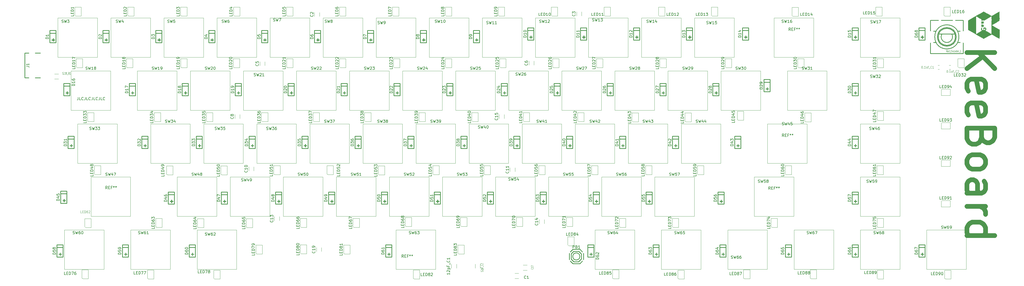
<source format=gbr>
%TF.GenerationSoftware,KiCad,Pcbnew,9.0.2*%
%TF.CreationDate,2025-07-03T22:06:11+05:30*%
%TF.ProjectId,KeeBoard,4b656542-6f61-4726-942e-6b696361645f,rev?*%
%TF.SameCoordinates,Original*%
%TF.FileFunction,Legend,Top*%
%TF.FilePolarity,Positive*%
%FSLAX46Y46*%
G04 Gerber Fmt 4.6, Leading zero omitted, Abs format (unit mm)*
G04 Created by KiCad (PCBNEW 9.0.2) date 2025-07-03 22:06:11*
%MOMM*%
%LPD*%
G01*
G04 APERTURE LIST*
%ADD10C,0.200000*%
%ADD11C,1.700000*%
%ADD12C,0.150000*%
%ADD13C,0.100000*%
%ADD14C,0.300000*%
%ADD15C,0.120000*%
%ADD16C,0.254000*%
%ADD17C,0.000000*%
G04 APERTURE END LIST*
D10*
X33555387Y-54767219D02*
X33555387Y-55481504D01*
X33555387Y-55481504D02*
X33507768Y-55624361D01*
X33507768Y-55624361D02*
X33412530Y-55719600D01*
X33412530Y-55719600D02*
X33269673Y-55767219D01*
X33269673Y-55767219D02*
X33174435Y-55767219D01*
X34507768Y-55767219D02*
X34031578Y-55767219D01*
X34031578Y-55767219D02*
X34031578Y-54767219D01*
X35412530Y-55671980D02*
X35364911Y-55719600D01*
X35364911Y-55719600D02*
X35222054Y-55767219D01*
X35222054Y-55767219D02*
X35126816Y-55767219D01*
X35126816Y-55767219D02*
X34983959Y-55719600D01*
X34983959Y-55719600D02*
X34888721Y-55624361D01*
X34888721Y-55624361D02*
X34841102Y-55529123D01*
X34841102Y-55529123D02*
X34793483Y-55338647D01*
X34793483Y-55338647D02*
X34793483Y-55195790D01*
X34793483Y-55195790D02*
X34841102Y-55005314D01*
X34841102Y-55005314D02*
X34888721Y-54910076D01*
X34888721Y-54910076D02*
X34983959Y-54814838D01*
X34983959Y-54814838D02*
X35126816Y-54767219D01*
X35126816Y-54767219D02*
X35222054Y-54767219D01*
X35222054Y-54767219D02*
X35364911Y-54814838D01*
X35364911Y-54814838D02*
X35412530Y-54862457D01*
X36126816Y-54767219D02*
X36126816Y-55481504D01*
X36126816Y-55481504D02*
X36079197Y-55624361D01*
X36079197Y-55624361D02*
X35983959Y-55719600D01*
X35983959Y-55719600D02*
X35841102Y-55767219D01*
X35841102Y-55767219D02*
X35745864Y-55767219D01*
X37079197Y-55767219D02*
X36603007Y-55767219D01*
X36603007Y-55767219D02*
X36603007Y-54767219D01*
X37983959Y-55671980D02*
X37936340Y-55719600D01*
X37936340Y-55719600D02*
X37793483Y-55767219D01*
X37793483Y-55767219D02*
X37698245Y-55767219D01*
X37698245Y-55767219D02*
X37555388Y-55719600D01*
X37555388Y-55719600D02*
X37460150Y-55624361D01*
X37460150Y-55624361D02*
X37412531Y-55529123D01*
X37412531Y-55529123D02*
X37364912Y-55338647D01*
X37364912Y-55338647D02*
X37364912Y-55195790D01*
X37364912Y-55195790D02*
X37412531Y-55005314D01*
X37412531Y-55005314D02*
X37460150Y-54910076D01*
X37460150Y-54910076D02*
X37555388Y-54814838D01*
X37555388Y-54814838D02*
X37698245Y-54767219D01*
X37698245Y-54767219D02*
X37793483Y-54767219D01*
X37793483Y-54767219D02*
X37936340Y-54814838D01*
X37936340Y-54814838D02*
X37983959Y-54862457D01*
X38698245Y-54767219D02*
X38698245Y-55481504D01*
X38698245Y-55481504D02*
X38650626Y-55624361D01*
X38650626Y-55624361D02*
X38555388Y-55719600D01*
X38555388Y-55719600D02*
X38412531Y-55767219D01*
X38412531Y-55767219D02*
X38317293Y-55767219D01*
X39650626Y-55767219D02*
X39174436Y-55767219D01*
X39174436Y-55767219D02*
X39174436Y-54767219D01*
X40555388Y-55671980D02*
X40507769Y-55719600D01*
X40507769Y-55719600D02*
X40364912Y-55767219D01*
X40364912Y-55767219D02*
X40269674Y-55767219D01*
X40269674Y-55767219D02*
X40126817Y-55719600D01*
X40126817Y-55719600D02*
X40031579Y-55624361D01*
X40031579Y-55624361D02*
X39983960Y-55529123D01*
X39983960Y-55529123D02*
X39936341Y-55338647D01*
X39936341Y-55338647D02*
X39936341Y-55195790D01*
X39936341Y-55195790D02*
X39983960Y-55005314D01*
X39983960Y-55005314D02*
X40031579Y-54910076D01*
X40031579Y-54910076D02*
X40126817Y-54814838D01*
X40126817Y-54814838D02*
X40269674Y-54767219D01*
X40269674Y-54767219D02*
X40364912Y-54767219D01*
X40364912Y-54767219D02*
X40507769Y-54814838D01*
X40507769Y-54814838D02*
X40555388Y-54862457D01*
X41269674Y-54767219D02*
X41269674Y-55481504D01*
X41269674Y-55481504D02*
X41222055Y-55624361D01*
X41222055Y-55624361D02*
X41126817Y-55719600D01*
X41126817Y-55719600D02*
X40983960Y-55767219D01*
X40983960Y-55767219D02*
X40888722Y-55767219D01*
X42222055Y-55767219D02*
X41745865Y-55767219D01*
X41745865Y-55767219D02*
X41745865Y-54767219D01*
X43126817Y-55671980D02*
X43079198Y-55719600D01*
X43079198Y-55719600D02*
X42936341Y-55767219D01*
X42936341Y-55767219D02*
X42841103Y-55767219D01*
X42841103Y-55767219D02*
X42698246Y-55719600D01*
X42698246Y-55719600D02*
X42603008Y-55624361D01*
X42603008Y-55624361D02*
X42555389Y-55529123D01*
X42555389Y-55529123D02*
X42507770Y-55338647D01*
X42507770Y-55338647D02*
X42507770Y-55195790D01*
X42507770Y-55195790D02*
X42555389Y-55005314D01*
X42555389Y-55005314D02*
X42603008Y-54910076D01*
X42603008Y-54910076D02*
X42698246Y-54814838D01*
X42698246Y-54814838D02*
X42841103Y-54767219D01*
X42841103Y-54767219D02*
X42936341Y-54767219D01*
X42936341Y-54767219D02*
X43079198Y-54814838D01*
X43079198Y-54814838D02*
X43126817Y-54862457D01*
D11*
X352631209Y-38758873D02*
X362631209Y-38758873D01*
X352631209Y-44473159D02*
X358345495Y-40187444D01*
X362631209Y-44473159D02*
X356916923Y-38758873D01*
X353107400Y-52568397D02*
X352631209Y-51616016D01*
X352631209Y-51616016D02*
X352631209Y-49711254D01*
X352631209Y-49711254D02*
X353107400Y-48758873D01*
X353107400Y-48758873D02*
X354059780Y-48282682D01*
X354059780Y-48282682D02*
X357869304Y-48282682D01*
X357869304Y-48282682D02*
X358821685Y-48758873D01*
X358821685Y-48758873D02*
X359297876Y-49711254D01*
X359297876Y-49711254D02*
X359297876Y-51616016D01*
X359297876Y-51616016D02*
X358821685Y-52568397D01*
X358821685Y-52568397D02*
X357869304Y-53044587D01*
X357869304Y-53044587D02*
X356916923Y-53044587D01*
X356916923Y-53044587D02*
X355964542Y-48282682D01*
X353107400Y-61139826D02*
X352631209Y-60187445D01*
X352631209Y-60187445D02*
X352631209Y-58282683D01*
X352631209Y-58282683D02*
X353107400Y-57330302D01*
X353107400Y-57330302D02*
X354059780Y-56854111D01*
X354059780Y-56854111D02*
X357869304Y-56854111D01*
X357869304Y-56854111D02*
X358821685Y-57330302D01*
X358821685Y-57330302D02*
X359297876Y-58282683D01*
X359297876Y-58282683D02*
X359297876Y-60187445D01*
X359297876Y-60187445D02*
X358821685Y-61139826D01*
X358821685Y-61139826D02*
X357869304Y-61616016D01*
X357869304Y-61616016D02*
X356916923Y-61616016D01*
X356916923Y-61616016D02*
X355964542Y-56854111D01*
X357869304Y-69235064D02*
X357393114Y-70663636D01*
X357393114Y-70663636D02*
X356916923Y-71139826D01*
X356916923Y-71139826D02*
X355964542Y-71616017D01*
X355964542Y-71616017D02*
X354535971Y-71616017D01*
X354535971Y-71616017D02*
X353583590Y-71139826D01*
X353583590Y-71139826D02*
X353107400Y-70663636D01*
X353107400Y-70663636D02*
X352631209Y-69711255D01*
X352631209Y-69711255D02*
X352631209Y-65901731D01*
X352631209Y-65901731D02*
X362631209Y-65901731D01*
X362631209Y-65901731D02*
X362631209Y-69235064D01*
X362631209Y-69235064D02*
X362155019Y-70187445D01*
X362155019Y-70187445D02*
X361678828Y-70663636D01*
X361678828Y-70663636D02*
X360726447Y-71139826D01*
X360726447Y-71139826D02*
X359774066Y-71139826D01*
X359774066Y-71139826D02*
X358821685Y-70663636D01*
X358821685Y-70663636D02*
X358345495Y-70187445D01*
X358345495Y-70187445D02*
X357869304Y-69235064D01*
X357869304Y-69235064D02*
X357869304Y-65901731D01*
X352631209Y-77330302D02*
X353107400Y-76377921D01*
X353107400Y-76377921D02*
X353583590Y-75901731D01*
X353583590Y-75901731D02*
X354535971Y-75425540D01*
X354535971Y-75425540D02*
X357393114Y-75425540D01*
X357393114Y-75425540D02*
X358345495Y-75901731D01*
X358345495Y-75901731D02*
X358821685Y-76377921D01*
X358821685Y-76377921D02*
X359297876Y-77330302D01*
X359297876Y-77330302D02*
X359297876Y-78758874D01*
X359297876Y-78758874D02*
X358821685Y-79711255D01*
X358821685Y-79711255D02*
X358345495Y-80187445D01*
X358345495Y-80187445D02*
X357393114Y-80663636D01*
X357393114Y-80663636D02*
X354535971Y-80663636D01*
X354535971Y-80663636D02*
X353583590Y-80187445D01*
X353583590Y-80187445D02*
X353107400Y-79711255D01*
X353107400Y-79711255D02*
X352631209Y-78758874D01*
X352631209Y-78758874D02*
X352631209Y-77330302D01*
X352631209Y-89235064D02*
X357869304Y-89235064D01*
X357869304Y-89235064D02*
X358821685Y-88758874D01*
X358821685Y-88758874D02*
X359297876Y-87806493D01*
X359297876Y-87806493D02*
X359297876Y-85901731D01*
X359297876Y-85901731D02*
X358821685Y-84949350D01*
X353107400Y-89235064D02*
X352631209Y-88282683D01*
X352631209Y-88282683D02*
X352631209Y-85901731D01*
X352631209Y-85901731D02*
X353107400Y-84949350D01*
X353107400Y-84949350D02*
X354059780Y-84473159D01*
X354059780Y-84473159D02*
X355012161Y-84473159D01*
X355012161Y-84473159D02*
X355964542Y-84949350D01*
X355964542Y-84949350D02*
X356440733Y-85901731D01*
X356440733Y-85901731D02*
X356440733Y-88282683D01*
X356440733Y-88282683D02*
X356916923Y-89235064D01*
X352631209Y-93996969D02*
X359297876Y-93996969D01*
X357393114Y-93996969D02*
X358345495Y-94473159D01*
X358345495Y-94473159D02*
X358821685Y-94949350D01*
X358821685Y-94949350D02*
X359297876Y-95901731D01*
X359297876Y-95901731D02*
X359297876Y-96854112D01*
X352631209Y-104473159D02*
X362631209Y-104473159D01*
X353107400Y-104473159D02*
X352631209Y-103520778D01*
X352631209Y-103520778D02*
X352631209Y-101616016D01*
X352631209Y-101616016D02*
X353107400Y-100663635D01*
X353107400Y-100663635D02*
X353583590Y-100187445D01*
X353583590Y-100187445D02*
X354535971Y-99711254D01*
X354535971Y-99711254D02*
X357393114Y-99711254D01*
X357393114Y-99711254D02*
X358345495Y-100187445D01*
X358345495Y-100187445D02*
X358821685Y-100663635D01*
X358821685Y-100663635D02*
X359297876Y-101616016D01*
X359297876Y-101616016D02*
X359297876Y-103520778D01*
X359297876Y-103520778D02*
X358821685Y-104473159D01*
D12*
X194333333Y-119859580D02*
X194285714Y-119907200D01*
X194285714Y-119907200D02*
X194142857Y-119954819D01*
X194142857Y-119954819D02*
X194047619Y-119954819D01*
X194047619Y-119954819D02*
X193904762Y-119907200D01*
X193904762Y-119907200D02*
X193809524Y-119811961D01*
X193809524Y-119811961D02*
X193761905Y-119716723D01*
X193761905Y-119716723D02*
X193714286Y-119526247D01*
X193714286Y-119526247D02*
X193714286Y-119383390D01*
X193714286Y-119383390D02*
X193761905Y-119192914D01*
X193761905Y-119192914D02*
X193809524Y-119097676D01*
X193809524Y-119097676D02*
X193904762Y-119002438D01*
X193904762Y-119002438D02*
X194047619Y-118954819D01*
X194047619Y-118954819D02*
X194142857Y-118954819D01*
X194142857Y-118954819D02*
X194285714Y-119002438D01*
X194285714Y-119002438D02*
X194333333Y-119050057D01*
X195285714Y-119954819D02*
X194714286Y-119954819D01*
X195000000Y-119954819D02*
X195000000Y-118954819D01*
X195000000Y-118954819D02*
X194904762Y-119097676D01*
X194904762Y-119097676D02*
X194809524Y-119192914D01*
X194809524Y-119192914D02*
X194714286Y-119240533D01*
X117809580Y-25166666D02*
X117857200Y-25214285D01*
X117857200Y-25214285D02*
X117904819Y-25357142D01*
X117904819Y-25357142D02*
X117904819Y-25452380D01*
X117904819Y-25452380D02*
X117857200Y-25595237D01*
X117857200Y-25595237D02*
X117761961Y-25690475D01*
X117761961Y-25690475D02*
X117666723Y-25738094D01*
X117666723Y-25738094D02*
X117476247Y-25785713D01*
X117476247Y-25785713D02*
X117333390Y-25785713D01*
X117333390Y-25785713D02*
X117142914Y-25738094D01*
X117142914Y-25738094D02*
X117047676Y-25690475D01*
X117047676Y-25690475D02*
X116952438Y-25595237D01*
X116952438Y-25595237D02*
X116904819Y-25452380D01*
X116904819Y-25452380D02*
X116904819Y-25357142D01*
X116904819Y-25357142D02*
X116952438Y-25214285D01*
X116952438Y-25214285D02*
X117000057Y-25166666D01*
X117000057Y-24785713D02*
X116952438Y-24738094D01*
X116952438Y-24738094D02*
X116904819Y-24642856D01*
X116904819Y-24642856D02*
X116904819Y-24404761D01*
X116904819Y-24404761D02*
X116952438Y-24309523D01*
X116952438Y-24309523D02*
X117000057Y-24261904D01*
X117000057Y-24261904D02*
X117095295Y-24214285D01*
X117095295Y-24214285D02*
X117190533Y-24214285D01*
X117190533Y-24214285D02*
X117333390Y-24261904D01*
X117333390Y-24261904D02*
X117904819Y-24833332D01*
X117904819Y-24833332D02*
X117904819Y-24214285D01*
X128454819Y-111095238D02*
X128454819Y-111571428D01*
X128454819Y-111571428D02*
X127454819Y-111571428D01*
X127931009Y-110761904D02*
X127931009Y-110428571D01*
X128454819Y-110285714D02*
X128454819Y-110761904D01*
X128454819Y-110761904D02*
X127454819Y-110761904D01*
X127454819Y-110761904D02*
X127454819Y-110285714D01*
X128454819Y-109857142D02*
X127454819Y-109857142D01*
X127454819Y-109857142D02*
X127454819Y-109619047D01*
X127454819Y-109619047D02*
X127502438Y-109476190D01*
X127502438Y-109476190D02*
X127597676Y-109380952D01*
X127597676Y-109380952D02*
X127692914Y-109333333D01*
X127692914Y-109333333D02*
X127883390Y-109285714D01*
X127883390Y-109285714D02*
X128026247Y-109285714D01*
X128026247Y-109285714D02*
X128216723Y-109333333D01*
X128216723Y-109333333D02*
X128311961Y-109380952D01*
X128311961Y-109380952D02*
X128407200Y-109476190D01*
X128407200Y-109476190D02*
X128454819Y-109619047D01*
X128454819Y-109619047D02*
X128454819Y-109857142D01*
X127883390Y-108714285D02*
X127835771Y-108809523D01*
X127835771Y-108809523D02*
X127788152Y-108857142D01*
X127788152Y-108857142D02*
X127692914Y-108904761D01*
X127692914Y-108904761D02*
X127645295Y-108904761D01*
X127645295Y-108904761D02*
X127550057Y-108857142D01*
X127550057Y-108857142D02*
X127502438Y-108809523D01*
X127502438Y-108809523D02*
X127454819Y-108714285D01*
X127454819Y-108714285D02*
X127454819Y-108523809D01*
X127454819Y-108523809D02*
X127502438Y-108428571D01*
X127502438Y-108428571D02*
X127550057Y-108380952D01*
X127550057Y-108380952D02*
X127645295Y-108333333D01*
X127645295Y-108333333D02*
X127692914Y-108333333D01*
X127692914Y-108333333D02*
X127788152Y-108380952D01*
X127788152Y-108380952D02*
X127835771Y-108428571D01*
X127835771Y-108428571D02*
X127883390Y-108523809D01*
X127883390Y-108523809D02*
X127883390Y-108714285D01*
X127883390Y-108714285D02*
X127931009Y-108809523D01*
X127931009Y-108809523D02*
X127978628Y-108857142D01*
X127978628Y-108857142D02*
X128073866Y-108904761D01*
X128073866Y-108904761D02*
X128264342Y-108904761D01*
X128264342Y-108904761D02*
X128359580Y-108857142D01*
X128359580Y-108857142D02*
X128407200Y-108809523D01*
X128407200Y-108809523D02*
X128454819Y-108714285D01*
X128454819Y-108714285D02*
X128454819Y-108523809D01*
X128454819Y-108523809D02*
X128407200Y-108428571D01*
X128407200Y-108428571D02*
X128359580Y-108380952D01*
X128359580Y-108380952D02*
X128264342Y-108333333D01*
X128264342Y-108333333D02*
X128073866Y-108333333D01*
X128073866Y-108333333D02*
X127978628Y-108380952D01*
X127978628Y-108380952D02*
X127931009Y-108428571D01*
X127931009Y-108428571D02*
X127883390Y-108523809D01*
X128454819Y-107380952D02*
X128454819Y-107952380D01*
X128454819Y-107666666D02*
X127454819Y-107666666D01*
X127454819Y-107666666D02*
X127597676Y-107761904D01*
X127597676Y-107761904D02*
X127692914Y-107857142D01*
X127692914Y-107857142D02*
X127740533Y-107952380D01*
X112904819Y-111010238D02*
X112904819Y-111486428D01*
X112904819Y-111486428D02*
X111904819Y-111486428D01*
X112381009Y-110676904D02*
X112381009Y-110343571D01*
X112904819Y-110200714D02*
X112904819Y-110676904D01*
X112904819Y-110676904D02*
X111904819Y-110676904D01*
X111904819Y-110676904D02*
X111904819Y-110200714D01*
X112904819Y-109772142D02*
X111904819Y-109772142D01*
X111904819Y-109772142D02*
X111904819Y-109534047D01*
X111904819Y-109534047D02*
X111952438Y-109391190D01*
X111952438Y-109391190D02*
X112047676Y-109295952D01*
X112047676Y-109295952D02*
X112142914Y-109248333D01*
X112142914Y-109248333D02*
X112333390Y-109200714D01*
X112333390Y-109200714D02*
X112476247Y-109200714D01*
X112476247Y-109200714D02*
X112666723Y-109248333D01*
X112666723Y-109248333D02*
X112761961Y-109295952D01*
X112761961Y-109295952D02*
X112857200Y-109391190D01*
X112857200Y-109391190D02*
X112904819Y-109534047D01*
X112904819Y-109534047D02*
X112904819Y-109772142D01*
X112333390Y-108629285D02*
X112285771Y-108724523D01*
X112285771Y-108724523D02*
X112238152Y-108772142D01*
X112238152Y-108772142D02*
X112142914Y-108819761D01*
X112142914Y-108819761D02*
X112095295Y-108819761D01*
X112095295Y-108819761D02*
X112000057Y-108772142D01*
X112000057Y-108772142D02*
X111952438Y-108724523D01*
X111952438Y-108724523D02*
X111904819Y-108629285D01*
X111904819Y-108629285D02*
X111904819Y-108438809D01*
X111904819Y-108438809D02*
X111952438Y-108343571D01*
X111952438Y-108343571D02*
X112000057Y-108295952D01*
X112000057Y-108295952D02*
X112095295Y-108248333D01*
X112095295Y-108248333D02*
X112142914Y-108248333D01*
X112142914Y-108248333D02*
X112238152Y-108295952D01*
X112238152Y-108295952D02*
X112285771Y-108343571D01*
X112285771Y-108343571D02*
X112333390Y-108438809D01*
X112333390Y-108438809D02*
X112333390Y-108629285D01*
X112333390Y-108629285D02*
X112381009Y-108724523D01*
X112381009Y-108724523D02*
X112428628Y-108772142D01*
X112428628Y-108772142D02*
X112523866Y-108819761D01*
X112523866Y-108819761D02*
X112714342Y-108819761D01*
X112714342Y-108819761D02*
X112809580Y-108772142D01*
X112809580Y-108772142D02*
X112857200Y-108724523D01*
X112857200Y-108724523D02*
X112904819Y-108629285D01*
X112904819Y-108629285D02*
X112904819Y-108438809D01*
X112904819Y-108438809D02*
X112857200Y-108343571D01*
X112857200Y-108343571D02*
X112809580Y-108295952D01*
X112809580Y-108295952D02*
X112714342Y-108248333D01*
X112714342Y-108248333D02*
X112523866Y-108248333D01*
X112523866Y-108248333D02*
X112428628Y-108295952D01*
X112428628Y-108295952D02*
X112381009Y-108343571D01*
X112381009Y-108343571D02*
X112333390Y-108438809D01*
X111904819Y-107629285D02*
X111904819Y-107534047D01*
X111904819Y-107534047D02*
X111952438Y-107438809D01*
X111952438Y-107438809D02*
X112000057Y-107391190D01*
X112000057Y-107391190D02*
X112095295Y-107343571D01*
X112095295Y-107343571D02*
X112285771Y-107295952D01*
X112285771Y-107295952D02*
X112523866Y-107295952D01*
X112523866Y-107295952D02*
X112714342Y-107343571D01*
X112714342Y-107343571D02*
X112809580Y-107391190D01*
X112809580Y-107391190D02*
X112857200Y-107438809D01*
X112857200Y-107438809D02*
X112904819Y-107534047D01*
X112904819Y-107534047D02*
X112904819Y-107629285D01*
X112904819Y-107629285D02*
X112857200Y-107724523D01*
X112857200Y-107724523D02*
X112809580Y-107772142D01*
X112809580Y-107772142D02*
X112714342Y-107819761D01*
X112714342Y-107819761D02*
X112523866Y-107867380D01*
X112523866Y-107867380D02*
X112285771Y-107867380D01*
X112285771Y-107867380D02*
X112095295Y-107819761D01*
X112095295Y-107819761D02*
X112000057Y-107772142D01*
X112000057Y-107772142D02*
X111952438Y-107724523D01*
X111952438Y-107724523D02*
X111904819Y-107629285D01*
X310954819Y-53214285D02*
X309954819Y-53214285D01*
X309954819Y-53214285D02*
X309954819Y-52976190D01*
X309954819Y-52976190D02*
X310002438Y-52833333D01*
X310002438Y-52833333D02*
X310097676Y-52738095D01*
X310097676Y-52738095D02*
X310192914Y-52690476D01*
X310192914Y-52690476D02*
X310383390Y-52642857D01*
X310383390Y-52642857D02*
X310526247Y-52642857D01*
X310526247Y-52642857D02*
X310716723Y-52690476D01*
X310716723Y-52690476D02*
X310811961Y-52738095D01*
X310811961Y-52738095D02*
X310907200Y-52833333D01*
X310907200Y-52833333D02*
X310954819Y-52976190D01*
X310954819Y-52976190D02*
X310954819Y-53214285D01*
X309954819Y-52309523D02*
X309954819Y-51690476D01*
X309954819Y-51690476D02*
X310335771Y-52023809D01*
X310335771Y-52023809D02*
X310335771Y-51880952D01*
X310335771Y-51880952D02*
X310383390Y-51785714D01*
X310383390Y-51785714D02*
X310431009Y-51738095D01*
X310431009Y-51738095D02*
X310526247Y-51690476D01*
X310526247Y-51690476D02*
X310764342Y-51690476D01*
X310764342Y-51690476D02*
X310859580Y-51738095D01*
X310859580Y-51738095D02*
X310907200Y-51785714D01*
X310907200Y-51785714D02*
X310954819Y-51880952D01*
X310954819Y-51880952D02*
X310954819Y-52166666D01*
X310954819Y-52166666D02*
X310907200Y-52261904D01*
X310907200Y-52261904D02*
X310859580Y-52309523D01*
X309954819Y-51071428D02*
X309954819Y-50976190D01*
X309954819Y-50976190D02*
X310002438Y-50880952D01*
X310002438Y-50880952D02*
X310050057Y-50833333D01*
X310050057Y-50833333D02*
X310145295Y-50785714D01*
X310145295Y-50785714D02*
X310335771Y-50738095D01*
X310335771Y-50738095D02*
X310573866Y-50738095D01*
X310573866Y-50738095D02*
X310764342Y-50785714D01*
X310764342Y-50785714D02*
X310859580Y-50833333D01*
X310859580Y-50833333D02*
X310907200Y-50880952D01*
X310907200Y-50880952D02*
X310954819Y-50976190D01*
X310954819Y-50976190D02*
X310954819Y-51071428D01*
X310954819Y-51071428D02*
X310907200Y-51166666D01*
X310907200Y-51166666D02*
X310859580Y-51214285D01*
X310859580Y-51214285D02*
X310764342Y-51261904D01*
X310764342Y-51261904D02*
X310573866Y-51309523D01*
X310573866Y-51309523D02*
X310335771Y-51309523D01*
X310335771Y-51309523D02*
X310145295Y-51261904D01*
X310145295Y-51261904D02*
X310050057Y-51214285D01*
X310050057Y-51214285D02*
X310002438Y-51166666D01*
X310002438Y-51166666D02*
X309954819Y-51071428D01*
X255365476Y-63844700D02*
X255508333Y-63892319D01*
X255508333Y-63892319D02*
X255746428Y-63892319D01*
X255746428Y-63892319D02*
X255841666Y-63844700D01*
X255841666Y-63844700D02*
X255889285Y-63797080D01*
X255889285Y-63797080D02*
X255936904Y-63701842D01*
X255936904Y-63701842D02*
X255936904Y-63606604D01*
X255936904Y-63606604D02*
X255889285Y-63511366D01*
X255889285Y-63511366D02*
X255841666Y-63463747D01*
X255841666Y-63463747D02*
X255746428Y-63416128D01*
X255746428Y-63416128D02*
X255555952Y-63368509D01*
X255555952Y-63368509D02*
X255460714Y-63320890D01*
X255460714Y-63320890D02*
X255413095Y-63273271D01*
X255413095Y-63273271D02*
X255365476Y-63178033D01*
X255365476Y-63178033D02*
X255365476Y-63082795D01*
X255365476Y-63082795D02*
X255413095Y-62987557D01*
X255413095Y-62987557D02*
X255460714Y-62939938D01*
X255460714Y-62939938D02*
X255555952Y-62892319D01*
X255555952Y-62892319D02*
X255794047Y-62892319D01*
X255794047Y-62892319D02*
X255936904Y-62939938D01*
X256270238Y-62892319D02*
X256508333Y-63892319D01*
X256508333Y-63892319D02*
X256698809Y-63178033D01*
X256698809Y-63178033D02*
X256889285Y-63892319D01*
X256889285Y-63892319D02*
X257127381Y-62892319D01*
X257936904Y-63225652D02*
X257936904Y-63892319D01*
X257698809Y-62844700D02*
X257460714Y-63558985D01*
X257460714Y-63558985D02*
X258079761Y-63558985D01*
X258889285Y-63225652D02*
X258889285Y-63892319D01*
X258651190Y-62844700D02*
X258413095Y-63558985D01*
X258413095Y-63558985D02*
X259032142Y-63558985D01*
X343404761Y-91454819D02*
X342928571Y-91454819D01*
X342928571Y-91454819D02*
X342928571Y-90454819D01*
X343738095Y-90931009D02*
X344071428Y-90931009D01*
X344214285Y-91454819D02*
X343738095Y-91454819D01*
X343738095Y-91454819D02*
X343738095Y-90454819D01*
X343738095Y-90454819D02*
X344214285Y-90454819D01*
X344642857Y-91454819D02*
X344642857Y-90454819D01*
X344642857Y-90454819D02*
X344880952Y-90454819D01*
X344880952Y-90454819D02*
X345023809Y-90502438D01*
X345023809Y-90502438D02*
X345119047Y-90597676D01*
X345119047Y-90597676D02*
X345166666Y-90692914D01*
X345166666Y-90692914D02*
X345214285Y-90883390D01*
X345214285Y-90883390D02*
X345214285Y-91026247D01*
X345214285Y-91026247D02*
X345166666Y-91216723D01*
X345166666Y-91216723D02*
X345119047Y-91311961D01*
X345119047Y-91311961D02*
X345023809Y-91407200D01*
X345023809Y-91407200D02*
X344880952Y-91454819D01*
X344880952Y-91454819D02*
X344642857Y-91454819D01*
X345690476Y-91454819D02*
X345880952Y-91454819D01*
X345880952Y-91454819D02*
X345976190Y-91407200D01*
X345976190Y-91407200D02*
X346023809Y-91359580D01*
X346023809Y-91359580D02*
X346119047Y-91216723D01*
X346119047Y-91216723D02*
X346166666Y-91026247D01*
X346166666Y-91026247D02*
X346166666Y-90645295D01*
X346166666Y-90645295D02*
X346119047Y-90550057D01*
X346119047Y-90550057D02*
X346071428Y-90502438D01*
X346071428Y-90502438D02*
X345976190Y-90454819D01*
X345976190Y-90454819D02*
X345785714Y-90454819D01*
X345785714Y-90454819D02*
X345690476Y-90502438D01*
X345690476Y-90502438D02*
X345642857Y-90550057D01*
X345642857Y-90550057D02*
X345595238Y-90645295D01*
X345595238Y-90645295D02*
X345595238Y-90883390D01*
X345595238Y-90883390D02*
X345642857Y-90978628D01*
X345642857Y-90978628D02*
X345690476Y-91026247D01*
X345690476Y-91026247D02*
X345785714Y-91073866D01*
X345785714Y-91073866D02*
X345976190Y-91073866D01*
X345976190Y-91073866D02*
X346071428Y-91026247D01*
X346071428Y-91026247D02*
X346119047Y-90978628D01*
X346119047Y-90978628D02*
X346166666Y-90883390D01*
X347119047Y-91454819D02*
X346547619Y-91454819D01*
X346833333Y-91454819D02*
X346833333Y-90454819D01*
X346833333Y-90454819D02*
X346738095Y-90597676D01*
X346738095Y-90597676D02*
X346642857Y-90692914D01*
X346642857Y-90692914D02*
X346547619Y-90740533D01*
X122015476Y-63844700D02*
X122158333Y-63892319D01*
X122158333Y-63892319D02*
X122396428Y-63892319D01*
X122396428Y-63892319D02*
X122491666Y-63844700D01*
X122491666Y-63844700D02*
X122539285Y-63797080D01*
X122539285Y-63797080D02*
X122586904Y-63701842D01*
X122586904Y-63701842D02*
X122586904Y-63606604D01*
X122586904Y-63606604D02*
X122539285Y-63511366D01*
X122539285Y-63511366D02*
X122491666Y-63463747D01*
X122491666Y-63463747D02*
X122396428Y-63416128D01*
X122396428Y-63416128D02*
X122205952Y-63368509D01*
X122205952Y-63368509D02*
X122110714Y-63320890D01*
X122110714Y-63320890D02*
X122063095Y-63273271D01*
X122063095Y-63273271D02*
X122015476Y-63178033D01*
X122015476Y-63178033D02*
X122015476Y-63082795D01*
X122015476Y-63082795D02*
X122063095Y-62987557D01*
X122063095Y-62987557D02*
X122110714Y-62939938D01*
X122110714Y-62939938D02*
X122205952Y-62892319D01*
X122205952Y-62892319D02*
X122444047Y-62892319D01*
X122444047Y-62892319D02*
X122586904Y-62939938D01*
X122920238Y-62892319D02*
X123158333Y-63892319D01*
X123158333Y-63892319D02*
X123348809Y-63178033D01*
X123348809Y-63178033D02*
X123539285Y-63892319D01*
X123539285Y-63892319D02*
X123777381Y-62892319D01*
X124063095Y-62892319D02*
X124682142Y-62892319D01*
X124682142Y-62892319D02*
X124348809Y-63273271D01*
X124348809Y-63273271D02*
X124491666Y-63273271D01*
X124491666Y-63273271D02*
X124586904Y-63320890D01*
X124586904Y-63320890D02*
X124634523Y-63368509D01*
X124634523Y-63368509D02*
X124682142Y-63463747D01*
X124682142Y-63463747D02*
X124682142Y-63701842D01*
X124682142Y-63701842D02*
X124634523Y-63797080D01*
X124634523Y-63797080D02*
X124586904Y-63844700D01*
X124586904Y-63844700D02*
X124491666Y-63892319D01*
X124491666Y-63892319D02*
X124205952Y-63892319D01*
X124205952Y-63892319D02*
X124110714Y-63844700D01*
X124110714Y-63844700D02*
X124063095Y-63797080D01*
X125015476Y-62892319D02*
X125682142Y-62892319D01*
X125682142Y-62892319D02*
X125253571Y-63892319D01*
X150544819Y-101180238D02*
X150544819Y-101656428D01*
X150544819Y-101656428D02*
X149544819Y-101656428D01*
X150021009Y-100846904D02*
X150021009Y-100513571D01*
X150544819Y-100370714D02*
X150544819Y-100846904D01*
X150544819Y-100846904D02*
X149544819Y-100846904D01*
X149544819Y-100846904D02*
X149544819Y-100370714D01*
X150544819Y-99942142D02*
X149544819Y-99942142D01*
X149544819Y-99942142D02*
X149544819Y-99704047D01*
X149544819Y-99704047D02*
X149592438Y-99561190D01*
X149592438Y-99561190D02*
X149687676Y-99465952D01*
X149687676Y-99465952D02*
X149782914Y-99418333D01*
X149782914Y-99418333D02*
X149973390Y-99370714D01*
X149973390Y-99370714D02*
X150116247Y-99370714D01*
X150116247Y-99370714D02*
X150306723Y-99418333D01*
X150306723Y-99418333D02*
X150401961Y-99465952D01*
X150401961Y-99465952D02*
X150497200Y-99561190D01*
X150497200Y-99561190D02*
X150544819Y-99704047D01*
X150544819Y-99704047D02*
X150544819Y-99942142D01*
X149544819Y-98513571D02*
X149544819Y-98704047D01*
X149544819Y-98704047D02*
X149592438Y-98799285D01*
X149592438Y-98799285D02*
X149640057Y-98846904D01*
X149640057Y-98846904D02*
X149782914Y-98942142D01*
X149782914Y-98942142D02*
X149973390Y-98989761D01*
X149973390Y-98989761D02*
X150354342Y-98989761D01*
X150354342Y-98989761D02*
X150449580Y-98942142D01*
X150449580Y-98942142D02*
X150497200Y-98894523D01*
X150497200Y-98894523D02*
X150544819Y-98799285D01*
X150544819Y-98799285D02*
X150544819Y-98608809D01*
X150544819Y-98608809D02*
X150497200Y-98513571D01*
X150497200Y-98513571D02*
X150449580Y-98465952D01*
X150449580Y-98465952D02*
X150354342Y-98418333D01*
X150354342Y-98418333D02*
X150116247Y-98418333D01*
X150116247Y-98418333D02*
X150021009Y-98465952D01*
X150021009Y-98465952D02*
X149973390Y-98513571D01*
X149973390Y-98513571D02*
X149925771Y-98608809D01*
X149925771Y-98608809D02*
X149925771Y-98799285D01*
X149925771Y-98799285D02*
X149973390Y-98894523D01*
X149973390Y-98894523D02*
X150021009Y-98942142D01*
X150021009Y-98942142D02*
X150116247Y-98989761D01*
X149973390Y-97846904D02*
X149925771Y-97942142D01*
X149925771Y-97942142D02*
X149878152Y-97989761D01*
X149878152Y-97989761D02*
X149782914Y-98037380D01*
X149782914Y-98037380D02*
X149735295Y-98037380D01*
X149735295Y-98037380D02*
X149640057Y-97989761D01*
X149640057Y-97989761D02*
X149592438Y-97942142D01*
X149592438Y-97942142D02*
X149544819Y-97846904D01*
X149544819Y-97846904D02*
X149544819Y-97656428D01*
X149544819Y-97656428D02*
X149592438Y-97561190D01*
X149592438Y-97561190D02*
X149640057Y-97513571D01*
X149640057Y-97513571D02*
X149735295Y-97465952D01*
X149735295Y-97465952D02*
X149782914Y-97465952D01*
X149782914Y-97465952D02*
X149878152Y-97513571D01*
X149878152Y-97513571D02*
X149925771Y-97561190D01*
X149925771Y-97561190D02*
X149973390Y-97656428D01*
X149973390Y-97656428D02*
X149973390Y-97846904D01*
X149973390Y-97846904D02*
X150021009Y-97942142D01*
X150021009Y-97942142D02*
X150068628Y-97989761D01*
X150068628Y-97989761D02*
X150163866Y-98037380D01*
X150163866Y-98037380D02*
X150354342Y-98037380D01*
X150354342Y-98037380D02*
X150449580Y-97989761D01*
X150449580Y-97989761D02*
X150497200Y-97942142D01*
X150497200Y-97942142D02*
X150544819Y-97846904D01*
X150544819Y-97846904D02*
X150544819Y-97656428D01*
X150544819Y-97656428D02*
X150497200Y-97561190D01*
X150497200Y-97561190D02*
X150449580Y-97513571D01*
X150449580Y-97513571D02*
X150354342Y-97465952D01*
X150354342Y-97465952D02*
X150163866Y-97465952D01*
X150163866Y-97465952D02*
X150068628Y-97513571D01*
X150068628Y-97513571D02*
X150021009Y-97561190D01*
X150021009Y-97561190D02*
X149973390Y-97656428D01*
X310954819Y-72214285D02*
X309954819Y-72214285D01*
X309954819Y-72214285D02*
X309954819Y-71976190D01*
X309954819Y-71976190D02*
X310002438Y-71833333D01*
X310002438Y-71833333D02*
X310097676Y-71738095D01*
X310097676Y-71738095D02*
X310192914Y-71690476D01*
X310192914Y-71690476D02*
X310383390Y-71642857D01*
X310383390Y-71642857D02*
X310526247Y-71642857D01*
X310526247Y-71642857D02*
X310716723Y-71690476D01*
X310716723Y-71690476D02*
X310811961Y-71738095D01*
X310811961Y-71738095D02*
X310907200Y-71833333D01*
X310907200Y-71833333D02*
X310954819Y-71976190D01*
X310954819Y-71976190D02*
X310954819Y-72214285D01*
X310288152Y-70785714D02*
X310954819Y-70785714D01*
X309907200Y-71023809D02*
X310621485Y-71261904D01*
X310621485Y-71261904D02*
X310621485Y-70642857D01*
X310288152Y-69833333D02*
X310954819Y-69833333D01*
X309907200Y-70071428D02*
X310621485Y-70309523D01*
X310621485Y-70309523D02*
X310621485Y-69690476D01*
X184954819Y-53214285D02*
X183954819Y-53214285D01*
X183954819Y-53214285D02*
X183954819Y-52976190D01*
X183954819Y-52976190D02*
X184002438Y-52833333D01*
X184002438Y-52833333D02*
X184097676Y-52738095D01*
X184097676Y-52738095D02*
X184192914Y-52690476D01*
X184192914Y-52690476D02*
X184383390Y-52642857D01*
X184383390Y-52642857D02*
X184526247Y-52642857D01*
X184526247Y-52642857D02*
X184716723Y-52690476D01*
X184716723Y-52690476D02*
X184811961Y-52738095D01*
X184811961Y-52738095D02*
X184907200Y-52833333D01*
X184907200Y-52833333D02*
X184954819Y-52976190D01*
X184954819Y-52976190D02*
X184954819Y-53214285D01*
X184050057Y-52261904D02*
X184002438Y-52214285D01*
X184002438Y-52214285D02*
X183954819Y-52119047D01*
X183954819Y-52119047D02*
X183954819Y-51880952D01*
X183954819Y-51880952D02*
X184002438Y-51785714D01*
X184002438Y-51785714D02*
X184050057Y-51738095D01*
X184050057Y-51738095D02*
X184145295Y-51690476D01*
X184145295Y-51690476D02*
X184240533Y-51690476D01*
X184240533Y-51690476D02*
X184383390Y-51738095D01*
X184383390Y-51738095D02*
X184954819Y-52309523D01*
X184954819Y-52309523D02*
X184954819Y-51690476D01*
X184288152Y-50833333D02*
X184954819Y-50833333D01*
X183907200Y-51071428D02*
X184621485Y-51309523D01*
X184621485Y-51309523D02*
X184621485Y-50690476D01*
X260954819Y-53214285D02*
X259954819Y-53214285D01*
X259954819Y-53214285D02*
X259954819Y-52976190D01*
X259954819Y-52976190D02*
X260002438Y-52833333D01*
X260002438Y-52833333D02*
X260097676Y-52738095D01*
X260097676Y-52738095D02*
X260192914Y-52690476D01*
X260192914Y-52690476D02*
X260383390Y-52642857D01*
X260383390Y-52642857D02*
X260526247Y-52642857D01*
X260526247Y-52642857D02*
X260716723Y-52690476D01*
X260716723Y-52690476D02*
X260811961Y-52738095D01*
X260811961Y-52738095D02*
X260907200Y-52833333D01*
X260907200Y-52833333D02*
X260954819Y-52976190D01*
X260954819Y-52976190D02*
X260954819Y-53214285D01*
X260050057Y-52261904D02*
X260002438Y-52214285D01*
X260002438Y-52214285D02*
X259954819Y-52119047D01*
X259954819Y-52119047D02*
X259954819Y-51880952D01*
X259954819Y-51880952D02*
X260002438Y-51785714D01*
X260002438Y-51785714D02*
X260050057Y-51738095D01*
X260050057Y-51738095D02*
X260145295Y-51690476D01*
X260145295Y-51690476D02*
X260240533Y-51690476D01*
X260240533Y-51690476D02*
X260383390Y-51738095D01*
X260383390Y-51738095D02*
X260954819Y-52309523D01*
X260954819Y-52309523D02*
X260954819Y-51690476D01*
X260383390Y-51119047D02*
X260335771Y-51214285D01*
X260335771Y-51214285D02*
X260288152Y-51261904D01*
X260288152Y-51261904D02*
X260192914Y-51309523D01*
X260192914Y-51309523D02*
X260145295Y-51309523D01*
X260145295Y-51309523D02*
X260050057Y-51261904D01*
X260050057Y-51261904D02*
X260002438Y-51214285D01*
X260002438Y-51214285D02*
X259954819Y-51119047D01*
X259954819Y-51119047D02*
X259954819Y-50928571D01*
X259954819Y-50928571D02*
X260002438Y-50833333D01*
X260002438Y-50833333D02*
X260050057Y-50785714D01*
X260050057Y-50785714D02*
X260145295Y-50738095D01*
X260145295Y-50738095D02*
X260192914Y-50738095D01*
X260192914Y-50738095D02*
X260288152Y-50785714D01*
X260288152Y-50785714D02*
X260335771Y-50833333D01*
X260335771Y-50833333D02*
X260383390Y-50928571D01*
X260383390Y-50928571D02*
X260383390Y-51119047D01*
X260383390Y-51119047D02*
X260431009Y-51214285D01*
X260431009Y-51214285D02*
X260478628Y-51261904D01*
X260478628Y-51261904D02*
X260573866Y-51309523D01*
X260573866Y-51309523D02*
X260764342Y-51309523D01*
X260764342Y-51309523D02*
X260859580Y-51261904D01*
X260859580Y-51261904D02*
X260907200Y-51214285D01*
X260907200Y-51214285D02*
X260954819Y-51119047D01*
X260954819Y-51119047D02*
X260954819Y-50928571D01*
X260954819Y-50928571D02*
X260907200Y-50833333D01*
X260907200Y-50833333D02*
X260859580Y-50785714D01*
X260859580Y-50785714D02*
X260764342Y-50738095D01*
X260764342Y-50738095D02*
X260573866Y-50738095D01*
X260573866Y-50738095D02*
X260478628Y-50785714D01*
X260478628Y-50785714D02*
X260431009Y-50833333D01*
X260431009Y-50833333D02*
X260383390Y-50928571D01*
X98954819Y-63510238D02*
X98954819Y-63986428D01*
X98954819Y-63986428D02*
X97954819Y-63986428D01*
X98431009Y-63176904D02*
X98431009Y-62843571D01*
X98954819Y-62700714D02*
X98954819Y-63176904D01*
X98954819Y-63176904D02*
X97954819Y-63176904D01*
X97954819Y-63176904D02*
X97954819Y-62700714D01*
X98954819Y-62272142D02*
X97954819Y-62272142D01*
X97954819Y-62272142D02*
X97954819Y-62034047D01*
X97954819Y-62034047D02*
X98002438Y-61891190D01*
X98002438Y-61891190D02*
X98097676Y-61795952D01*
X98097676Y-61795952D02*
X98192914Y-61748333D01*
X98192914Y-61748333D02*
X98383390Y-61700714D01*
X98383390Y-61700714D02*
X98526247Y-61700714D01*
X98526247Y-61700714D02*
X98716723Y-61748333D01*
X98716723Y-61748333D02*
X98811961Y-61795952D01*
X98811961Y-61795952D02*
X98907200Y-61891190D01*
X98907200Y-61891190D02*
X98954819Y-62034047D01*
X98954819Y-62034047D02*
X98954819Y-62272142D01*
X97954819Y-61367380D02*
X97954819Y-60748333D01*
X97954819Y-60748333D02*
X98335771Y-61081666D01*
X98335771Y-61081666D02*
X98335771Y-60938809D01*
X98335771Y-60938809D02*
X98383390Y-60843571D01*
X98383390Y-60843571D02*
X98431009Y-60795952D01*
X98431009Y-60795952D02*
X98526247Y-60748333D01*
X98526247Y-60748333D02*
X98764342Y-60748333D01*
X98764342Y-60748333D02*
X98859580Y-60795952D01*
X98859580Y-60795952D02*
X98907200Y-60843571D01*
X98907200Y-60843571D02*
X98954819Y-60938809D01*
X98954819Y-60938809D02*
X98954819Y-61224523D01*
X98954819Y-61224523D02*
X98907200Y-61319761D01*
X98907200Y-61319761D02*
X98859580Y-61367380D01*
X97954819Y-59891190D02*
X97954819Y-60081666D01*
X97954819Y-60081666D02*
X98002438Y-60176904D01*
X98002438Y-60176904D02*
X98050057Y-60224523D01*
X98050057Y-60224523D02*
X98192914Y-60319761D01*
X98192914Y-60319761D02*
X98383390Y-60367380D01*
X98383390Y-60367380D02*
X98764342Y-60367380D01*
X98764342Y-60367380D02*
X98859580Y-60319761D01*
X98859580Y-60319761D02*
X98907200Y-60272142D01*
X98907200Y-60272142D02*
X98954819Y-60176904D01*
X98954819Y-60176904D02*
X98954819Y-59986428D01*
X98954819Y-59986428D02*
X98907200Y-59891190D01*
X98907200Y-59891190D02*
X98859580Y-59843571D01*
X98859580Y-59843571D02*
X98764342Y-59795952D01*
X98764342Y-59795952D02*
X98526247Y-59795952D01*
X98526247Y-59795952D02*
X98431009Y-59843571D01*
X98431009Y-59843571D02*
X98383390Y-59891190D01*
X98383390Y-59891190D02*
X98335771Y-59986428D01*
X98335771Y-59986428D02*
X98335771Y-60176904D01*
X98335771Y-60176904D02*
X98383390Y-60272142D01*
X98383390Y-60272142D02*
X98431009Y-60319761D01*
X98431009Y-60319761D02*
X98526247Y-60367380D01*
X246454819Y-72214285D02*
X245454819Y-72214285D01*
X245454819Y-72214285D02*
X245454819Y-71976190D01*
X245454819Y-71976190D02*
X245502438Y-71833333D01*
X245502438Y-71833333D02*
X245597676Y-71738095D01*
X245597676Y-71738095D02*
X245692914Y-71690476D01*
X245692914Y-71690476D02*
X245883390Y-71642857D01*
X245883390Y-71642857D02*
X246026247Y-71642857D01*
X246026247Y-71642857D02*
X246216723Y-71690476D01*
X246216723Y-71690476D02*
X246311961Y-71738095D01*
X246311961Y-71738095D02*
X246407200Y-71833333D01*
X246407200Y-71833333D02*
X246454819Y-71976190D01*
X246454819Y-71976190D02*
X246454819Y-72214285D01*
X245788152Y-70785714D02*
X246454819Y-70785714D01*
X245407200Y-71023809D02*
X246121485Y-71261904D01*
X246121485Y-71261904D02*
X246121485Y-70642857D01*
X245550057Y-70309523D02*
X245502438Y-70261904D01*
X245502438Y-70261904D02*
X245454819Y-70166666D01*
X245454819Y-70166666D02*
X245454819Y-69928571D01*
X245454819Y-69928571D02*
X245502438Y-69833333D01*
X245502438Y-69833333D02*
X245550057Y-69785714D01*
X245550057Y-69785714D02*
X245645295Y-69738095D01*
X245645295Y-69738095D02*
X245740533Y-69738095D01*
X245740533Y-69738095D02*
X245883390Y-69785714D01*
X245883390Y-69785714D02*
X246454819Y-70357142D01*
X246454819Y-70357142D02*
X246454819Y-69738095D01*
X160954819Y-92214285D02*
X159954819Y-92214285D01*
X159954819Y-92214285D02*
X159954819Y-91976190D01*
X159954819Y-91976190D02*
X160002438Y-91833333D01*
X160002438Y-91833333D02*
X160097676Y-91738095D01*
X160097676Y-91738095D02*
X160192914Y-91690476D01*
X160192914Y-91690476D02*
X160383390Y-91642857D01*
X160383390Y-91642857D02*
X160526247Y-91642857D01*
X160526247Y-91642857D02*
X160716723Y-91690476D01*
X160716723Y-91690476D02*
X160811961Y-91738095D01*
X160811961Y-91738095D02*
X160907200Y-91833333D01*
X160907200Y-91833333D02*
X160954819Y-91976190D01*
X160954819Y-91976190D02*
X160954819Y-92214285D01*
X159954819Y-90738095D02*
X159954819Y-91214285D01*
X159954819Y-91214285D02*
X160431009Y-91261904D01*
X160431009Y-91261904D02*
X160383390Y-91214285D01*
X160383390Y-91214285D02*
X160335771Y-91119047D01*
X160335771Y-91119047D02*
X160335771Y-90880952D01*
X160335771Y-90880952D02*
X160383390Y-90785714D01*
X160383390Y-90785714D02*
X160431009Y-90738095D01*
X160431009Y-90738095D02*
X160526247Y-90690476D01*
X160526247Y-90690476D02*
X160764342Y-90690476D01*
X160764342Y-90690476D02*
X160859580Y-90738095D01*
X160859580Y-90738095D02*
X160907200Y-90785714D01*
X160907200Y-90785714D02*
X160954819Y-90880952D01*
X160954819Y-90880952D02*
X160954819Y-91119047D01*
X160954819Y-91119047D02*
X160907200Y-91214285D01*
X160907200Y-91214285D02*
X160859580Y-91261904D01*
X160954819Y-89738095D02*
X160954819Y-90309523D01*
X160954819Y-90023809D02*
X159954819Y-90023809D01*
X159954819Y-90023809D02*
X160097676Y-90119047D01*
X160097676Y-90119047D02*
X160192914Y-90214285D01*
X160192914Y-90214285D02*
X160240533Y-90309523D01*
X271554819Y-33214285D02*
X270554819Y-33214285D01*
X270554819Y-33214285D02*
X270554819Y-32976190D01*
X270554819Y-32976190D02*
X270602438Y-32833333D01*
X270602438Y-32833333D02*
X270697676Y-32738095D01*
X270697676Y-32738095D02*
X270792914Y-32690476D01*
X270792914Y-32690476D02*
X270983390Y-32642857D01*
X270983390Y-32642857D02*
X271126247Y-32642857D01*
X271126247Y-32642857D02*
X271316723Y-32690476D01*
X271316723Y-32690476D02*
X271411961Y-32738095D01*
X271411961Y-32738095D02*
X271507200Y-32833333D01*
X271507200Y-32833333D02*
X271554819Y-32976190D01*
X271554819Y-32976190D02*
X271554819Y-33214285D01*
X271554819Y-31690476D02*
X271554819Y-32261904D01*
X271554819Y-31976190D02*
X270554819Y-31976190D01*
X270554819Y-31976190D02*
X270697676Y-32071428D01*
X270697676Y-32071428D02*
X270792914Y-32166666D01*
X270792914Y-32166666D02*
X270840533Y-32261904D01*
X270888152Y-30833333D02*
X271554819Y-30833333D01*
X270507200Y-31071428D02*
X271221485Y-31309523D01*
X271221485Y-31309523D02*
X271221485Y-30690476D01*
X239454819Y-111214285D02*
X238454819Y-111214285D01*
X238454819Y-111214285D02*
X238454819Y-110976190D01*
X238454819Y-110976190D02*
X238502438Y-110833333D01*
X238502438Y-110833333D02*
X238597676Y-110738095D01*
X238597676Y-110738095D02*
X238692914Y-110690476D01*
X238692914Y-110690476D02*
X238883390Y-110642857D01*
X238883390Y-110642857D02*
X239026247Y-110642857D01*
X239026247Y-110642857D02*
X239216723Y-110690476D01*
X239216723Y-110690476D02*
X239311961Y-110738095D01*
X239311961Y-110738095D02*
X239407200Y-110833333D01*
X239407200Y-110833333D02*
X239454819Y-110976190D01*
X239454819Y-110976190D02*
X239454819Y-111214285D01*
X238454819Y-109785714D02*
X238454819Y-109976190D01*
X238454819Y-109976190D02*
X238502438Y-110071428D01*
X238502438Y-110071428D02*
X238550057Y-110119047D01*
X238550057Y-110119047D02*
X238692914Y-110214285D01*
X238692914Y-110214285D02*
X238883390Y-110261904D01*
X238883390Y-110261904D02*
X239264342Y-110261904D01*
X239264342Y-110261904D02*
X239359580Y-110214285D01*
X239359580Y-110214285D02*
X239407200Y-110166666D01*
X239407200Y-110166666D02*
X239454819Y-110071428D01*
X239454819Y-110071428D02*
X239454819Y-109880952D01*
X239454819Y-109880952D02*
X239407200Y-109785714D01*
X239407200Y-109785714D02*
X239359580Y-109738095D01*
X239359580Y-109738095D02*
X239264342Y-109690476D01*
X239264342Y-109690476D02*
X239026247Y-109690476D01*
X239026247Y-109690476D02*
X238931009Y-109738095D01*
X238931009Y-109738095D02*
X238883390Y-109785714D01*
X238883390Y-109785714D02*
X238835771Y-109880952D01*
X238835771Y-109880952D02*
X238835771Y-110071428D01*
X238835771Y-110071428D02*
X238883390Y-110166666D01*
X238883390Y-110166666D02*
X238931009Y-110214285D01*
X238931009Y-110214285D02*
X239026247Y-110261904D01*
X238454819Y-109357142D02*
X238454819Y-108738095D01*
X238454819Y-108738095D02*
X238835771Y-109071428D01*
X238835771Y-109071428D02*
X238835771Y-108928571D01*
X238835771Y-108928571D02*
X238883390Y-108833333D01*
X238883390Y-108833333D02*
X238931009Y-108785714D01*
X238931009Y-108785714D02*
X239026247Y-108738095D01*
X239026247Y-108738095D02*
X239264342Y-108738095D01*
X239264342Y-108738095D02*
X239359580Y-108785714D01*
X239359580Y-108785714D02*
X239407200Y-108833333D01*
X239407200Y-108833333D02*
X239454819Y-108928571D01*
X239454819Y-108928571D02*
X239454819Y-109214285D01*
X239454819Y-109214285D02*
X239407200Y-109309523D01*
X239407200Y-109309523D02*
X239359580Y-109357142D01*
X103954819Y-92214285D02*
X102954819Y-92214285D01*
X102954819Y-92214285D02*
X102954819Y-91976190D01*
X102954819Y-91976190D02*
X103002438Y-91833333D01*
X103002438Y-91833333D02*
X103097676Y-91738095D01*
X103097676Y-91738095D02*
X103192914Y-91690476D01*
X103192914Y-91690476D02*
X103383390Y-91642857D01*
X103383390Y-91642857D02*
X103526247Y-91642857D01*
X103526247Y-91642857D02*
X103716723Y-91690476D01*
X103716723Y-91690476D02*
X103811961Y-91738095D01*
X103811961Y-91738095D02*
X103907200Y-91833333D01*
X103907200Y-91833333D02*
X103954819Y-91976190D01*
X103954819Y-91976190D02*
X103954819Y-92214285D01*
X103288152Y-90785714D02*
X103954819Y-90785714D01*
X102907200Y-91023809D02*
X103621485Y-91261904D01*
X103621485Y-91261904D02*
X103621485Y-90642857D01*
X103383390Y-90119047D02*
X103335771Y-90214285D01*
X103335771Y-90214285D02*
X103288152Y-90261904D01*
X103288152Y-90261904D02*
X103192914Y-90309523D01*
X103192914Y-90309523D02*
X103145295Y-90309523D01*
X103145295Y-90309523D02*
X103050057Y-90261904D01*
X103050057Y-90261904D02*
X103002438Y-90214285D01*
X103002438Y-90214285D02*
X102954819Y-90119047D01*
X102954819Y-90119047D02*
X102954819Y-89928571D01*
X102954819Y-89928571D02*
X103002438Y-89833333D01*
X103002438Y-89833333D02*
X103050057Y-89785714D01*
X103050057Y-89785714D02*
X103145295Y-89738095D01*
X103145295Y-89738095D02*
X103192914Y-89738095D01*
X103192914Y-89738095D02*
X103288152Y-89785714D01*
X103288152Y-89785714D02*
X103335771Y-89833333D01*
X103335771Y-89833333D02*
X103383390Y-89928571D01*
X103383390Y-89928571D02*
X103383390Y-90119047D01*
X103383390Y-90119047D02*
X103431009Y-90214285D01*
X103431009Y-90214285D02*
X103478628Y-90261904D01*
X103478628Y-90261904D02*
X103573866Y-90309523D01*
X103573866Y-90309523D02*
X103764342Y-90309523D01*
X103764342Y-90309523D02*
X103859580Y-90261904D01*
X103859580Y-90261904D02*
X103907200Y-90214285D01*
X103907200Y-90214285D02*
X103954819Y-90119047D01*
X103954819Y-90119047D02*
X103954819Y-89928571D01*
X103954819Y-89928571D02*
X103907200Y-89833333D01*
X103907200Y-89833333D02*
X103859580Y-89785714D01*
X103859580Y-89785714D02*
X103764342Y-89738095D01*
X103764342Y-89738095D02*
X103573866Y-89738095D01*
X103573866Y-89738095D02*
X103478628Y-89785714D01*
X103478628Y-89785714D02*
X103431009Y-89833333D01*
X103431009Y-89833333D02*
X103383390Y-89928571D01*
X268754819Y-72214285D02*
X267754819Y-72214285D01*
X267754819Y-72214285D02*
X267754819Y-71976190D01*
X267754819Y-71976190D02*
X267802438Y-71833333D01*
X267802438Y-71833333D02*
X267897676Y-71738095D01*
X267897676Y-71738095D02*
X267992914Y-71690476D01*
X267992914Y-71690476D02*
X268183390Y-71642857D01*
X268183390Y-71642857D02*
X268326247Y-71642857D01*
X268326247Y-71642857D02*
X268516723Y-71690476D01*
X268516723Y-71690476D02*
X268611961Y-71738095D01*
X268611961Y-71738095D02*
X268707200Y-71833333D01*
X268707200Y-71833333D02*
X268754819Y-71976190D01*
X268754819Y-71976190D02*
X268754819Y-72214285D01*
X268088152Y-70785714D02*
X268754819Y-70785714D01*
X267707200Y-71023809D02*
X268421485Y-71261904D01*
X268421485Y-71261904D02*
X268421485Y-70642857D01*
X267754819Y-70357142D02*
X267754819Y-69738095D01*
X267754819Y-69738095D02*
X268135771Y-70071428D01*
X268135771Y-70071428D02*
X268135771Y-69928571D01*
X268135771Y-69928571D02*
X268183390Y-69833333D01*
X268183390Y-69833333D02*
X268231009Y-69785714D01*
X268231009Y-69785714D02*
X268326247Y-69738095D01*
X268326247Y-69738095D02*
X268564342Y-69738095D01*
X268564342Y-69738095D02*
X268659580Y-69785714D01*
X268659580Y-69785714D02*
X268707200Y-69833333D01*
X268707200Y-69833333D02*
X268754819Y-69928571D01*
X268754819Y-69928571D02*
X268754819Y-70214285D01*
X268754819Y-70214285D02*
X268707200Y-70309523D01*
X268707200Y-70309523D02*
X268659580Y-70357142D01*
X32454819Y-44095238D02*
X32454819Y-44571428D01*
X32454819Y-44571428D02*
X31454819Y-44571428D01*
X31931009Y-43761904D02*
X31931009Y-43428571D01*
X32454819Y-43285714D02*
X32454819Y-43761904D01*
X32454819Y-43761904D02*
X31454819Y-43761904D01*
X31454819Y-43761904D02*
X31454819Y-43285714D01*
X32454819Y-42857142D02*
X31454819Y-42857142D01*
X31454819Y-42857142D02*
X31454819Y-42619047D01*
X31454819Y-42619047D02*
X31502438Y-42476190D01*
X31502438Y-42476190D02*
X31597676Y-42380952D01*
X31597676Y-42380952D02*
X31692914Y-42333333D01*
X31692914Y-42333333D02*
X31883390Y-42285714D01*
X31883390Y-42285714D02*
X32026247Y-42285714D01*
X32026247Y-42285714D02*
X32216723Y-42333333D01*
X32216723Y-42333333D02*
X32311961Y-42380952D01*
X32311961Y-42380952D02*
X32407200Y-42476190D01*
X32407200Y-42476190D02*
X32454819Y-42619047D01*
X32454819Y-42619047D02*
X32454819Y-42857142D01*
X32454819Y-41333333D02*
X32454819Y-41904761D01*
X32454819Y-41619047D02*
X31454819Y-41619047D01*
X31454819Y-41619047D02*
X31597676Y-41714285D01*
X31597676Y-41714285D02*
X31692914Y-41809523D01*
X31692914Y-41809523D02*
X31740533Y-41904761D01*
X31454819Y-40999999D02*
X31454819Y-40333333D01*
X31454819Y-40333333D02*
X32454819Y-40761904D01*
X295190476Y-103907200D02*
X295333333Y-103954819D01*
X295333333Y-103954819D02*
X295571428Y-103954819D01*
X295571428Y-103954819D02*
X295666666Y-103907200D01*
X295666666Y-103907200D02*
X295714285Y-103859580D01*
X295714285Y-103859580D02*
X295761904Y-103764342D01*
X295761904Y-103764342D02*
X295761904Y-103669104D01*
X295761904Y-103669104D02*
X295714285Y-103573866D01*
X295714285Y-103573866D02*
X295666666Y-103526247D01*
X295666666Y-103526247D02*
X295571428Y-103478628D01*
X295571428Y-103478628D02*
X295380952Y-103431009D01*
X295380952Y-103431009D02*
X295285714Y-103383390D01*
X295285714Y-103383390D02*
X295238095Y-103335771D01*
X295238095Y-103335771D02*
X295190476Y-103240533D01*
X295190476Y-103240533D02*
X295190476Y-103145295D01*
X295190476Y-103145295D02*
X295238095Y-103050057D01*
X295238095Y-103050057D02*
X295285714Y-103002438D01*
X295285714Y-103002438D02*
X295380952Y-102954819D01*
X295380952Y-102954819D02*
X295619047Y-102954819D01*
X295619047Y-102954819D02*
X295761904Y-103002438D01*
X296095238Y-102954819D02*
X296333333Y-103954819D01*
X296333333Y-103954819D02*
X296523809Y-103240533D01*
X296523809Y-103240533D02*
X296714285Y-103954819D01*
X296714285Y-103954819D02*
X296952381Y-102954819D01*
X297761904Y-102954819D02*
X297571428Y-102954819D01*
X297571428Y-102954819D02*
X297476190Y-103002438D01*
X297476190Y-103002438D02*
X297428571Y-103050057D01*
X297428571Y-103050057D02*
X297333333Y-103192914D01*
X297333333Y-103192914D02*
X297285714Y-103383390D01*
X297285714Y-103383390D02*
X297285714Y-103764342D01*
X297285714Y-103764342D02*
X297333333Y-103859580D01*
X297333333Y-103859580D02*
X297380952Y-103907200D01*
X297380952Y-103907200D02*
X297476190Y-103954819D01*
X297476190Y-103954819D02*
X297666666Y-103954819D01*
X297666666Y-103954819D02*
X297761904Y-103907200D01*
X297761904Y-103907200D02*
X297809523Y-103859580D01*
X297809523Y-103859580D02*
X297857142Y-103764342D01*
X297857142Y-103764342D02*
X297857142Y-103526247D01*
X297857142Y-103526247D02*
X297809523Y-103431009D01*
X297809523Y-103431009D02*
X297761904Y-103383390D01*
X297761904Y-103383390D02*
X297666666Y-103335771D01*
X297666666Y-103335771D02*
X297476190Y-103335771D01*
X297476190Y-103335771D02*
X297380952Y-103383390D01*
X297380952Y-103383390D02*
X297333333Y-103431009D01*
X297333333Y-103431009D02*
X297285714Y-103526247D01*
X298190476Y-102954819D02*
X298857142Y-102954819D01*
X298857142Y-102954819D02*
X298428571Y-103954819D01*
X150590476Y-82894700D02*
X150733333Y-82942319D01*
X150733333Y-82942319D02*
X150971428Y-82942319D01*
X150971428Y-82942319D02*
X151066666Y-82894700D01*
X151066666Y-82894700D02*
X151114285Y-82847080D01*
X151114285Y-82847080D02*
X151161904Y-82751842D01*
X151161904Y-82751842D02*
X151161904Y-82656604D01*
X151161904Y-82656604D02*
X151114285Y-82561366D01*
X151114285Y-82561366D02*
X151066666Y-82513747D01*
X151066666Y-82513747D02*
X150971428Y-82466128D01*
X150971428Y-82466128D02*
X150780952Y-82418509D01*
X150780952Y-82418509D02*
X150685714Y-82370890D01*
X150685714Y-82370890D02*
X150638095Y-82323271D01*
X150638095Y-82323271D02*
X150590476Y-82228033D01*
X150590476Y-82228033D02*
X150590476Y-82132795D01*
X150590476Y-82132795D02*
X150638095Y-82037557D01*
X150638095Y-82037557D02*
X150685714Y-81989938D01*
X150685714Y-81989938D02*
X150780952Y-81942319D01*
X150780952Y-81942319D02*
X151019047Y-81942319D01*
X151019047Y-81942319D02*
X151161904Y-81989938D01*
X151495238Y-81942319D02*
X151733333Y-82942319D01*
X151733333Y-82942319D02*
X151923809Y-82228033D01*
X151923809Y-82228033D02*
X152114285Y-82942319D01*
X152114285Y-82942319D02*
X152352381Y-81942319D01*
X153209523Y-81942319D02*
X152733333Y-81942319D01*
X152733333Y-81942319D02*
X152685714Y-82418509D01*
X152685714Y-82418509D02*
X152733333Y-82370890D01*
X152733333Y-82370890D02*
X152828571Y-82323271D01*
X152828571Y-82323271D02*
X153066666Y-82323271D01*
X153066666Y-82323271D02*
X153161904Y-82370890D01*
X153161904Y-82370890D02*
X153209523Y-82418509D01*
X153209523Y-82418509D02*
X153257142Y-82513747D01*
X153257142Y-82513747D02*
X153257142Y-82751842D01*
X153257142Y-82751842D02*
X153209523Y-82847080D01*
X153209523Y-82847080D02*
X153161904Y-82894700D01*
X153161904Y-82894700D02*
X153066666Y-82942319D01*
X153066666Y-82942319D02*
X152828571Y-82942319D01*
X152828571Y-82942319D02*
X152733333Y-82894700D01*
X152733333Y-82894700D02*
X152685714Y-82847080D01*
X153638095Y-82037557D02*
X153685714Y-81989938D01*
X153685714Y-81989938D02*
X153780952Y-81942319D01*
X153780952Y-81942319D02*
X154019047Y-81942319D01*
X154019047Y-81942319D02*
X154114285Y-81989938D01*
X154114285Y-81989938D02*
X154161904Y-82037557D01*
X154161904Y-82037557D02*
X154209523Y-82132795D01*
X154209523Y-82132795D02*
X154209523Y-82228033D01*
X154209523Y-82228033D02*
X154161904Y-82370890D01*
X154161904Y-82370890D02*
X153590476Y-82942319D01*
X153590476Y-82942319D02*
X154209523Y-82942319D01*
X177190476Y-65907200D02*
X177333333Y-65954819D01*
X177333333Y-65954819D02*
X177571428Y-65954819D01*
X177571428Y-65954819D02*
X177666666Y-65907200D01*
X177666666Y-65907200D02*
X177714285Y-65859580D01*
X177714285Y-65859580D02*
X177761904Y-65764342D01*
X177761904Y-65764342D02*
X177761904Y-65669104D01*
X177761904Y-65669104D02*
X177714285Y-65573866D01*
X177714285Y-65573866D02*
X177666666Y-65526247D01*
X177666666Y-65526247D02*
X177571428Y-65478628D01*
X177571428Y-65478628D02*
X177380952Y-65431009D01*
X177380952Y-65431009D02*
X177285714Y-65383390D01*
X177285714Y-65383390D02*
X177238095Y-65335771D01*
X177238095Y-65335771D02*
X177190476Y-65240533D01*
X177190476Y-65240533D02*
X177190476Y-65145295D01*
X177190476Y-65145295D02*
X177238095Y-65050057D01*
X177238095Y-65050057D02*
X177285714Y-65002438D01*
X177285714Y-65002438D02*
X177380952Y-64954819D01*
X177380952Y-64954819D02*
X177619047Y-64954819D01*
X177619047Y-64954819D02*
X177761904Y-65002438D01*
X178095238Y-64954819D02*
X178333333Y-65954819D01*
X178333333Y-65954819D02*
X178523809Y-65240533D01*
X178523809Y-65240533D02*
X178714285Y-65954819D01*
X178714285Y-65954819D02*
X178952381Y-64954819D01*
X179761904Y-65288152D02*
X179761904Y-65954819D01*
X179523809Y-64907200D02*
X179285714Y-65621485D01*
X179285714Y-65621485D02*
X179904761Y-65621485D01*
X180476190Y-64954819D02*
X180571428Y-64954819D01*
X180571428Y-64954819D02*
X180666666Y-65002438D01*
X180666666Y-65002438D02*
X180714285Y-65050057D01*
X180714285Y-65050057D02*
X180761904Y-65145295D01*
X180761904Y-65145295D02*
X180809523Y-65335771D01*
X180809523Y-65335771D02*
X180809523Y-65573866D01*
X180809523Y-65573866D02*
X180761904Y-65764342D01*
X180761904Y-65764342D02*
X180714285Y-65859580D01*
X180714285Y-65859580D02*
X180666666Y-65907200D01*
X180666666Y-65907200D02*
X180571428Y-65954819D01*
X180571428Y-65954819D02*
X180476190Y-65954819D01*
X180476190Y-65954819D02*
X180380952Y-65907200D01*
X180380952Y-65907200D02*
X180333333Y-65859580D01*
X180333333Y-65859580D02*
X180285714Y-65764342D01*
X180285714Y-65764342D02*
X180238095Y-65573866D01*
X180238095Y-65573866D02*
X180238095Y-65335771D01*
X180238095Y-65335771D02*
X180285714Y-65145295D01*
X180285714Y-65145295D02*
X180333333Y-65050057D01*
X180333333Y-65050057D02*
X180380952Y-65002438D01*
X180380952Y-65002438D02*
X180476190Y-64954819D01*
X310954819Y-33214285D02*
X309954819Y-33214285D01*
X309954819Y-33214285D02*
X309954819Y-32976190D01*
X309954819Y-32976190D02*
X310002438Y-32833333D01*
X310002438Y-32833333D02*
X310097676Y-32738095D01*
X310097676Y-32738095D02*
X310192914Y-32690476D01*
X310192914Y-32690476D02*
X310383390Y-32642857D01*
X310383390Y-32642857D02*
X310526247Y-32642857D01*
X310526247Y-32642857D02*
X310716723Y-32690476D01*
X310716723Y-32690476D02*
X310811961Y-32738095D01*
X310811961Y-32738095D02*
X310907200Y-32833333D01*
X310907200Y-32833333D02*
X310954819Y-32976190D01*
X310954819Y-32976190D02*
X310954819Y-33214285D01*
X310954819Y-31690476D02*
X310954819Y-32261904D01*
X310954819Y-31976190D02*
X309954819Y-31976190D01*
X309954819Y-31976190D02*
X310097676Y-32071428D01*
X310097676Y-32071428D02*
X310192914Y-32166666D01*
X310192914Y-32166666D02*
X310240533Y-32261904D01*
X309954819Y-30785714D02*
X309954819Y-31261904D01*
X309954819Y-31261904D02*
X310431009Y-31309523D01*
X310431009Y-31309523D02*
X310383390Y-31261904D01*
X310383390Y-31261904D02*
X310335771Y-31166666D01*
X310335771Y-31166666D02*
X310335771Y-30928571D01*
X310335771Y-30928571D02*
X310383390Y-30833333D01*
X310383390Y-30833333D02*
X310431009Y-30785714D01*
X310431009Y-30785714D02*
X310526247Y-30738095D01*
X310526247Y-30738095D02*
X310764342Y-30738095D01*
X310764342Y-30738095D02*
X310859580Y-30785714D01*
X310859580Y-30785714D02*
X310907200Y-30833333D01*
X310907200Y-30833333D02*
X310954819Y-30928571D01*
X310954819Y-30928571D02*
X310954819Y-31166666D01*
X310954819Y-31166666D02*
X310907200Y-31261904D01*
X310907200Y-31261904D02*
X310859580Y-31309523D01*
X47166667Y-27907200D02*
X47309524Y-27954819D01*
X47309524Y-27954819D02*
X47547619Y-27954819D01*
X47547619Y-27954819D02*
X47642857Y-27907200D01*
X47642857Y-27907200D02*
X47690476Y-27859580D01*
X47690476Y-27859580D02*
X47738095Y-27764342D01*
X47738095Y-27764342D02*
X47738095Y-27669104D01*
X47738095Y-27669104D02*
X47690476Y-27573866D01*
X47690476Y-27573866D02*
X47642857Y-27526247D01*
X47642857Y-27526247D02*
X47547619Y-27478628D01*
X47547619Y-27478628D02*
X47357143Y-27431009D01*
X47357143Y-27431009D02*
X47261905Y-27383390D01*
X47261905Y-27383390D02*
X47214286Y-27335771D01*
X47214286Y-27335771D02*
X47166667Y-27240533D01*
X47166667Y-27240533D02*
X47166667Y-27145295D01*
X47166667Y-27145295D02*
X47214286Y-27050057D01*
X47214286Y-27050057D02*
X47261905Y-27002438D01*
X47261905Y-27002438D02*
X47357143Y-26954819D01*
X47357143Y-26954819D02*
X47595238Y-26954819D01*
X47595238Y-26954819D02*
X47738095Y-27002438D01*
X48071429Y-26954819D02*
X48309524Y-27954819D01*
X48309524Y-27954819D02*
X48500000Y-27240533D01*
X48500000Y-27240533D02*
X48690476Y-27954819D01*
X48690476Y-27954819D02*
X48928572Y-26954819D01*
X49738095Y-27288152D02*
X49738095Y-27954819D01*
X49500000Y-26907200D02*
X49261905Y-27621485D01*
X49261905Y-27621485D02*
X49880952Y-27621485D01*
X126929819Y-25119047D02*
X126929819Y-25595237D01*
X126929819Y-25595237D02*
X125929819Y-25595237D01*
X126406009Y-24785713D02*
X126406009Y-24452380D01*
X126929819Y-24309523D02*
X126929819Y-24785713D01*
X126929819Y-24785713D02*
X125929819Y-24785713D01*
X125929819Y-24785713D02*
X125929819Y-24309523D01*
X126929819Y-23880951D02*
X125929819Y-23880951D01*
X125929819Y-23880951D02*
X125929819Y-23642856D01*
X125929819Y-23642856D02*
X125977438Y-23499999D01*
X125977438Y-23499999D02*
X126072676Y-23404761D01*
X126072676Y-23404761D02*
X126167914Y-23357142D01*
X126167914Y-23357142D02*
X126358390Y-23309523D01*
X126358390Y-23309523D02*
X126501247Y-23309523D01*
X126501247Y-23309523D02*
X126691723Y-23357142D01*
X126691723Y-23357142D02*
X126786961Y-23404761D01*
X126786961Y-23404761D02*
X126882200Y-23499999D01*
X126882200Y-23499999D02*
X126929819Y-23642856D01*
X126929819Y-23642856D02*
X126929819Y-23880951D01*
X125929819Y-22452380D02*
X125929819Y-22642856D01*
X125929819Y-22642856D02*
X125977438Y-22738094D01*
X125977438Y-22738094D02*
X126025057Y-22785713D01*
X126025057Y-22785713D02*
X126167914Y-22880951D01*
X126167914Y-22880951D02*
X126358390Y-22928570D01*
X126358390Y-22928570D02*
X126739342Y-22928570D01*
X126739342Y-22928570D02*
X126834580Y-22880951D01*
X126834580Y-22880951D02*
X126882200Y-22833332D01*
X126882200Y-22833332D02*
X126929819Y-22738094D01*
X126929819Y-22738094D02*
X126929819Y-22547618D01*
X126929819Y-22547618D02*
X126882200Y-22452380D01*
X126882200Y-22452380D02*
X126834580Y-22404761D01*
X126834580Y-22404761D02*
X126739342Y-22357142D01*
X126739342Y-22357142D02*
X126501247Y-22357142D01*
X126501247Y-22357142D02*
X126406009Y-22404761D01*
X126406009Y-22404761D02*
X126358390Y-22452380D01*
X126358390Y-22452380D02*
X126310771Y-22547618D01*
X126310771Y-22547618D02*
X126310771Y-22738094D01*
X126310771Y-22738094D02*
X126358390Y-22833332D01*
X126358390Y-22833332D02*
X126406009Y-22880951D01*
X126406009Y-22880951D02*
X126501247Y-22928570D01*
X50454819Y-44095238D02*
X50454819Y-44571428D01*
X50454819Y-44571428D02*
X49454819Y-44571428D01*
X49931009Y-43761904D02*
X49931009Y-43428571D01*
X50454819Y-43285714D02*
X50454819Y-43761904D01*
X50454819Y-43761904D02*
X49454819Y-43761904D01*
X49454819Y-43761904D02*
X49454819Y-43285714D01*
X50454819Y-42857142D02*
X49454819Y-42857142D01*
X49454819Y-42857142D02*
X49454819Y-42619047D01*
X49454819Y-42619047D02*
X49502438Y-42476190D01*
X49502438Y-42476190D02*
X49597676Y-42380952D01*
X49597676Y-42380952D02*
X49692914Y-42333333D01*
X49692914Y-42333333D02*
X49883390Y-42285714D01*
X49883390Y-42285714D02*
X50026247Y-42285714D01*
X50026247Y-42285714D02*
X50216723Y-42333333D01*
X50216723Y-42333333D02*
X50311961Y-42380952D01*
X50311961Y-42380952D02*
X50407200Y-42476190D01*
X50407200Y-42476190D02*
X50454819Y-42619047D01*
X50454819Y-42619047D02*
X50454819Y-42857142D01*
X50454819Y-41333333D02*
X50454819Y-41904761D01*
X50454819Y-41619047D02*
X49454819Y-41619047D01*
X49454819Y-41619047D02*
X49597676Y-41714285D01*
X49597676Y-41714285D02*
X49692914Y-41809523D01*
X49692914Y-41809523D02*
X49740533Y-41904761D01*
X49883390Y-40761904D02*
X49835771Y-40857142D01*
X49835771Y-40857142D02*
X49788152Y-40904761D01*
X49788152Y-40904761D02*
X49692914Y-40952380D01*
X49692914Y-40952380D02*
X49645295Y-40952380D01*
X49645295Y-40952380D02*
X49550057Y-40904761D01*
X49550057Y-40904761D02*
X49502438Y-40857142D01*
X49502438Y-40857142D02*
X49454819Y-40761904D01*
X49454819Y-40761904D02*
X49454819Y-40571428D01*
X49454819Y-40571428D02*
X49502438Y-40476190D01*
X49502438Y-40476190D02*
X49550057Y-40428571D01*
X49550057Y-40428571D02*
X49645295Y-40380952D01*
X49645295Y-40380952D02*
X49692914Y-40380952D01*
X49692914Y-40380952D02*
X49788152Y-40428571D01*
X49788152Y-40428571D02*
X49835771Y-40476190D01*
X49835771Y-40476190D02*
X49883390Y-40571428D01*
X49883390Y-40571428D02*
X49883390Y-40761904D01*
X49883390Y-40761904D02*
X49931009Y-40857142D01*
X49931009Y-40857142D02*
X49978628Y-40904761D01*
X49978628Y-40904761D02*
X50073866Y-40952380D01*
X50073866Y-40952380D02*
X50264342Y-40952380D01*
X50264342Y-40952380D02*
X50359580Y-40904761D01*
X50359580Y-40904761D02*
X50407200Y-40857142D01*
X50407200Y-40857142D02*
X50454819Y-40761904D01*
X50454819Y-40761904D02*
X50454819Y-40571428D01*
X50454819Y-40571428D02*
X50407200Y-40476190D01*
X50407200Y-40476190D02*
X50359580Y-40428571D01*
X50359580Y-40428571D02*
X50264342Y-40380952D01*
X50264342Y-40380952D02*
X50073866Y-40380952D01*
X50073866Y-40380952D02*
X49978628Y-40428571D01*
X49978628Y-40428571D02*
X49931009Y-40476190D01*
X49931009Y-40476190D02*
X49883390Y-40571428D01*
X93454819Y-101595238D02*
X93454819Y-102071428D01*
X93454819Y-102071428D02*
X92454819Y-102071428D01*
X92931009Y-101261904D02*
X92931009Y-100928571D01*
X93454819Y-100785714D02*
X93454819Y-101261904D01*
X93454819Y-101261904D02*
X92454819Y-101261904D01*
X92454819Y-101261904D02*
X92454819Y-100785714D01*
X93454819Y-100357142D02*
X92454819Y-100357142D01*
X92454819Y-100357142D02*
X92454819Y-100119047D01*
X92454819Y-100119047D02*
X92502438Y-99976190D01*
X92502438Y-99976190D02*
X92597676Y-99880952D01*
X92597676Y-99880952D02*
X92692914Y-99833333D01*
X92692914Y-99833333D02*
X92883390Y-99785714D01*
X92883390Y-99785714D02*
X93026247Y-99785714D01*
X93026247Y-99785714D02*
X93216723Y-99833333D01*
X93216723Y-99833333D02*
X93311961Y-99880952D01*
X93311961Y-99880952D02*
X93407200Y-99976190D01*
X93407200Y-99976190D02*
X93454819Y-100119047D01*
X93454819Y-100119047D02*
X93454819Y-100357142D01*
X92454819Y-98928571D02*
X92454819Y-99119047D01*
X92454819Y-99119047D02*
X92502438Y-99214285D01*
X92502438Y-99214285D02*
X92550057Y-99261904D01*
X92550057Y-99261904D02*
X92692914Y-99357142D01*
X92692914Y-99357142D02*
X92883390Y-99404761D01*
X92883390Y-99404761D02*
X93264342Y-99404761D01*
X93264342Y-99404761D02*
X93359580Y-99357142D01*
X93359580Y-99357142D02*
X93407200Y-99309523D01*
X93407200Y-99309523D02*
X93454819Y-99214285D01*
X93454819Y-99214285D02*
X93454819Y-99023809D01*
X93454819Y-99023809D02*
X93407200Y-98928571D01*
X93407200Y-98928571D02*
X93359580Y-98880952D01*
X93359580Y-98880952D02*
X93264342Y-98833333D01*
X93264342Y-98833333D02*
X93026247Y-98833333D01*
X93026247Y-98833333D02*
X92931009Y-98880952D01*
X92931009Y-98880952D02*
X92883390Y-98928571D01*
X92883390Y-98928571D02*
X92835771Y-99023809D01*
X92835771Y-99023809D02*
X92835771Y-99214285D01*
X92835771Y-99214285D02*
X92883390Y-99309523D01*
X92883390Y-99309523D02*
X92931009Y-99357142D01*
X92931009Y-99357142D02*
X93026247Y-99404761D01*
X92454819Y-97928571D02*
X92454819Y-98404761D01*
X92454819Y-98404761D02*
X92931009Y-98452380D01*
X92931009Y-98452380D02*
X92883390Y-98404761D01*
X92883390Y-98404761D02*
X92835771Y-98309523D01*
X92835771Y-98309523D02*
X92835771Y-98071428D01*
X92835771Y-98071428D02*
X92883390Y-97976190D01*
X92883390Y-97976190D02*
X92931009Y-97928571D01*
X92931009Y-97928571D02*
X93026247Y-97880952D01*
X93026247Y-97880952D02*
X93264342Y-97880952D01*
X93264342Y-97880952D02*
X93359580Y-97928571D01*
X93359580Y-97928571D02*
X93407200Y-97976190D01*
X93407200Y-97976190D02*
X93454819Y-98071428D01*
X93454819Y-98071428D02*
X93454819Y-98309523D01*
X93454819Y-98309523D02*
X93407200Y-98404761D01*
X93407200Y-98404761D02*
X93359580Y-98452380D01*
X108454819Y-53214285D02*
X107454819Y-53214285D01*
X107454819Y-53214285D02*
X107454819Y-52976190D01*
X107454819Y-52976190D02*
X107502438Y-52833333D01*
X107502438Y-52833333D02*
X107597676Y-52738095D01*
X107597676Y-52738095D02*
X107692914Y-52690476D01*
X107692914Y-52690476D02*
X107883390Y-52642857D01*
X107883390Y-52642857D02*
X108026247Y-52642857D01*
X108026247Y-52642857D02*
X108216723Y-52690476D01*
X108216723Y-52690476D02*
X108311961Y-52738095D01*
X108311961Y-52738095D02*
X108407200Y-52833333D01*
X108407200Y-52833333D02*
X108454819Y-52976190D01*
X108454819Y-52976190D02*
X108454819Y-53214285D01*
X107550057Y-52261904D02*
X107502438Y-52214285D01*
X107502438Y-52214285D02*
X107454819Y-52119047D01*
X107454819Y-52119047D02*
X107454819Y-51880952D01*
X107454819Y-51880952D02*
X107502438Y-51785714D01*
X107502438Y-51785714D02*
X107550057Y-51738095D01*
X107550057Y-51738095D02*
X107645295Y-51690476D01*
X107645295Y-51690476D02*
X107740533Y-51690476D01*
X107740533Y-51690476D02*
X107883390Y-51738095D01*
X107883390Y-51738095D02*
X108454819Y-52309523D01*
X108454819Y-52309523D02*
X108454819Y-51690476D01*
X107454819Y-51071428D02*
X107454819Y-50976190D01*
X107454819Y-50976190D02*
X107502438Y-50880952D01*
X107502438Y-50880952D02*
X107550057Y-50833333D01*
X107550057Y-50833333D02*
X107645295Y-50785714D01*
X107645295Y-50785714D02*
X107835771Y-50738095D01*
X107835771Y-50738095D02*
X108073866Y-50738095D01*
X108073866Y-50738095D02*
X108264342Y-50785714D01*
X108264342Y-50785714D02*
X108359580Y-50833333D01*
X108359580Y-50833333D02*
X108407200Y-50880952D01*
X108407200Y-50880952D02*
X108454819Y-50976190D01*
X108454819Y-50976190D02*
X108454819Y-51071428D01*
X108454819Y-51071428D02*
X108407200Y-51166666D01*
X108407200Y-51166666D02*
X108359580Y-51214285D01*
X108359580Y-51214285D02*
X108264342Y-51261904D01*
X108264342Y-51261904D02*
X108073866Y-51309523D01*
X108073866Y-51309523D02*
X107835771Y-51309523D01*
X107835771Y-51309523D02*
X107645295Y-51261904D01*
X107645295Y-51261904D02*
X107550057Y-51214285D01*
X107550057Y-51214285D02*
X107502438Y-51166666D01*
X107502438Y-51166666D02*
X107454819Y-51071428D01*
X146354819Y-44095238D02*
X146354819Y-44571428D01*
X146354819Y-44571428D02*
X145354819Y-44571428D01*
X145831009Y-43761904D02*
X145831009Y-43428571D01*
X146354819Y-43285714D02*
X146354819Y-43761904D01*
X146354819Y-43761904D02*
X145354819Y-43761904D01*
X145354819Y-43761904D02*
X145354819Y-43285714D01*
X146354819Y-42857142D02*
X145354819Y-42857142D01*
X145354819Y-42857142D02*
X145354819Y-42619047D01*
X145354819Y-42619047D02*
X145402438Y-42476190D01*
X145402438Y-42476190D02*
X145497676Y-42380952D01*
X145497676Y-42380952D02*
X145592914Y-42333333D01*
X145592914Y-42333333D02*
X145783390Y-42285714D01*
X145783390Y-42285714D02*
X145926247Y-42285714D01*
X145926247Y-42285714D02*
X146116723Y-42333333D01*
X146116723Y-42333333D02*
X146211961Y-42380952D01*
X146211961Y-42380952D02*
X146307200Y-42476190D01*
X146307200Y-42476190D02*
X146354819Y-42619047D01*
X146354819Y-42619047D02*
X146354819Y-42857142D01*
X145450057Y-41904761D02*
X145402438Y-41857142D01*
X145402438Y-41857142D02*
X145354819Y-41761904D01*
X145354819Y-41761904D02*
X145354819Y-41523809D01*
X145354819Y-41523809D02*
X145402438Y-41428571D01*
X145402438Y-41428571D02*
X145450057Y-41380952D01*
X145450057Y-41380952D02*
X145545295Y-41333333D01*
X145545295Y-41333333D02*
X145640533Y-41333333D01*
X145640533Y-41333333D02*
X145783390Y-41380952D01*
X145783390Y-41380952D02*
X146354819Y-41952380D01*
X146354819Y-41952380D02*
X146354819Y-41333333D01*
X145354819Y-40999999D02*
X145354819Y-40380952D01*
X145354819Y-40380952D02*
X145735771Y-40714285D01*
X145735771Y-40714285D02*
X145735771Y-40571428D01*
X145735771Y-40571428D02*
X145783390Y-40476190D01*
X145783390Y-40476190D02*
X145831009Y-40428571D01*
X145831009Y-40428571D02*
X145926247Y-40380952D01*
X145926247Y-40380952D02*
X146164342Y-40380952D01*
X146164342Y-40380952D02*
X146259580Y-40428571D01*
X146259580Y-40428571D02*
X146307200Y-40476190D01*
X146307200Y-40476190D02*
X146354819Y-40571428D01*
X146354819Y-40571428D02*
X146354819Y-40857142D01*
X146354819Y-40857142D02*
X146307200Y-40952380D01*
X146307200Y-40952380D02*
X146259580Y-40999999D01*
X236834819Y-82595238D02*
X236834819Y-83071428D01*
X236834819Y-83071428D02*
X235834819Y-83071428D01*
X236311009Y-82261904D02*
X236311009Y-81928571D01*
X236834819Y-81785714D02*
X236834819Y-82261904D01*
X236834819Y-82261904D02*
X235834819Y-82261904D01*
X235834819Y-82261904D02*
X235834819Y-81785714D01*
X236834819Y-81357142D02*
X235834819Y-81357142D01*
X235834819Y-81357142D02*
X235834819Y-81119047D01*
X235834819Y-81119047D02*
X235882438Y-80976190D01*
X235882438Y-80976190D02*
X235977676Y-80880952D01*
X235977676Y-80880952D02*
X236072914Y-80833333D01*
X236072914Y-80833333D02*
X236263390Y-80785714D01*
X236263390Y-80785714D02*
X236406247Y-80785714D01*
X236406247Y-80785714D02*
X236596723Y-80833333D01*
X236596723Y-80833333D02*
X236691961Y-80880952D01*
X236691961Y-80880952D02*
X236787200Y-80976190D01*
X236787200Y-80976190D02*
X236834819Y-81119047D01*
X236834819Y-81119047D02*
X236834819Y-81357142D01*
X235834819Y-79880952D02*
X235834819Y-80357142D01*
X235834819Y-80357142D02*
X236311009Y-80404761D01*
X236311009Y-80404761D02*
X236263390Y-80357142D01*
X236263390Y-80357142D02*
X236215771Y-80261904D01*
X236215771Y-80261904D02*
X236215771Y-80023809D01*
X236215771Y-80023809D02*
X236263390Y-79928571D01*
X236263390Y-79928571D02*
X236311009Y-79880952D01*
X236311009Y-79880952D02*
X236406247Y-79833333D01*
X236406247Y-79833333D02*
X236644342Y-79833333D01*
X236644342Y-79833333D02*
X236739580Y-79880952D01*
X236739580Y-79880952D02*
X236787200Y-79928571D01*
X236787200Y-79928571D02*
X236834819Y-80023809D01*
X236834819Y-80023809D02*
X236834819Y-80261904D01*
X236834819Y-80261904D02*
X236787200Y-80357142D01*
X236787200Y-80357142D02*
X236739580Y-80404761D01*
X236263390Y-79261904D02*
X236215771Y-79357142D01*
X236215771Y-79357142D02*
X236168152Y-79404761D01*
X236168152Y-79404761D02*
X236072914Y-79452380D01*
X236072914Y-79452380D02*
X236025295Y-79452380D01*
X236025295Y-79452380D02*
X235930057Y-79404761D01*
X235930057Y-79404761D02*
X235882438Y-79357142D01*
X235882438Y-79357142D02*
X235834819Y-79261904D01*
X235834819Y-79261904D02*
X235834819Y-79071428D01*
X235834819Y-79071428D02*
X235882438Y-78976190D01*
X235882438Y-78976190D02*
X235930057Y-78928571D01*
X235930057Y-78928571D02*
X236025295Y-78880952D01*
X236025295Y-78880952D02*
X236072914Y-78880952D01*
X236072914Y-78880952D02*
X236168152Y-78928571D01*
X236168152Y-78928571D02*
X236215771Y-78976190D01*
X236215771Y-78976190D02*
X236263390Y-79071428D01*
X236263390Y-79071428D02*
X236263390Y-79261904D01*
X236263390Y-79261904D02*
X236311009Y-79357142D01*
X236311009Y-79357142D02*
X236358628Y-79404761D01*
X236358628Y-79404761D02*
X236453866Y-79452380D01*
X236453866Y-79452380D02*
X236644342Y-79452380D01*
X236644342Y-79452380D02*
X236739580Y-79404761D01*
X236739580Y-79404761D02*
X236787200Y-79357142D01*
X236787200Y-79357142D02*
X236834819Y-79261904D01*
X236834819Y-79261904D02*
X236834819Y-79071428D01*
X236834819Y-79071428D02*
X236787200Y-78976190D01*
X236787200Y-78976190D02*
X236739580Y-78928571D01*
X236739580Y-78928571D02*
X236644342Y-78880952D01*
X236644342Y-78880952D02*
X236453866Y-78880952D01*
X236453866Y-78880952D02*
X236358628Y-78928571D01*
X236358628Y-78928571D02*
X236311009Y-78976190D01*
X236311009Y-78976190D02*
X236263390Y-79071428D01*
X160115476Y-63844700D02*
X160258333Y-63892319D01*
X160258333Y-63892319D02*
X160496428Y-63892319D01*
X160496428Y-63892319D02*
X160591666Y-63844700D01*
X160591666Y-63844700D02*
X160639285Y-63797080D01*
X160639285Y-63797080D02*
X160686904Y-63701842D01*
X160686904Y-63701842D02*
X160686904Y-63606604D01*
X160686904Y-63606604D02*
X160639285Y-63511366D01*
X160639285Y-63511366D02*
X160591666Y-63463747D01*
X160591666Y-63463747D02*
X160496428Y-63416128D01*
X160496428Y-63416128D02*
X160305952Y-63368509D01*
X160305952Y-63368509D02*
X160210714Y-63320890D01*
X160210714Y-63320890D02*
X160163095Y-63273271D01*
X160163095Y-63273271D02*
X160115476Y-63178033D01*
X160115476Y-63178033D02*
X160115476Y-63082795D01*
X160115476Y-63082795D02*
X160163095Y-62987557D01*
X160163095Y-62987557D02*
X160210714Y-62939938D01*
X160210714Y-62939938D02*
X160305952Y-62892319D01*
X160305952Y-62892319D02*
X160544047Y-62892319D01*
X160544047Y-62892319D02*
X160686904Y-62939938D01*
X161020238Y-62892319D02*
X161258333Y-63892319D01*
X161258333Y-63892319D02*
X161448809Y-63178033D01*
X161448809Y-63178033D02*
X161639285Y-63892319D01*
X161639285Y-63892319D02*
X161877381Y-62892319D01*
X162163095Y-62892319D02*
X162782142Y-62892319D01*
X162782142Y-62892319D02*
X162448809Y-63273271D01*
X162448809Y-63273271D02*
X162591666Y-63273271D01*
X162591666Y-63273271D02*
X162686904Y-63320890D01*
X162686904Y-63320890D02*
X162734523Y-63368509D01*
X162734523Y-63368509D02*
X162782142Y-63463747D01*
X162782142Y-63463747D02*
X162782142Y-63701842D01*
X162782142Y-63701842D02*
X162734523Y-63797080D01*
X162734523Y-63797080D02*
X162686904Y-63844700D01*
X162686904Y-63844700D02*
X162591666Y-63892319D01*
X162591666Y-63892319D02*
X162305952Y-63892319D01*
X162305952Y-63892319D02*
X162210714Y-63844700D01*
X162210714Y-63844700D02*
X162163095Y-63797080D01*
X163258333Y-63892319D02*
X163448809Y-63892319D01*
X163448809Y-63892319D02*
X163544047Y-63844700D01*
X163544047Y-63844700D02*
X163591666Y-63797080D01*
X163591666Y-63797080D02*
X163686904Y-63654223D01*
X163686904Y-63654223D02*
X163734523Y-63463747D01*
X163734523Y-63463747D02*
X163734523Y-63082795D01*
X163734523Y-63082795D02*
X163686904Y-62987557D01*
X163686904Y-62987557D02*
X163639285Y-62939938D01*
X163639285Y-62939938D02*
X163544047Y-62892319D01*
X163544047Y-62892319D02*
X163353571Y-62892319D01*
X163353571Y-62892319D02*
X163258333Y-62939938D01*
X163258333Y-62939938D02*
X163210714Y-62987557D01*
X163210714Y-62987557D02*
X163163095Y-63082795D01*
X163163095Y-63082795D02*
X163163095Y-63320890D01*
X163163095Y-63320890D02*
X163210714Y-63416128D01*
X163210714Y-63416128D02*
X163258333Y-63463747D01*
X163258333Y-63463747D02*
X163353571Y-63511366D01*
X163353571Y-63511366D02*
X163544047Y-63511366D01*
X163544047Y-63511366D02*
X163639285Y-63463747D01*
X163639285Y-63463747D02*
X163686904Y-63416128D01*
X163686904Y-63416128D02*
X163734523Y-63320890D01*
X112904819Y-101510238D02*
X112904819Y-101986428D01*
X112904819Y-101986428D02*
X111904819Y-101986428D01*
X112381009Y-101176904D02*
X112381009Y-100843571D01*
X112904819Y-100700714D02*
X112904819Y-101176904D01*
X112904819Y-101176904D02*
X111904819Y-101176904D01*
X111904819Y-101176904D02*
X111904819Y-100700714D01*
X112904819Y-100272142D02*
X111904819Y-100272142D01*
X111904819Y-100272142D02*
X111904819Y-100034047D01*
X111904819Y-100034047D02*
X111952438Y-99891190D01*
X111952438Y-99891190D02*
X112047676Y-99795952D01*
X112047676Y-99795952D02*
X112142914Y-99748333D01*
X112142914Y-99748333D02*
X112333390Y-99700714D01*
X112333390Y-99700714D02*
X112476247Y-99700714D01*
X112476247Y-99700714D02*
X112666723Y-99748333D01*
X112666723Y-99748333D02*
X112761961Y-99795952D01*
X112761961Y-99795952D02*
X112857200Y-99891190D01*
X112857200Y-99891190D02*
X112904819Y-100034047D01*
X112904819Y-100034047D02*
X112904819Y-100272142D01*
X111904819Y-98843571D02*
X111904819Y-99034047D01*
X111904819Y-99034047D02*
X111952438Y-99129285D01*
X111952438Y-99129285D02*
X112000057Y-99176904D01*
X112000057Y-99176904D02*
X112142914Y-99272142D01*
X112142914Y-99272142D02*
X112333390Y-99319761D01*
X112333390Y-99319761D02*
X112714342Y-99319761D01*
X112714342Y-99319761D02*
X112809580Y-99272142D01*
X112809580Y-99272142D02*
X112857200Y-99224523D01*
X112857200Y-99224523D02*
X112904819Y-99129285D01*
X112904819Y-99129285D02*
X112904819Y-98938809D01*
X112904819Y-98938809D02*
X112857200Y-98843571D01*
X112857200Y-98843571D02*
X112809580Y-98795952D01*
X112809580Y-98795952D02*
X112714342Y-98748333D01*
X112714342Y-98748333D02*
X112476247Y-98748333D01*
X112476247Y-98748333D02*
X112381009Y-98795952D01*
X112381009Y-98795952D02*
X112333390Y-98843571D01*
X112333390Y-98843571D02*
X112285771Y-98938809D01*
X112285771Y-98938809D02*
X112285771Y-99129285D01*
X112285771Y-99129285D02*
X112333390Y-99224523D01*
X112333390Y-99224523D02*
X112381009Y-99272142D01*
X112381009Y-99272142D02*
X112476247Y-99319761D01*
X111904819Y-97891190D02*
X111904819Y-98081666D01*
X111904819Y-98081666D02*
X111952438Y-98176904D01*
X111952438Y-98176904D02*
X112000057Y-98224523D01*
X112000057Y-98224523D02*
X112142914Y-98319761D01*
X112142914Y-98319761D02*
X112333390Y-98367380D01*
X112333390Y-98367380D02*
X112714342Y-98367380D01*
X112714342Y-98367380D02*
X112809580Y-98319761D01*
X112809580Y-98319761D02*
X112857200Y-98272142D01*
X112857200Y-98272142D02*
X112904819Y-98176904D01*
X112904819Y-98176904D02*
X112904819Y-97986428D01*
X112904819Y-97986428D02*
X112857200Y-97891190D01*
X112857200Y-97891190D02*
X112809580Y-97843571D01*
X112809580Y-97843571D02*
X112714342Y-97795952D01*
X112714342Y-97795952D02*
X112476247Y-97795952D01*
X112476247Y-97795952D02*
X112381009Y-97843571D01*
X112381009Y-97843571D02*
X112333390Y-97891190D01*
X112333390Y-97891190D02*
X112285771Y-97986428D01*
X112285771Y-97986428D02*
X112285771Y-98176904D01*
X112285771Y-98176904D02*
X112333390Y-98272142D01*
X112333390Y-98272142D02*
X112381009Y-98319761D01*
X112381009Y-98319761D02*
X112476247Y-98367380D01*
X236315476Y-63844700D02*
X236458333Y-63892319D01*
X236458333Y-63892319D02*
X236696428Y-63892319D01*
X236696428Y-63892319D02*
X236791666Y-63844700D01*
X236791666Y-63844700D02*
X236839285Y-63797080D01*
X236839285Y-63797080D02*
X236886904Y-63701842D01*
X236886904Y-63701842D02*
X236886904Y-63606604D01*
X236886904Y-63606604D02*
X236839285Y-63511366D01*
X236839285Y-63511366D02*
X236791666Y-63463747D01*
X236791666Y-63463747D02*
X236696428Y-63416128D01*
X236696428Y-63416128D02*
X236505952Y-63368509D01*
X236505952Y-63368509D02*
X236410714Y-63320890D01*
X236410714Y-63320890D02*
X236363095Y-63273271D01*
X236363095Y-63273271D02*
X236315476Y-63178033D01*
X236315476Y-63178033D02*
X236315476Y-63082795D01*
X236315476Y-63082795D02*
X236363095Y-62987557D01*
X236363095Y-62987557D02*
X236410714Y-62939938D01*
X236410714Y-62939938D02*
X236505952Y-62892319D01*
X236505952Y-62892319D02*
X236744047Y-62892319D01*
X236744047Y-62892319D02*
X236886904Y-62939938D01*
X237220238Y-62892319D02*
X237458333Y-63892319D01*
X237458333Y-63892319D02*
X237648809Y-63178033D01*
X237648809Y-63178033D02*
X237839285Y-63892319D01*
X237839285Y-63892319D02*
X238077381Y-62892319D01*
X238886904Y-63225652D02*
X238886904Y-63892319D01*
X238648809Y-62844700D02*
X238410714Y-63558985D01*
X238410714Y-63558985D02*
X239029761Y-63558985D01*
X239315476Y-62892319D02*
X239934523Y-62892319D01*
X239934523Y-62892319D02*
X239601190Y-63273271D01*
X239601190Y-63273271D02*
X239744047Y-63273271D01*
X239744047Y-63273271D02*
X239839285Y-63320890D01*
X239839285Y-63320890D02*
X239886904Y-63368509D01*
X239886904Y-63368509D02*
X239934523Y-63463747D01*
X239934523Y-63463747D02*
X239934523Y-63701842D01*
X239934523Y-63701842D02*
X239886904Y-63797080D01*
X239886904Y-63797080D02*
X239839285Y-63844700D01*
X239839285Y-63844700D02*
X239744047Y-63892319D01*
X239744047Y-63892319D02*
X239458333Y-63892319D01*
X239458333Y-63892319D02*
X239363095Y-63844700D01*
X239363095Y-63844700D02*
X239315476Y-63797080D01*
X140904819Y-82680238D02*
X140904819Y-83156428D01*
X140904819Y-83156428D02*
X139904819Y-83156428D01*
X140381009Y-82346904D02*
X140381009Y-82013571D01*
X140904819Y-81870714D02*
X140904819Y-82346904D01*
X140904819Y-82346904D02*
X139904819Y-82346904D01*
X139904819Y-82346904D02*
X139904819Y-81870714D01*
X140904819Y-81442142D02*
X139904819Y-81442142D01*
X139904819Y-81442142D02*
X139904819Y-81204047D01*
X139904819Y-81204047D02*
X139952438Y-81061190D01*
X139952438Y-81061190D02*
X140047676Y-80965952D01*
X140047676Y-80965952D02*
X140142914Y-80918333D01*
X140142914Y-80918333D02*
X140333390Y-80870714D01*
X140333390Y-80870714D02*
X140476247Y-80870714D01*
X140476247Y-80870714D02*
X140666723Y-80918333D01*
X140666723Y-80918333D02*
X140761961Y-80965952D01*
X140761961Y-80965952D02*
X140857200Y-81061190D01*
X140857200Y-81061190D02*
X140904819Y-81204047D01*
X140904819Y-81204047D02*
X140904819Y-81442142D01*
X139904819Y-79965952D02*
X139904819Y-80442142D01*
X139904819Y-80442142D02*
X140381009Y-80489761D01*
X140381009Y-80489761D02*
X140333390Y-80442142D01*
X140333390Y-80442142D02*
X140285771Y-80346904D01*
X140285771Y-80346904D02*
X140285771Y-80108809D01*
X140285771Y-80108809D02*
X140333390Y-80013571D01*
X140333390Y-80013571D02*
X140381009Y-79965952D01*
X140381009Y-79965952D02*
X140476247Y-79918333D01*
X140476247Y-79918333D02*
X140714342Y-79918333D01*
X140714342Y-79918333D02*
X140809580Y-79965952D01*
X140809580Y-79965952D02*
X140857200Y-80013571D01*
X140857200Y-80013571D02*
X140904819Y-80108809D01*
X140904819Y-80108809D02*
X140904819Y-80346904D01*
X140904819Y-80346904D02*
X140857200Y-80442142D01*
X140857200Y-80442142D02*
X140809580Y-80489761D01*
X139904819Y-79584999D02*
X139904819Y-78965952D01*
X139904819Y-78965952D02*
X140285771Y-79299285D01*
X140285771Y-79299285D02*
X140285771Y-79156428D01*
X140285771Y-79156428D02*
X140333390Y-79061190D01*
X140333390Y-79061190D02*
X140381009Y-79013571D01*
X140381009Y-79013571D02*
X140476247Y-78965952D01*
X140476247Y-78965952D02*
X140714342Y-78965952D01*
X140714342Y-78965952D02*
X140809580Y-79013571D01*
X140809580Y-79013571D02*
X140857200Y-79061190D01*
X140857200Y-79061190D02*
X140904819Y-79156428D01*
X140904819Y-79156428D02*
X140904819Y-79442142D01*
X140904819Y-79442142D02*
X140857200Y-79537380D01*
X140857200Y-79537380D02*
X140809580Y-79584999D01*
X211909580Y-24966666D02*
X211957200Y-25014285D01*
X211957200Y-25014285D02*
X212004819Y-25157142D01*
X212004819Y-25157142D02*
X212004819Y-25252380D01*
X212004819Y-25252380D02*
X211957200Y-25395237D01*
X211957200Y-25395237D02*
X211861961Y-25490475D01*
X211861961Y-25490475D02*
X211766723Y-25538094D01*
X211766723Y-25538094D02*
X211576247Y-25585713D01*
X211576247Y-25585713D02*
X211433390Y-25585713D01*
X211433390Y-25585713D02*
X211242914Y-25538094D01*
X211242914Y-25538094D02*
X211147676Y-25490475D01*
X211147676Y-25490475D02*
X211052438Y-25395237D01*
X211052438Y-25395237D02*
X211004819Y-25252380D01*
X211004819Y-25252380D02*
X211004819Y-25157142D01*
X211004819Y-25157142D02*
X211052438Y-25014285D01*
X211052438Y-25014285D02*
X211100057Y-24966666D01*
X211004819Y-24633332D02*
X211004819Y-24014285D01*
X211004819Y-24014285D02*
X211385771Y-24347618D01*
X211385771Y-24347618D02*
X211385771Y-24204761D01*
X211385771Y-24204761D02*
X211433390Y-24109523D01*
X211433390Y-24109523D02*
X211481009Y-24061904D01*
X211481009Y-24061904D02*
X211576247Y-24014285D01*
X211576247Y-24014285D02*
X211814342Y-24014285D01*
X211814342Y-24014285D02*
X211909580Y-24061904D01*
X211909580Y-24061904D02*
X211957200Y-24109523D01*
X211957200Y-24109523D02*
X212004819Y-24204761D01*
X212004819Y-24204761D02*
X212004819Y-24490475D01*
X212004819Y-24490475D02*
X211957200Y-24585713D01*
X211957200Y-24585713D02*
X211909580Y-24633332D01*
X84454819Y-92214285D02*
X83454819Y-92214285D01*
X83454819Y-92214285D02*
X83454819Y-91976190D01*
X83454819Y-91976190D02*
X83502438Y-91833333D01*
X83502438Y-91833333D02*
X83597676Y-91738095D01*
X83597676Y-91738095D02*
X83692914Y-91690476D01*
X83692914Y-91690476D02*
X83883390Y-91642857D01*
X83883390Y-91642857D02*
X84026247Y-91642857D01*
X84026247Y-91642857D02*
X84216723Y-91690476D01*
X84216723Y-91690476D02*
X84311961Y-91738095D01*
X84311961Y-91738095D02*
X84407200Y-91833333D01*
X84407200Y-91833333D02*
X84454819Y-91976190D01*
X84454819Y-91976190D02*
X84454819Y-92214285D01*
X83788152Y-90785714D02*
X84454819Y-90785714D01*
X83407200Y-91023809D02*
X84121485Y-91261904D01*
X84121485Y-91261904D02*
X84121485Y-90642857D01*
X83454819Y-90357142D02*
X83454819Y-89690476D01*
X83454819Y-89690476D02*
X84454819Y-90119047D01*
X141065476Y-63844700D02*
X141208333Y-63892319D01*
X141208333Y-63892319D02*
X141446428Y-63892319D01*
X141446428Y-63892319D02*
X141541666Y-63844700D01*
X141541666Y-63844700D02*
X141589285Y-63797080D01*
X141589285Y-63797080D02*
X141636904Y-63701842D01*
X141636904Y-63701842D02*
X141636904Y-63606604D01*
X141636904Y-63606604D02*
X141589285Y-63511366D01*
X141589285Y-63511366D02*
X141541666Y-63463747D01*
X141541666Y-63463747D02*
X141446428Y-63416128D01*
X141446428Y-63416128D02*
X141255952Y-63368509D01*
X141255952Y-63368509D02*
X141160714Y-63320890D01*
X141160714Y-63320890D02*
X141113095Y-63273271D01*
X141113095Y-63273271D02*
X141065476Y-63178033D01*
X141065476Y-63178033D02*
X141065476Y-63082795D01*
X141065476Y-63082795D02*
X141113095Y-62987557D01*
X141113095Y-62987557D02*
X141160714Y-62939938D01*
X141160714Y-62939938D02*
X141255952Y-62892319D01*
X141255952Y-62892319D02*
X141494047Y-62892319D01*
X141494047Y-62892319D02*
X141636904Y-62939938D01*
X141970238Y-62892319D02*
X142208333Y-63892319D01*
X142208333Y-63892319D02*
X142398809Y-63178033D01*
X142398809Y-63178033D02*
X142589285Y-63892319D01*
X142589285Y-63892319D02*
X142827381Y-62892319D01*
X143113095Y-62892319D02*
X143732142Y-62892319D01*
X143732142Y-62892319D02*
X143398809Y-63273271D01*
X143398809Y-63273271D02*
X143541666Y-63273271D01*
X143541666Y-63273271D02*
X143636904Y-63320890D01*
X143636904Y-63320890D02*
X143684523Y-63368509D01*
X143684523Y-63368509D02*
X143732142Y-63463747D01*
X143732142Y-63463747D02*
X143732142Y-63701842D01*
X143732142Y-63701842D02*
X143684523Y-63797080D01*
X143684523Y-63797080D02*
X143636904Y-63844700D01*
X143636904Y-63844700D02*
X143541666Y-63892319D01*
X143541666Y-63892319D02*
X143255952Y-63892319D01*
X143255952Y-63892319D02*
X143160714Y-63844700D01*
X143160714Y-63844700D02*
X143113095Y-63797080D01*
X144303571Y-63320890D02*
X144208333Y-63273271D01*
X144208333Y-63273271D02*
X144160714Y-63225652D01*
X144160714Y-63225652D02*
X144113095Y-63130414D01*
X144113095Y-63130414D02*
X144113095Y-63082795D01*
X144113095Y-63082795D02*
X144160714Y-62987557D01*
X144160714Y-62987557D02*
X144208333Y-62939938D01*
X144208333Y-62939938D02*
X144303571Y-62892319D01*
X144303571Y-62892319D02*
X144494047Y-62892319D01*
X144494047Y-62892319D02*
X144589285Y-62939938D01*
X144589285Y-62939938D02*
X144636904Y-62987557D01*
X144636904Y-62987557D02*
X144684523Y-63082795D01*
X144684523Y-63082795D02*
X144684523Y-63130414D01*
X144684523Y-63130414D02*
X144636904Y-63225652D01*
X144636904Y-63225652D02*
X144589285Y-63273271D01*
X144589285Y-63273271D02*
X144494047Y-63320890D01*
X144494047Y-63320890D02*
X144303571Y-63320890D01*
X144303571Y-63320890D02*
X144208333Y-63368509D01*
X144208333Y-63368509D02*
X144160714Y-63416128D01*
X144160714Y-63416128D02*
X144113095Y-63511366D01*
X144113095Y-63511366D02*
X144113095Y-63701842D01*
X144113095Y-63701842D02*
X144160714Y-63797080D01*
X144160714Y-63797080D02*
X144208333Y-63844700D01*
X144208333Y-63844700D02*
X144303571Y-63892319D01*
X144303571Y-63892319D02*
X144494047Y-63892319D01*
X144494047Y-63892319D02*
X144589285Y-63844700D01*
X144589285Y-63844700D02*
X144636904Y-63797080D01*
X144636904Y-63797080D02*
X144684523Y-63701842D01*
X144684523Y-63701842D02*
X144684523Y-63511366D01*
X144684523Y-63511366D02*
X144636904Y-63416128D01*
X144636904Y-63416128D02*
X144589285Y-63368509D01*
X144589285Y-63368509D02*
X144494047Y-63320890D01*
X89454819Y-53214285D02*
X88454819Y-53214285D01*
X88454819Y-53214285D02*
X88454819Y-52976190D01*
X88454819Y-52976190D02*
X88502438Y-52833333D01*
X88502438Y-52833333D02*
X88597676Y-52738095D01*
X88597676Y-52738095D02*
X88692914Y-52690476D01*
X88692914Y-52690476D02*
X88883390Y-52642857D01*
X88883390Y-52642857D02*
X89026247Y-52642857D01*
X89026247Y-52642857D02*
X89216723Y-52690476D01*
X89216723Y-52690476D02*
X89311961Y-52738095D01*
X89311961Y-52738095D02*
X89407200Y-52833333D01*
X89407200Y-52833333D02*
X89454819Y-52976190D01*
X89454819Y-52976190D02*
X89454819Y-53214285D01*
X89454819Y-51690476D02*
X89454819Y-52261904D01*
X89454819Y-51976190D02*
X88454819Y-51976190D01*
X88454819Y-51976190D02*
X88597676Y-52071428D01*
X88597676Y-52071428D02*
X88692914Y-52166666D01*
X88692914Y-52166666D02*
X88740533Y-52261904D01*
X89454819Y-51214285D02*
X89454819Y-51023809D01*
X89454819Y-51023809D02*
X89407200Y-50928571D01*
X89407200Y-50928571D02*
X89359580Y-50880952D01*
X89359580Y-50880952D02*
X89216723Y-50785714D01*
X89216723Y-50785714D02*
X89026247Y-50738095D01*
X89026247Y-50738095D02*
X88645295Y-50738095D01*
X88645295Y-50738095D02*
X88550057Y-50785714D01*
X88550057Y-50785714D02*
X88502438Y-50833333D01*
X88502438Y-50833333D02*
X88454819Y-50928571D01*
X88454819Y-50928571D02*
X88454819Y-51119047D01*
X88454819Y-51119047D02*
X88502438Y-51214285D01*
X88502438Y-51214285D02*
X88550057Y-51261904D01*
X88550057Y-51261904D02*
X88645295Y-51309523D01*
X88645295Y-51309523D02*
X88883390Y-51309523D01*
X88883390Y-51309523D02*
X88978628Y-51261904D01*
X88978628Y-51261904D02*
X89026247Y-51214285D01*
X89026247Y-51214285D02*
X89073866Y-51119047D01*
X89073866Y-51119047D02*
X89073866Y-50928571D01*
X89073866Y-50928571D02*
X89026247Y-50833333D01*
X89026247Y-50833333D02*
X88978628Y-50785714D01*
X88978628Y-50785714D02*
X88883390Y-50738095D01*
X286954819Y-82595238D02*
X286954819Y-83071428D01*
X286954819Y-83071428D02*
X285954819Y-83071428D01*
X286431009Y-82261904D02*
X286431009Y-81928571D01*
X286954819Y-81785714D02*
X286954819Y-82261904D01*
X286954819Y-82261904D02*
X285954819Y-82261904D01*
X285954819Y-82261904D02*
X285954819Y-81785714D01*
X286954819Y-81357142D02*
X285954819Y-81357142D01*
X285954819Y-81357142D02*
X285954819Y-81119047D01*
X285954819Y-81119047D02*
X286002438Y-80976190D01*
X286002438Y-80976190D02*
X286097676Y-80880952D01*
X286097676Y-80880952D02*
X286192914Y-80833333D01*
X286192914Y-80833333D02*
X286383390Y-80785714D01*
X286383390Y-80785714D02*
X286526247Y-80785714D01*
X286526247Y-80785714D02*
X286716723Y-80833333D01*
X286716723Y-80833333D02*
X286811961Y-80880952D01*
X286811961Y-80880952D02*
X286907200Y-80976190D01*
X286907200Y-80976190D02*
X286954819Y-81119047D01*
X286954819Y-81119047D02*
X286954819Y-81357142D01*
X285954819Y-79928571D02*
X285954819Y-80119047D01*
X285954819Y-80119047D02*
X286002438Y-80214285D01*
X286002438Y-80214285D02*
X286050057Y-80261904D01*
X286050057Y-80261904D02*
X286192914Y-80357142D01*
X286192914Y-80357142D02*
X286383390Y-80404761D01*
X286383390Y-80404761D02*
X286764342Y-80404761D01*
X286764342Y-80404761D02*
X286859580Y-80357142D01*
X286859580Y-80357142D02*
X286907200Y-80309523D01*
X286907200Y-80309523D02*
X286954819Y-80214285D01*
X286954819Y-80214285D02*
X286954819Y-80023809D01*
X286954819Y-80023809D02*
X286907200Y-79928571D01*
X286907200Y-79928571D02*
X286859580Y-79880952D01*
X286859580Y-79880952D02*
X286764342Y-79833333D01*
X286764342Y-79833333D02*
X286526247Y-79833333D01*
X286526247Y-79833333D02*
X286431009Y-79880952D01*
X286431009Y-79880952D02*
X286383390Y-79928571D01*
X286383390Y-79928571D02*
X286335771Y-80023809D01*
X286335771Y-80023809D02*
X286335771Y-80214285D01*
X286335771Y-80214285D02*
X286383390Y-80309523D01*
X286383390Y-80309523D02*
X286431009Y-80357142D01*
X286431009Y-80357142D02*
X286526247Y-80404761D01*
X285954819Y-79214285D02*
X285954819Y-79119047D01*
X285954819Y-79119047D02*
X286002438Y-79023809D01*
X286002438Y-79023809D02*
X286050057Y-78976190D01*
X286050057Y-78976190D02*
X286145295Y-78928571D01*
X286145295Y-78928571D02*
X286335771Y-78880952D01*
X286335771Y-78880952D02*
X286573866Y-78880952D01*
X286573866Y-78880952D02*
X286764342Y-78928571D01*
X286764342Y-78928571D02*
X286859580Y-78976190D01*
X286859580Y-78976190D02*
X286907200Y-79023809D01*
X286907200Y-79023809D02*
X286954819Y-79119047D01*
X286954819Y-79119047D02*
X286954819Y-79214285D01*
X286954819Y-79214285D02*
X286907200Y-79309523D01*
X286907200Y-79309523D02*
X286859580Y-79357142D01*
X286859580Y-79357142D02*
X286764342Y-79404761D01*
X286764342Y-79404761D02*
X286573866Y-79452380D01*
X286573866Y-79452380D02*
X286335771Y-79452380D01*
X286335771Y-79452380D02*
X286145295Y-79404761D01*
X286145295Y-79404761D02*
X286050057Y-79357142D01*
X286050057Y-79357142D02*
X286002438Y-79309523D01*
X286002438Y-79309523D02*
X285954819Y-79214285D01*
X213454819Y-33214285D02*
X212454819Y-33214285D01*
X212454819Y-33214285D02*
X212454819Y-32976190D01*
X212454819Y-32976190D02*
X212502438Y-32833333D01*
X212502438Y-32833333D02*
X212597676Y-32738095D01*
X212597676Y-32738095D02*
X212692914Y-32690476D01*
X212692914Y-32690476D02*
X212883390Y-32642857D01*
X212883390Y-32642857D02*
X213026247Y-32642857D01*
X213026247Y-32642857D02*
X213216723Y-32690476D01*
X213216723Y-32690476D02*
X213311961Y-32738095D01*
X213311961Y-32738095D02*
X213407200Y-32833333D01*
X213407200Y-32833333D02*
X213454819Y-32976190D01*
X213454819Y-32976190D02*
X213454819Y-33214285D01*
X213454819Y-31690476D02*
X213454819Y-32261904D01*
X213454819Y-31976190D02*
X212454819Y-31976190D01*
X212454819Y-31976190D02*
X212597676Y-32071428D01*
X212597676Y-32071428D02*
X212692914Y-32166666D01*
X212692914Y-32166666D02*
X212740533Y-32261904D01*
X213454819Y-30738095D02*
X213454819Y-31309523D01*
X213454819Y-31023809D02*
X212454819Y-31023809D01*
X212454819Y-31023809D02*
X212597676Y-31119047D01*
X212597676Y-31119047D02*
X212692914Y-31214285D01*
X212692914Y-31214285D02*
X212740533Y-31309523D01*
X293404761Y-25454819D02*
X292928571Y-25454819D01*
X292928571Y-25454819D02*
X292928571Y-24454819D01*
X293738095Y-24931009D02*
X294071428Y-24931009D01*
X294214285Y-25454819D02*
X293738095Y-25454819D01*
X293738095Y-25454819D02*
X293738095Y-24454819D01*
X293738095Y-24454819D02*
X294214285Y-24454819D01*
X294642857Y-25454819D02*
X294642857Y-24454819D01*
X294642857Y-24454819D02*
X294880952Y-24454819D01*
X294880952Y-24454819D02*
X295023809Y-24502438D01*
X295023809Y-24502438D02*
X295119047Y-24597676D01*
X295119047Y-24597676D02*
X295166666Y-24692914D01*
X295166666Y-24692914D02*
X295214285Y-24883390D01*
X295214285Y-24883390D02*
X295214285Y-25026247D01*
X295214285Y-25026247D02*
X295166666Y-25216723D01*
X295166666Y-25216723D02*
X295119047Y-25311961D01*
X295119047Y-25311961D02*
X295023809Y-25407200D01*
X295023809Y-25407200D02*
X294880952Y-25454819D01*
X294880952Y-25454819D02*
X294642857Y-25454819D01*
X296166666Y-25454819D02*
X295595238Y-25454819D01*
X295880952Y-25454819D02*
X295880952Y-24454819D01*
X295880952Y-24454819D02*
X295785714Y-24597676D01*
X295785714Y-24597676D02*
X295690476Y-24692914D01*
X295690476Y-24692914D02*
X295595238Y-24740533D01*
X297023809Y-24788152D02*
X297023809Y-25454819D01*
X296785714Y-24407200D02*
X296547619Y-25121485D01*
X296547619Y-25121485D02*
X297166666Y-25121485D01*
X113454819Y-72214285D02*
X112454819Y-72214285D01*
X112454819Y-72214285D02*
X112454819Y-71976190D01*
X112454819Y-71976190D02*
X112502438Y-71833333D01*
X112502438Y-71833333D02*
X112597676Y-71738095D01*
X112597676Y-71738095D02*
X112692914Y-71690476D01*
X112692914Y-71690476D02*
X112883390Y-71642857D01*
X112883390Y-71642857D02*
X113026247Y-71642857D01*
X113026247Y-71642857D02*
X113216723Y-71690476D01*
X113216723Y-71690476D02*
X113311961Y-71738095D01*
X113311961Y-71738095D02*
X113407200Y-71833333D01*
X113407200Y-71833333D02*
X113454819Y-71976190D01*
X113454819Y-71976190D02*
X113454819Y-72214285D01*
X112454819Y-71309523D02*
X112454819Y-70690476D01*
X112454819Y-70690476D02*
X112835771Y-71023809D01*
X112835771Y-71023809D02*
X112835771Y-70880952D01*
X112835771Y-70880952D02*
X112883390Y-70785714D01*
X112883390Y-70785714D02*
X112931009Y-70738095D01*
X112931009Y-70738095D02*
X113026247Y-70690476D01*
X113026247Y-70690476D02*
X113264342Y-70690476D01*
X113264342Y-70690476D02*
X113359580Y-70738095D01*
X113359580Y-70738095D02*
X113407200Y-70785714D01*
X113407200Y-70785714D02*
X113454819Y-70880952D01*
X113454819Y-70880952D02*
X113454819Y-71166666D01*
X113454819Y-71166666D02*
X113407200Y-71261904D01*
X113407200Y-71261904D02*
X113359580Y-71309523D01*
X112454819Y-69785714D02*
X112454819Y-70261904D01*
X112454819Y-70261904D02*
X112931009Y-70309523D01*
X112931009Y-70309523D02*
X112883390Y-70261904D01*
X112883390Y-70261904D02*
X112835771Y-70166666D01*
X112835771Y-70166666D02*
X112835771Y-69928571D01*
X112835771Y-69928571D02*
X112883390Y-69833333D01*
X112883390Y-69833333D02*
X112931009Y-69785714D01*
X112931009Y-69785714D02*
X113026247Y-69738095D01*
X113026247Y-69738095D02*
X113264342Y-69738095D01*
X113264342Y-69738095D02*
X113359580Y-69785714D01*
X113359580Y-69785714D02*
X113407200Y-69833333D01*
X113407200Y-69833333D02*
X113454819Y-69928571D01*
X113454819Y-69928571D02*
X113454819Y-70166666D01*
X113454819Y-70166666D02*
X113407200Y-70261904D01*
X113407200Y-70261904D02*
X113359580Y-70309523D01*
X170454819Y-72214285D02*
X169454819Y-72214285D01*
X169454819Y-72214285D02*
X169454819Y-71976190D01*
X169454819Y-71976190D02*
X169502438Y-71833333D01*
X169502438Y-71833333D02*
X169597676Y-71738095D01*
X169597676Y-71738095D02*
X169692914Y-71690476D01*
X169692914Y-71690476D02*
X169883390Y-71642857D01*
X169883390Y-71642857D02*
X170026247Y-71642857D01*
X170026247Y-71642857D02*
X170216723Y-71690476D01*
X170216723Y-71690476D02*
X170311961Y-71738095D01*
X170311961Y-71738095D02*
X170407200Y-71833333D01*
X170407200Y-71833333D02*
X170454819Y-71976190D01*
X170454819Y-71976190D02*
X170454819Y-72214285D01*
X169454819Y-71309523D02*
X169454819Y-70690476D01*
X169454819Y-70690476D02*
X169835771Y-71023809D01*
X169835771Y-71023809D02*
X169835771Y-70880952D01*
X169835771Y-70880952D02*
X169883390Y-70785714D01*
X169883390Y-70785714D02*
X169931009Y-70738095D01*
X169931009Y-70738095D02*
X170026247Y-70690476D01*
X170026247Y-70690476D02*
X170264342Y-70690476D01*
X170264342Y-70690476D02*
X170359580Y-70738095D01*
X170359580Y-70738095D02*
X170407200Y-70785714D01*
X170407200Y-70785714D02*
X170454819Y-70880952D01*
X170454819Y-70880952D02*
X170454819Y-71166666D01*
X170454819Y-71166666D02*
X170407200Y-71261904D01*
X170407200Y-71261904D02*
X170359580Y-71309523D01*
X169883390Y-70119047D02*
X169835771Y-70214285D01*
X169835771Y-70214285D02*
X169788152Y-70261904D01*
X169788152Y-70261904D02*
X169692914Y-70309523D01*
X169692914Y-70309523D02*
X169645295Y-70309523D01*
X169645295Y-70309523D02*
X169550057Y-70261904D01*
X169550057Y-70261904D02*
X169502438Y-70214285D01*
X169502438Y-70214285D02*
X169454819Y-70119047D01*
X169454819Y-70119047D02*
X169454819Y-69928571D01*
X169454819Y-69928571D02*
X169502438Y-69833333D01*
X169502438Y-69833333D02*
X169550057Y-69785714D01*
X169550057Y-69785714D02*
X169645295Y-69738095D01*
X169645295Y-69738095D02*
X169692914Y-69738095D01*
X169692914Y-69738095D02*
X169788152Y-69785714D01*
X169788152Y-69785714D02*
X169835771Y-69833333D01*
X169835771Y-69833333D02*
X169883390Y-69928571D01*
X169883390Y-69928571D02*
X169883390Y-70119047D01*
X169883390Y-70119047D02*
X169931009Y-70214285D01*
X169931009Y-70214285D02*
X169978628Y-70261904D01*
X169978628Y-70261904D02*
X170073866Y-70309523D01*
X170073866Y-70309523D02*
X170264342Y-70309523D01*
X170264342Y-70309523D02*
X170359580Y-70261904D01*
X170359580Y-70261904D02*
X170407200Y-70214285D01*
X170407200Y-70214285D02*
X170454819Y-70119047D01*
X170454819Y-70119047D02*
X170454819Y-69928571D01*
X170454819Y-69928571D02*
X170407200Y-69833333D01*
X170407200Y-69833333D02*
X170359580Y-69785714D01*
X170359580Y-69785714D02*
X170264342Y-69738095D01*
X170264342Y-69738095D02*
X170073866Y-69738095D01*
X170073866Y-69738095D02*
X169978628Y-69785714D01*
X169978628Y-69785714D02*
X169931009Y-69833333D01*
X169931009Y-69833333D02*
X169883390Y-69928571D01*
X217454819Y-82595238D02*
X217454819Y-83071428D01*
X217454819Y-83071428D02*
X216454819Y-83071428D01*
X216931009Y-82261904D02*
X216931009Y-81928571D01*
X217454819Y-81785714D02*
X217454819Y-82261904D01*
X217454819Y-82261904D02*
X216454819Y-82261904D01*
X216454819Y-82261904D02*
X216454819Y-81785714D01*
X217454819Y-81357142D02*
X216454819Y-81357142D01*
X216454819Y-81357142D02*
X216454819Y-81119047D01*
X216454819Y-81119047D02*
X216502438Y-80976190D01*
X216502438Y-80976190D02*
X216597676Y-80880952D01*
X216597676Y-80880952D02*
X216692914Y-80833333D01*
X216692914Y-80833333D02*
X216883390Y-80785714D01*
X216883390Y-80785714D02*
X217026247Y-80785714D01*
X217026247Y-80785714D02*
X217216723Y-80833333D01*
X217216723Y-80833333D02*
X217311961Y-80880952D01*
X217311961Y-80880952D02*
X217407200Y-80976190D01*
X217407200Y-80976190D02*
X217454819Y-81119047D01*
X217454819Y-81119047D02*
X217454819Y-81357142D01*
X216454819Y-79880952D02*
X216454819Y-80357142D01*
X216454819Y-80357142D02*
X216931009Y-80404761D01*
X216931009Y-80404761D02*
X216883390Y-80357142D01*
X216883390Y-80357142D02*
X216835771Y-80261904D01*
X216835771Y-80261904D02*
X216835771Y-80023809D01*
X216835771Y-80023809D02*
X216883390Y-79928571D01*
X216883390Y-79928571D02*
X216931009Y-79880952D01*
X216931009Y-79880952D02*
X217026247Y-79833333D01*
X217026247Y-79833333D02*
X217264342Y-79833333D01*
X217264342Y-79833333D02*
X217359580Y-79880952D01*
X217359580Y-79880952D02*
X217407200Y-79928571D01*
X217407200Y-79928571D02*
X217454819Y-80023809D01*
X217454819Y-80023809D02*
X217454819Y-80261904D01*
X217454819Y-80261904D02*
X217407200Y-80357142D01*
X217407200Y-80357142D02*
X217359580Y-80404761D01*
X216454819Y-79499999D02*
X216454819Y-78833333D01*
X216454819Y-78833333D02*
X217454819Y-79261904D01*
X143454819Y-111214285D02*
X142454819Y-111214285D01*
X142454819Y-111214285D02*
X142454819Y-110976190D01*
X142454819Y-110976190D02*
X142502438Y-110833333D01*
X142502438Y-110833333D02*
X142597676Y-110738095D01*
X142597676Y-110738095D02*
X142692914Y-110690476D01*
X142692914Y-110690476D02*
X142883390Y-110642857D01*
X142883390Y-110642857D02*
X143026247Y-110642857D01*
X143026247Y-110642857D02*
X143216723Y-110690476D01*
X143216723Y-110690476D02*
X143311961Y-110738095D01*
X143311961Y-110738095D02*
X143407200Y-110833333D01*
X143407200Y-110833333D02*
X143454819Y-110976190D01*
X143454819Y-110976190D02*
X143454819Y-111214285D01*
X142454819Y-109785714D02*
X142454819Y-109976190D01*
X142454819Y-109976190D02*
X142502438Y-110071428D01*
X142502438Y-110071428D02*
X142550057Y-110119047D01*
X142550057Y-110119047D02*
X142692914Y-110214285D01*
X142692914Y-110214285D02*
X142883390Y-110261904D01*
X142883390Y-110261904D02*
X143264342Y-110261904D01*
X143264342Y-110261904D02*
X143359580Y-110214285D01*
X143359580Y-110214285D02*
X143407200Y-110166666D01*
X143407200Y-110166666D02*
X143454819Y-110071428D01*
X143454819Y-110071428D02*
X143454819Y-109880952D01*
X143454819Y-109880952D02*
X143407200Y-109785714D01*
X143407200Y-109785714D02*
X143359580Y-109738095D01*
X143359580Y-109738095D02*
X143264342Y-109690476D01*
X143264342Y-109690476D02*
X143026247Y-109690476D01*
X143026247Y-109690476D02*
X142931009Y-109738095D01*
X142931009Y-109738095D02*
X142883390Y-109785714D01*
X142883390Y-109785714D02*
X142835771Y-109880952D01*
X142835771Y-109880952D02*
X142835771Y-110071428D01*
X142835771Y-110071428D02*
X142883390Y-110166666D01*
X142883390Y-110166666D02*
X142931009Y-110214285D01*
X142931009Y-110214285D02*
X143026247Y-110261904D01*
X143454819Y-108738095D02*
X143454819Y-109309523D01*
X143454819Y-109023809D02*
X142454819Y-109023809D01*
X142454819Y-109023809D02*
X142597676Y-109119047D01*
X142597676Y-109119047D02*
X142692914Y-109214285D01*
X142692914Y-109214285D02*
X142740533Y-109309523D01*
X122166667Y-27907200D02*
X122309524Y-27954819D01*
X122309524Y-27954819D02*
X122547619Y-27954819D01*
X122547619Y-27954819D02*
X122642857Y-27907200D01*
X122642857Y-27907200D02*
X122690476Y-27859580D01*
X122690476Y-27859580D02*
X122738095Y-27764342D01*
X122738095Y-27764342D02*
X122738095Y-27669104D01*
X122738095Y-27669104D02*
X122690476Y-27573866D01*
X122690476Y-27573866D02*
X122642857Y-27526247D01*
X122642857Y-27526247D02*
X122547619Y-27478628D01*
X122547619Y-27478628D02*
X122357143Y-27431009D01*
X122357143Y-27431009D02*
X122261905Y-27383390D01*
X122261905Y-27383390D02*
X122214286Y-27335771D01*
X122214286Y-27335771D02*
X122166667Y-27240533D01*
X122166667Y-27240533D02*
X122166667Y-27145295D01*
X122166667Y-27145295D02*
X122214286Y-27050057D01*
X122214286Y-27050057D02*
X122261905Y-27002438D01*
X122261905Y-27002438D02*
X122357143Y-26954819D01*
X122357143Y-26954819D02*
X122595238Y-26954819D01*
X122595238Y-26954819D02*
X122738095Y-27002438D01*
X123071429Y-26954819D02*
X123309524Y-27954819D01*
X123309524Y-27954819D02*
X123500000Y-27240533D01*
X123500000Y-27240533D02*
X123690476Y-27954819D01*
X123690476Y-27954819D02*
X123928572Y-26954819D01*
X124452381Y-27383390D02*
X124357143Y-27335771D01*
X124357143Y-27335771D02*
X124309524Y-27288152D01*
X124309524Y-27288152D02*
X124261905Y-27192914D01*
X124261905Y-27192914D02*
X124261905Y-27145295D01*
X124261905Y-27145295D02*
X124309524Y-27050057D01*
X124309524Y-27050057D02*
X124357143Y-27002438D01*
X124357143Y-27002438D02*
X124452381Y-26954819D01*
X124452381Y-26954819D02*
X124642857Y-26954819D01*
X124642857Y-26954819D02*
X124738095Y-27002438D01*
X124738095Y-27002438D02*
X124785714Y-27050057D01*
X124785714Y-27050057D02*
X124833333Y-27145295D01*
X124833333Y-27145295D02*
X124833333Y-27192914D01*
X124833333Y-27192914D02*
X124785714Y-27288152D01*
X124785714Y-27288152D02*
X124738095Y-27335771D01*
X124738095Y-27335771D02*
X124642857Y-27383390D01*
X124642857Y-27383390D02*
X124452381Y-27383390D01*
X124452381Y-27383390D02*
X124357143Y-27431009D01*
X124357143Y-27431009D02*
X124309524Y-27478628D01*
X124309524Y-27478628D02*
X124261905Y-27573866D01*
X124261905Y-27573866D02*
X124261905Y-27764342D01*
X124261905Y-27764342D02*
X124309524Y-27859580D01*
X124309524Y-27859580D02*
X124357143Y-27907200D01*
X124357143Y-27907200D02*
X124452381Y-27954819D01*
X124452381Y-27954819D02*
X124642857Y-27954819D01*
X124642857Y-27954819D02*
X124738095Y-27907200D01*
X124738095Y-27907200D02*
X124785714Y-27859580D01*
X124785714Y-27859580D02*
X124833333Y-27764342D01*
X124833333Y-27764342D02*
X124833333Y-27573866D01*
X124833333Y-27573866D02*
X124785714Y-27478628D01*
X124785714Y-27478628D02*
X124738095Y-27431009D01*
X124738095Y-27431009D02*
X124642857Y-27383390D01*
X198509580Y-100142857D02*
X198557200Y-100190476D01*
X198557200Y-100190476D02*
X198604819Y-100333333D01*
X198604819Y-100333333D02*
X198604819Y-100428571D01*
X198604819Y-100428571D02*
X198557200Y-100571428D01*
X198557200Y-100571428D02*
X198461961Y-100666666D01*
X198461961Y-100666666D02*
X198366723Y-100714285D01*
X198366723Y-100714285D02*
X198176247Y-100761904D01*
X198176247Y-100761904D02*
X198033390Y-100761904D01*
X198033390Y-100761904D02*
X197842914Y-100714285D01*
X197842914Y-100714285D02*
X197747676Y-100666666D01*
X197747676Y-100666666D02*
X197652438Y-100571428D01*
X197652438Y-100571428D02*
X197604819Y-100428571D01*
X197604819Y-100428571D02*
X197604819Y-100333333D01*
X197604819Y-100333333D02*
X197652438Y-100190476D01*
X197652438Y-100190476D02*
X197700057Y-100142857D01*
X198604819Y-99190476D02*
X198604819Y-99761904D01*
X198604819Y-99476190D02*
X197604819Y-99476190D01*
X197604819Y-99476190D02*
X197747676Y-99571428D01*
X197747676Y-99571428D02*
X197842914Y-99666666D01*
X197842914Y-99666666D02*
X197890533Y-99761904D01*
X197938152Y-98333333D02*
X198604819Y-98333333D01*
X197557200Y-98571428D02*
X198271485Y-98809523D01*
X198271485Y-98809523D02*
X198271485Y-98190476D01*
X269652976Y-44794700D02*
X269795833Y-44842319D01*
X269795833Y-44842319D02*
X270033928Y-44842319D01*
X270033928Y-44842319D02*
X270129166Y-44794700D01*
X270129166Y-44794700D02*
X270176785Y-44747080D01*
X270176785Y-44747080D02*
X270224404Y-44651842D01*
X270224404Y-44651842D02*
X270224404Y-44556604D01*
X270224404Y-44556604D02*
X270176785Y-44461366D01*
X270176785Y-44461366D02*
X270129166Y-44413747D01*
X270129166Y-44413747D02*
X270033928Y-44366128D01*
X270033928Y-44366128D02*
X269843452Y-44318509D01*
X269843452Y-44318509D02*
X269748214Y-44270890D01*
X269748214Y-44270890D02*
X269700595Y-44223271D01*
X269700595Y-44223271D02*
X269652976Y-44128033D01*
X269652976Y-44128033D02*
X269652976Y-44032795D01*
X269652976Y-44032795D02*
X269700595Y-43937557D01*
X269700595Y-43937557D02*
X269748214Y-43889938D01*
X269748214Y-43889938D02*
X269843452Y-43842319D01*
X269843452Y-43842319D02*
X270081547Y-43842319D01*
X270081547Y-43842319D02*
X270224404Y-43889938D01*
X270557738Y-43842319D02*
X270795833Y-44842319D01*
X270795833Y-44842319D02*
X270986309Y-44128033D01*
X270986309Y-44128033D02*
X271176785Y-44842319D01*
X271176785Y-44842319D02*
X271414881Y-43842319D01*
X271700595Y-43842319D02*
X272319642Y-43842319D01*
X272319642Y-43842319D02*
X271986309Y-44223271D01*
X271986309Y-44223271D02*
X272129166Y-44223271D01*
X272129166Y-44223271D02*
X272224404Y-44270890D01*
X272224404Y-44270890D02*
X272272023Y-44318509D01*
X272272023Y-44318509D02*
X272319642Y-44413747D01*
X272319642Y-44413747D02*
X272319642Y-44651842D01*
X272319642Y-44651842D02*
X272272023Y-44747080D01*
X272272023Y-44747080D02*
X272224404Y-44794700D01*
X272224404Y-44794700D02*
X272129166Y-44842319D01*
X272129166Y-44842319D02*
X271843452Y-44842319D01*
X271843452Y-44842319D02*
X271748214Y-44794700D01*
X271748214Y-44794700D02*
X271700595Y-44747080D01*
X272938690Y-43842319D02*
X273033928Y-43842319D01*
X273033928Y-43842319D02*
X273129166Y-43889938D01*
X273129166Y-43889938D02*
X273176785Y-43937557D01*
X273176785Y-43937557D02*
X273224404Y-44032795D01*
X273224404Y-44032795D02*
X273272023Y-44223271D01*
X273272023Y-44223271D02*
X273272023Y-44461366D01*
X273272023Y-44461366D02*
X273224404Y-44651842D01*
X273224404Y-44651842D02*
X273176785Y-44747080D01*
X273176785Y-44747080D02*
X273129166Y-44794700D01*
X273129166Y-44794700D02*
X273033928Y-44842319D01*
X273033928Y-44842319D02*
X272938690Y-44842319D01*
X272938690Y-44842319D02*
X272843452Y-44794700D01*
X272843452Y-44794700D02*
X272795833Y-44747080D01*
X272795833Y-44747080D02*
X272748214Y-44651842D01*
X272748214Y-44651842D02*
X272700595Y-44461366D01*
X272700595Y-44461366D02*
X272700595Y-44223271D01*
X272700595Y-44223271D02*
X272748214Y-44032795D01*
X272748214Y-44032795D02*
X272795833Y-43937557D01*
X272795833Y-43937557D02*
X272843452Y-43889938D01*
X272843452Y-43889938D02*
X272938690Y-43842319D01*
D13*
X34823809Y-96364895D02*
X34442857Y-96364895D01*
X34442857Y-96364895D02*
X34442857Y-95564895D01*
X35090476Y-95945847D02*
X35357142Y-95945847D01*
X35471428Y-96364895D02*
X35090476Y-96364895D01*
X35090476Y-96364895D02*
X35090476Y-95564895D01*
X35090476Y-95564895D02*
X35471428Y-95564895D01*
X35814286Y-96364895D02*
X35814286Y-95564895D01*
X35814286Y-95564895D02*
X36004762Y-95564895D01*
X36004762Y-95564895D02*
X36119048Y-95602990D01*
X36119048Y-95602990D02*
X36195238Y-95679180D01*
X36195238Y-95679180D02*
X36233333Y-95755371D01*
X36233333Y-95755371D02*
X36271429Y-95907752D01*
X36271429Y-95907752D02*
X36271429Y-96022038D01*
X36271429Y-96022038D02*
X36233333Y-96174419D01*
X36233333Y-96174419D02*
X36195238Y-96250609D01*
X36195238Y-96250609D02*
X36119048Y-96326800D01*
X36119048Y-96326800D02*
X36004762Y-96364895D01*
X36004762Y-96364895D02*
X35814286Y-96364895D01*
X36957143Y-95564895D02*
X36804762Y-95564895D01*
X36804762Y-95564895D02*
X36728571Y-95602990D01*
X36728571Y-95602990D02*
X36690476Y-95641085D01*
X36690476Y-95641085D02*
X36614286Y-95755371D01*
X36614286Y-95755371D02*
X36576190Y-95907752D01*
X36576190Y-95907752D02*
X36576190Y-96212514D01*
X36576190Y-96212514D02*
X36614286Y-96288704D01*
X36614286Y-96288704D02*
X36652381Y-96326800D01*
X36652381Y-96326800D02*
X36728571Y-96364895D01*
X36728571Y-96364895D02*
X36880952Y-96364895D01*
X36880952Y-96364895D02*
X36957143Y-96326800D01*
X36957143Y-96326800D02*
X36995238Y-96288704D01*
X36995238Y-96288704D02*
X37033333Y-96212514D01*
X37033333Y-96212514D02*
X37033333Y-96022038D01*
X37033333Y-96022038D02*
X36995238Y-95945847D01*
X36995238Y-95945847D02*
X36957143Y-95907752D01*
X36957143Y-95907752D02*
X36880952Y-95869657D01*
X36880952Y-95869657D02*
X36728571Y-95869657D01*
X36728571Y-95869657D02*
X36652381Y-95907752D01*
X36652381Y-95907752D02*
X36614286Y-95945847D01*
X36614286Y-95945847D02*
X36576190Y-96022038D01*
X37338095Y-95641085D02*
X37376191Y-95602990D01*
X37376191Y-95602990D02*
X37452381Y-95564895D01*
X37452381Y-95564895D02*
X37642857Y-95564895D01*
X37642857Y-95564895D02*
X37719048Y-95602990D01*
X37719048Y-95602990D02*
X37757143Y-95641085D01*
X37757143Y-95641085D02*
X37795238Y-95717276D01*
X37795238Y-95717276D02*
X37795238Y-95793466D01*
X37795238Y-95793466D02*
X37757143Y-95907752D01*
X37757143Y-95907752D02*
X37300000Y-96364895D01*
X37300000Y-96364895D02*
X37795238Y-96364895D01*
D12*
X343404761Y-51454819D02*
X342928571Y-51454819D01*
X342928571Y-51454819D02*
X342928571Y-50454819D01*
X343738095Y-50931009D02*
X344071428Y-50931009D01*
X344214285Y-51454819D02*
X343738095Y-51454819D01*
X343738095Y-51454819D02*
X343738095Y-50454819D01*
X343738095Y-50454819D02*
X344214285Y-50454819D01*
X344642857Y-51454819D02*
X344642857Y-50454819D01*
X344642857Y-50454819D02*
X344880952Y-50454819D01*
X344880952Y-50454819D02*
X345023809Y-50502438D01*
X345023809Y-50502438D02*
X345119047Y-50597676D01*
X345119047Y-50597676D02*
X345166666Y-50692914D01*
X345166666Y-50692914D02*
X345214285Y-50883390D01*
X345214285Y-50883390D02*
X345214285Y-51026247D01*
X345214285Y-51026247D02*
X345166666Y-51216723D01*
X345166666Y-51216723D02*
X345119047Y-51311961D01*
X345119047Y-51311961D02*
X345023809Y-51407200D01*
X345023809Y-51407200D02*
X344880952Y-51454819D01*
X344880952Y-51454819D02*
X344642857Y-51454819D01*
X345690476Y-51454819D02*
X345880952Y-51454819D01*
X345880952Y-51454819D02*
X345976190Y-51407200D01*
X345976190Y-51407200D02*
X346023809Y-51359580D01*
X346023809Y-51359580D02*
X346119047Y-51216723D01*
X346119047Y-51216723D02*
X346166666Y-51026247D01*
X346166666Y-51026247D02*
X346166666Y-50645295D01*
X346166666Y-50645295D02*
X346119047Y-50550057D01*
X346119047Y-50550057D02*
X346071428Y-50502438D01*
X346071428Y-50502438D02*
X345976190Y-50454819D01*
X345976190Y-50454819D02*
X345785714Y-50454819D01*
X345785714Y-50454819D02*
X345690476Y-50502438D01*
X345690476Y-50502438D02*
X345642857Y-50550057D01*
X345642857Y-50550057D02*
X345595238Y-50645295D01*
X345595238Y-50645295D02*
X345595238Y-50883390D01*
X345595238Y-50883390D02*
X345642857Y-50978628D01*
X345642857Y-50978628D02*
X345690476Y-51026247D01*
X345690476Y-51026247D02*
X345785714Y-51073866D01*
X345785714Y-51073866D02*
X345976190Y-51073866D01*
X345976190Y-51073866D02*
X346071428Y-51026247D01*
X346071428Y-51026247D02*
X346119047Y-50978628D01*
X346119047Y-50978628D02*
X346166666Y-50883390D01*
X347023809Y-50788152D02*
X347023809Y-51454819D01*
X346785714Y-50407200D02*
X346547619Y-51121485D01*
X346547619Y-51121485D02*
X347166666Y-51121485D01*
X146454819Y-53214285D02*
X145454819Y-53214285D01*
X145454819Y-53214285D02*
X145454819Y-52976190D01*
X145454819Y-52976190D02*
X145502438Y-52833333D01*
X145502438Y-52833333D02*
X145597676Y-52738095D01*
X145597676Y-52738095D02*
X145692914Y-52690476D01*
X145692914Y-52690476D02*
X145883390Y-52642857D01*
X145883390Y-52642857D02*
X146026247Y-52642857D01*
X146026247Y-52642857D02*
X146216723Y-52690476D01*
X146216723Y-52690476D02*
X146311961Y-52738095D01*
X146311961Y-52738095D02*
X146407200Y-52833333D01*
X146407200Y-52833333D02*
X146454819Y-52976190D01*
X146454819Y-52976190D02*
X146454819Y-53214285D01*
X145550057Y-52261904D02*
X145502438Y-52214285D01*
X145502438Y-52214285D02*
X145454819Y-52119047D01*
X145454819Y-52119047D02*
X145454819Y-51880952D01*
X145454819Y-51880952D02*
X145502438Y-51785714D01*
X145502438Y-51785714D02*
X145550057Y-51738095D01*
X145550057Y-51738095D02*
X145645295Y-51690476D01*
X145645295Y-51690476D02*
X145740533Y-51690476D01*
X145740533Y-51690476D02*
X145883390Y-51738095D01*
X145883390Y-51738095D02*
X146454819Y-52309523D01*
X146454819Y-52309523D02*
X146454819Y-51690476D01*
X145550057Y-51309523D02*
X145502438Y-51261904D01*
X145502438Y-51261904D02*
X145454819Y-51166666D01*
X145454819Y-51166666D02*
X145454819Y-50928571D01*
X145454819Y-50928571D02*
X145502438Y-50833333D01*
X145502438Y-50833333D02*
X145550057Y-50785714D01*
X145550057Y-50785714D02*
X145645295Y-50738095D01*
X145645295Y-50738095D02*
X145740533Y-50738095D01*
X145740533Y-50738095D02*
X145883390Y-50785714D01*
X145883390Y-50785714D02*
X146454819Y-51357142D01*
X146454819Y-51357142D02*
X146454819Y-50738095D01*
X103409580Y-99042857D02*
X103457200Y-99090476D01*
X103457200Y-99090476D02*
X103504819Y-99233333D01*
X103504819Y-99233333D02*
X103504819Y-99328571D01*
X103504819Y-99328571D02*
X103457200Y-99471428D01*
X103457200Y-99471428D02*
X103361961Y-99566666D01*
X103361961Y-99566666D02*
X103266723Y-99614285D01*
X103266723Y-99614285D02*
X103076247Y-99661904D01*
X103076247Y-99661904D02*
X102933390Y-99661904D01*
X102933390Y-99661904D02*
X102742914Y-99614285D01*
X102742914Y-99614285D02*
X102647676Y-99566666D01*
X102647676Y-99566666D02*
X102552438Y-99471428D01*
X102552438Y-99471428D02*
X102504819Y-99328571D01*
X102504819Y-99328571D02*
X102504819Y-99233333D01*
X102504819Y-99233333D02*
X102552438Y-99090476D01*
X102552438Y-99090476D02*
X102600057Y-99042857D01*
X103504819Y-98090476D02*
X103504819Y-98661904D01*
X103504819Y-98376190D02*
X102504819Y-98376190D01*
X102504819Y-98376190D02*
X102647676Y-98471428D01*
X102647676Y-98471428D02*
X102742914Y-98566666D01*
X102742914Y-98566666D02*
X102790533Y-98661904D01*
X102504819Y-97757142D02*
X102504819Y-97138095D01*
X102504819Y-97138095D02*
X102885771Y-97471428D01*
X102885771Y-97471428D02*
X102885771Y-97328571D01*
X102885771Y-97328571D02*
X102933390Y-97233333D01*
X102933390Y-97233333D02*
X102981009Y-97185714D01*
X102981009Y-97185714D02*
X103076247Y-97138095D01*
X103076247Y-97138095D02*
X103314342Y-97138095D01*
X103314342Y-97138095D02*
X103409580Y-97185714D01*
X103409580Y-97185714D02*
X103457200Y-97233333D01*
X103457200Y-97233333D02*
X103504819Y-97328571D01*
X103504819Y-97328571D02*
X103504819Y-97614285D01*
X103504819Y-97614285D02*
X103457200Y-97709523D01*
X103457200Y-97709523D02*
X103409580Y-97757142D01*
X236954819Y-92214285D02*
X235954819Y-92214285D01*
X235954819Y-92214285D02*
X235954819Y-91976190D01*
X235954819Y-91976190D02*
X236002438Y-91833333D01*
X236002438Y-91833333D02*
X236097676Y-91738095D01*
X236097676Y-91738095D02*
X236192914Y-91690476D01*
X236192914Y-91690476D02*
X236383390Y-91642857D01*
X236383390Y-91642857D02*
X236526247Y-91642857D01*
X236526247Y-91642857D02*
X236716723Y-91690476D01*
X236716723Y-91690476D02*
X236811961Y-91738095D01*
X236811961Y-91738095D02*
X236907200Y-91833333D01*
X236907200Y-91833333D02*
X236954819Y-91976190D01*
X236954819Y-91976190D02*
X236954819Y-92214285D01*
X235954819Y-90738095D02*
X235954819Y-91214285D01*
X235954819Y-91214285D02*
X236431009Y-91261904D01*
X236431009Y-91261904D02*
X236383390Y-91214285D01*
X236383390Y-91214285D02*
X236335771Y-91119047D01*
X236335771Y-91119047D02*
X236335771Y-90880952D01*
X236335771Y-90880952D02*
X236383390Y-90785714D01*
X236383390Y-90785714D02*
X236431009Y-90738095D01*
X236431009Y-90738095D02*
X236526247Y-90690476D01*
X236526247Y-90690476D02*
X236764342Y-90690476D01*
X236764342Y-90690476D02*
X236859580Y-90738095D01*
X236859580Y-90738095D02*
X236907200Y-90785714D01*
X236907200Y-90785714D02*
X236954819Y-90880952D01*
X236954819Y-90880952D02*
X236954819Y-91119047D01*
X236954819Y-91119047D02*
X236907200Y-91214285D01*
X236907200Y-91214285D02*
X236859580Y-91261904D01*
X235954819Y-89785714D02*
X235954819Y-90261904D01*
X235954819Y-90261904D02*
X236431009Y-90309523D01*
X236431009Y-90309523D02*
X236383390Y-90261904D01*
X236383390Y-90261904D02*
X236335771Y-90166666D01*
X236335771Y-90166666D02*
X236335771Y-89928571D01*
X236335771Y-89928571D02*
X236383390Y-89833333D01*
X236383390Y-89833333D02*
X236431009Y-89785714D01*
X236431009Y-89785714D02*
X236526247Y-89738095D01*
X236526247Y-89738095D02*
X236764342Y-89738095D01*
X236764342Y-89738095D02*
X236859580Y-89785714D01*
X236859580Y-89785714D02*
X236907200Y-89833333D01*
X236907200Y-89833333D02*
X236954819Y-89928571D01*
X236954819Y-89928571D02*
X236954819Y-90166666D01*
X236954819Y-90166666D02*
X236907200Y-90261904D01*
X236907200Y-90261904D02*
X236859580Y-90309523D01*
X241954819Y-53214285D02*
X240954819Y-53214285D01*
X240954819Y-53214285D02*
X240954819Y-52976190D01*
X240954819Y-52976190D02*
X241002438Y-52833333D01*
X241002438Y-52833333D02*
X241097676Y-52738095D01*
X241097676Y-52738095D02*
X241192914Y-52690476D01*
X241192914Y-52690476D02*
X241383390Y-52642857D01*
X241383390Y-52642857D02*
X241526247Y-52642857D01*
X241526247Y-52642857D02*
X241716723Y-52690476D01*
X241716723Y-52690476D02*
X241811961Y-52738095D01*
X241811961Y-52738095D02*
X241907200Y-52833333D01*
X241907200Y-52833333D02*
X241954819Y-52976190D01*
X241954819Y-52976190D02*
X241954819Y-53214285D01*
X241050057Y-52261904D02*
X241002438Y-52214285D01*
X241002438Y-52214285D02*
X240954819Y-52119047D01*
X240954819Y-52119047D02*
X240954819Y-51880952D01*
X240954819Y-51880952D02*
X241002438Y-51785714D01*
X241002438Y-51785714D02*
X241050057Y-51738095D01*
X241050057Y-51738095D02*
X241145295Y-51690476D01*
X241145295Y-51690476D02*
X241240533Y-51690476D01*
X241240533Y-51690476D02*
X241383390Y-51738095D01*
X241383390Y-51738095D02*
X241954819Y-52309523D01*
X241954819Y-52309523D02*
X241954819Y-51690476D01*
X240954819Y-51357142D02*
X240954819Y-50690476D01*
X240954819Y-50690476D02*
X241954819Y-51119047D01*
D13*
X345500000Y-45064895D02*
X345566666Y-45064895D01*
X345566666Y-45064895D02*
X345633333Y-45102990D01*
X345633333Y-45102990D02*
X345666666Y-45141085D01*
X345666666Y-45141085D02*
X345700000Y-45217276D01*
X345700000Y-45217276D02*
X345733333Y-45369657D01*
X345733333Y-45369657D02*
X345733333Y-45560133D01*
X345733333Y-45560133D02*
X345700000Y-45712514D01*
X345700000Y-45712514D02*
X345666666Y-45788704D01*
X345666666Y-45788704D02*
X345633333Y-45826800D01*
X345633333Y-45826800D02*
X345566666Y-45864895D01*
X345566666Y-45864895D02*
X345500000Y-45864895D01*
X345500000Y-45864895D02*
X345433333Y-45826800D01*
X345433333Y-45826800D02*
X345400000Y-45788704D01*
X345400000Y-45788704D02*
X345366666Y-45712514D01*
X345366666Y-45712514D02*
X345333333Y-45560133D01*
X345333333Y-45560133D02*
X345333333Y-45369657D01*
X345333333Y-45369657D02*
X345366666Y-45217276D01*
X345366666Y-45217276D02*
X345400000Y-45141085D01*
X345400000Y-45141085D02*
X345433333Y-45102990D01*
X345433333Y-45102990D02*
X345500000Y-45064895D01*
X346033333Y-45788704D02*
X346066667Y-45826800D01*
X346066667Y-45826800D02*
X346033333Y-45864895D01*
X346033333Y-45864895D02*
X346000000Y-45826800D01*
X346000000Y-45826800D02*
X346033333Y-45788704D01*
X346033333Y-45788704D02*
X346033333Y-45864895D01*
X346733333Y-45864895D02*
X346333333Y-45864895D01*
X346533333Y-45864895D02*
X346533333Y-45064895D01*
X346533333Y-45064895D02*
X346466666Y-45179180D01*
X346466666Y-45179180D02*
X346400000Y-45255371D01*
X346400000Y-45255371D02*
X346333333Y-45293466D01*
X347333333Y-45331561D02*
X347333333Y-45864895D01*
X347033333Y-45331561D02*
X347033333Y-45750609D01*
X347033333Y-45750609D02*
X347066667Y-45826800D01*
X347066667Y-45826800D02*
X347133333Y-45864895D01*
X347133333Y-45864895D02*
X347233333Y-45864895D01*
X347233333Y-45864895D02*
X347300000Y-45826800D01*
X347300000Y-45826800D02*
X347333333Y-45788704D01*
X347566666Y-45331561D02*
X347833333Y-45331561D01*
X347666666Y-45864895D02*
X347666666Y-45179180D01*
X347666666Y-45179180D02*
X347700000Y-45102990D01*
X347700000Y-45102990D02*
X347766666Y-45064895D01*
X347766666Y-45064895D02*
X347833333Y-45064895D01*
X347900000Y-45941085D02*
X348433333Y-45941085D01*
X348999999Y-45788704D02*
X348966666Y-45826800D01*
X348966666Y-45826800D02*
X348866666Y-45864895D01*
X348866666Y-45864895D02*
X348799999Y-45864895D01*
X348799999Y-45864895D02*
X348699999Y-45826800D01*
X348699999Y-45826800D02*
X348633333Y-45750609D01*
X348633333Y-45750609D02*
X348599999Y-45674419D01*
X348599999Y-45674419D02*
X348566666Y-45522038D01*
X348566666Y-45522038D02*
X348566666Y-45407752D01*
X348566666Y-45407752D02*
X348599999Y-45255371D01*
X348599999Y-45255371D02*
X348633333Y-45179180D01*
X348633333Y-45179180D02*
X348699999Y-45102990D01*
X348699999Y-45102990D02*
X348799999Y-45064895D01*
X348799999Y-45064895D02*
X348866666Y-45064895D01*
X348866666Y-45064895D02*
X348966666Y-45102990D01*
X348966666Y-45102990D02*
X348999999Y-45141085D01*
X349266666Y-45141085D02*
X349299999Y-45102990D01*
X349299999Y-45102990D02*
X349366666Y-45064895D01*
X349366666Y-45064895D02*
X349533333Y-45064895D01*
X349533333Y-45064895D02*
X349599999Y-45102990D01*
X349599999Y-45102990D02*
X349633333Y-45141085D01*
X349633333Y-45141085D02*
X349666666Y-45217276D01*
X349666666Y-45217276D02*
X349666666Y-45293466D01*
X349666666Y-45293466D02*
X349633333Y-45407752D01*
X349633333Y-45407752D02*
X349233333Y-45864895D01*
X349233333Y-45864895D02*
X349666666Y-45864895D01*
D12*
X170404819Y-101180238D02*
X170404819Y-101656428D01*
X170404819Y-101656428D02*
X169404819Y-101656428D01*
X169881009Y-100846904D02*
X169881009Y-100513571D01*
X170404819Y-100370714D02*
X170404819Y-100846904D01*
X170404819Y-100846904D02*
X169404819Y-100846904D01*
X169404819Y-100846904D02*
X169404819Y-100370714D01*
X170404819Y-99942142D02*
X169404819Y-99942142D01*
X169404819Y-99942142D02*
X169404819Y-99704047D01*
X169404819Y-99704047D02*
X169452438Y-99561190D01*
X169452438Y-99561190D02*
X169547676Y-99465952D01*
X169547676Y-99465952D02*
X169642914Y-99418333D01*
X169642914Y-99418333D02*
X169833390Y-99370714D01*
X169833390Y-99370714D02*
X169976247Y-99370714D01*
X169976247Y-99370714D02*
X170166723Y-99418333D01*
X170166723Y-99418333D02*
X170261961Y-99465952D01*
X170261961Y-99465952D02*
X170357200Y-99561190D01*
X170357200Y-99561190D02*
X170404819Y-99704047D01*
X170404819Y-99704047D02*
X170404819Y-99942142D01*
X169404819Y-98513571D02*
X169404819Y-98704047D01*
X169404819Y-98704047D02*
X169452438Y-98799285D01*
X169452438Y-98799285D02*
X169500057Y-98846904D01*
X169500057Y-98846904D02*
X169642914Y-98942142D01*
X169642914Y-98942142D02*
X169833390Y-98989761D01*
X169833390Y-98989761D02*
X170214342Y-98989761D01*
X170214342Y-98989761D02*
X170309580Y-98942142D01*
X170309580Y-98942142D02*
X170357200Y-98894523D01*
X170357200Y-98894523D02*
X170404819Y-98799285D01*
X170404819Y-98799285D02*
X170404819Y-98608809D01*
X170404819Y-98608809D02*
X170357200Y-98513571D01*
X170357200Y-98513571D02*
X170309580Y-98465952D01*
X170309580Y-98465952D02*
X170214342Y-98418333D01*
X170214342Y-98418333D02*
X169976247Y-98418333D01*
X169976247Y-98418333D02*
X169881009Y-98465952D01*
X169881009Y-98465952D02*
X169833390Y-98513571D01*
X169833390Y-98513571D02*
X169785771Y-98608809D01*
X169785771Y-98608809D02*
X169785771Y-98799285D01*
X169785771Y-98799285D02*
X169833390Y-98894523D01*
X169833390Y-98894523D02*
X169881009Y-98942142D01*
X169881009Y-98942142D02*
X169976247Y-98989761D01*
X170404819Y-97942142D02*
X170404819Y-97751666D01*
X170404819Y-97751666D02*
X170357200Y-97656428D01*
X170357200Y-97656428D02*
X170309580Y-97608809D01*
X170309580Y-97608809D02*
X170166723Y-97513571D01*
X170166723Y-97513571D02*
X169976247Y-97465952D01*
X169976247Y-97465952D02*
X169595295Y-97465952D01*
X169595295Y-97465952D02*
X169500057Y-97513571D01*
X169500057Y-97513571D02*
X169452438Y-97561190D01*
X169452438Y-97561190D02*
X169404819Y-97656428D01*
X169404819Y-97656428D02*
X169404819Y-97846904D01*
X169404819Y-97846904D02*
X169452438Y-97942142D01*
X169452438Y-97942142D02*
X169500057Y-97989761D01*
X169500057Y-97989761D02*
X169595295Y-98037380D01*
X169595295Y-98037380D02*
X169833390Y-98037380D01*
X169833390Y-98037380D02*
X169928628Y-97989761D01*
X169928628Y-97989761D02*
X169976247Y-97942142D01*
X169976247Y-97942142D02*
X170023866Y-97846904D01*
X170023866Y-97846904D02*
X170023866Y-97656428D01*
X170023866Y-97656428D02*
X169976247Y-97561190D01*
X169976247Y-97561190D02*
X169928628Y-97513571D01*
X169928628Y-97513571D02*
X169833390Y-97465952D01*
X317690476Y-66407200D02*
X317833333Y-66454819D01*
X317833333Y-66454819D02*
X318071428Y-66454819D01*
X318071428Y-66454819D02*
X318166666Y-66407200D01*
X318166666Y-66407200D02*
X318214285Y-66359580D01*
X318214285Y-66359580D02*
X318261904Y-66264342D01*
X318261904Y-66264342D02*
X318261904Y-66169104D01*
X318261904Y-66169104D02*
X318214285Y-66073866D01*
X318214285Y-66073866D02*
X318166666Y-66026247D01*
X318166666Y-66026247D02*
X318071428Y-65978628D01*
X318071428Y-65978628D02*
X317880952Y-65931009D01*
X317880952Y-65931009D02*
X317785714Y-65883390D01*
X317785714Y-65883390D02*
X317738095Y-65835771D01*
X317738095Y-65835771D02*
X317690476Y-65740533D01*
X317690476Y-65740533D02*
X317690476Y-65645295D01*
X317690476Y-65645295D02*
X317738095Y-65550057D01*
X317738095Y-65550057D02*
X317785714Y-65502438D01*
X317785714Y-65502438D02*
X317880952Y-65454819D01*
X317880952Y-65454819D02*
X318119047Y-65454819D01*
X318119047Y-65454819D02*
X318261904Y-65502438D01*
X318595238Y-65454819D02*
X318833333Y-66454819D01*
X318833333Y-66454819D02*
X319023809Y-65740533D01*
X319023809Y-65740533D02*
X319214285Y-66454819D01*
X319214285Y-66454819D02*
X319452381Y-65454819D01*
X320261904Y-65788152D02*
X320261904Y-66454819D01*
X320023809Y-65407200D02*
X319785714Y-66121485D01*
X319785714Y-66121485D02*
X320404761Y-66121485D01*
X321214285Y-65454819D02*
X321023809Y-65454819D01*
X321023809Y-65454819D02*
X320928571Y-65502438D01*
X320928571Y-65502438D02*
X320880952Y-65550057D01*
X320880952Y-65550057D02*
X320785714Y-65692914D01*
X320785714Y-65692914D02*
X320738095Y-65883390D01*
X320738095Y-65883390D02*
X320738095Y-66264342D01*
X320738095Y-66264342D02*
X320785714Y-66359580D01*
X320785714Y-66359580D02*
X320833333Y-66407200D01*
X320833333Y-66407200D02*
X320928571Y-66454819D01*
X320928571Y-66454819D02*
X321119047Y-66454819D01*
X321119047Y-66454819D02*
X321214285Y-66407200D01*
X321214285Y-66407200D02*
X321261904Y-66359580D01*
X321261904Y-66359580D02*
X321309523Y-66264342D01*
X321309523Y-66264342D02*
X321309523Y-66026247D01*
X321309523Y-66026247D02*
X321261904Y-65931009D01*
X321261904Y-65931009D02*
X321214285Y-65883390D01*
X321214285Y-65883390D02*
X321119047Y-65835771D01*
X321119047Y-65835771D02*
X320928571Y-65835771D01*
X320928571Y-65835771D02*
X320833333Y-65883390D01*
X320833333Y-65883390D02*
X320785714Y-65931009D01*
X320785714Y-65931009D02*
X320738095Y-66026247D01*
X92190476Y-84907200D02*
X92333333Y-84954819D01*
X92333333Y-84954819D02*
X92571428Y-84954819D01*
X92571428Y-84954819D02*
X92666666Y-84907200D01*
X92666666Y-84907200D02*
X92714285Y-84859580D01*
X92714285Y-84859580D02*
X92761904Y-84764342D01*
X92761904Y-84764342D02*
X92761904Y-84669104D01*
X92761904Y-84669104D02*
X92714285Y-84573866D01*
X92714285Y-84573866D02*
X92666666Y-84526247D01*
X92666666Y-84526247D02*
X92571428Y-84478628D01*
X92571428Y-84478628D02*
X92380952Y-84431009D01*
X92380952Y-84431009D02*
X92285714Y-84383390D01*
X92285714Y-84383390D02*
X92238095Y-84335771D01*
X92238095Y-84335771D02*
X92190476Y-84240533D01*
X92190476Y-84240533D02*
X92190476Y-84145295D01*
X92190476Y-84145295D02*
X92238095Y-84050057D01*
X92238095Y-84050057D02*
X92285714Y-84002438D01*
X92285714Y-84002438D02*
X92380952Y-83954819D01*
X92380952Y-83954819D02*
X92619047Y-83954819D01*
X92619047Y-83954819D02*
X92761904Y-84002438D01*
X93095238Y-83954819D02*
X93333333Y-84954819D01*
X93333333Y-84954819D02*
X93523809Y-84240533D01*
X93523809Y-84240533D02*
X93714285Y-84954819D01*
X93714285Y-84954819D02*
X93952381Y-83954819D01*
X94761904Y-84288152D02*
X94761904Y-84954819D01*
X94523809Y-83907200D02*
X94285714Y-84621485D01*
X94285714Y-84621485D02*
X94904761Y-84621485D01*
X95333333Y-84954819D02*
X95523809Y-84954819D01*
X95523809Y-84954819D02*
X95619047Y-84907200D01*
X95619047Y-84907200D02*
X95666666Y-84859580D01*
X95666666Y-84859580D02*
X95761904Y-84716723D01*
X95761904Y-84716723D02*
X95809523Y-84526247D01*
X95809523Y-84526247D02*
X95809523Y-84145295D01*
X95809523Y-84145295D02*
X95761904Y-84050057D01*
X95761904Y-84050057D02*
X95714285Y-84002438D01*
X95714285Y-84002438D02*
X95619047Y-83954819D01*
X95619047Y-83954819D02*
X95428571Y-83954819D01*
X95428571Y-83954819D02*
X95333333Y-84002438D01*
X95333333Y-84002438D02*
X95285714Y-84050057D01*
X95285714Y-84050057D02*
X95238095Y-84145295D01*
X95238095Y-84145295D02*
X95238095Y-84383390D01*
X95238095Y-84383390D02*
X95285714Y-84478628D01*
X95285714Y-84478628D02*
X95333333Y-84526247D01*
X95333333Y-84526247D02*
X95428571Y-84573866D01*
X95428571Y-84573866D02*
X95619047Y-84573866D01*
X95619047Y-84573866D02*
X95714285Y-84526247D01*
X95714285Y-84526247D02*
X95761904Y-84478628D01*
X95761904Y-84478628D02*
X95809523Y-84383390D01*
X136954819Y-33738094D02*
X135954819Y-33738094D01*
X135954819Y-33738094D02*
X135954819Y-33499999D01*
X135954819Y-33499999D02*
X136002438Y-33357142D01*
X136002438Y-33357142D02*
X136097676Y-33261904D01*
X136097676Y-33261904D02*
X136192914Y-33214285D01*
X136192914Y-33214285D02*
X136383390Y-33166666D01*
X136383390Y-33166666D02*
X136526247Y-33166666D01*
X136526247Y-33166666D02*
X136716723Y-33214285D01*
X136716723Y-33214285D02*
X136811961Y-33261904D01*
X136811961Y-33261904D02*
X136907200Y-33357142D01*
X136907200Y-33357142D02*
X136954819Y-33499999D01*
X136954819Y-33499999D02*
X136954819Y-33738094D01*
X135954819Y-32833332D02*
X135954819Y-32166666D01*
X135954819Y-32166666D02*
X136954819Y-32595237D01*
X107924819Y-25119047D02*
X107924819Y-25595237D01*
X107924819Y-25595237D02*
X106924819Y-25595237D01*
X107401009Y-24785713D02*
X107401009Y-24452380D01*
X107924819Y-24309523D02*
X107924819Y-24785713D01*
X107924819Y-24785713D02*
X106924819Y-24785713D01*
X106924819Y-24785713D02*
X106924819Y-24309523D01*
X107924819Y-23880951D02*
X106924819Y-23880951D01*
X106924819Y-23880951D02*
X106924819Y-23642856D01*
X106924819Y-23642856D02*
X106972438Y-23499999D01*
X106972438Y-23499999D02*
X107067676Y-23404761D01*
X107067676Y-23404761D02*
X107162914Y-23357142D01*
X107162914Y-23357142D02*
X107353390Y-23309523D01*
X107353390Y-23309523D02*
X107496247Y-23309523D01*
X107496247Y-23309523D02*
X107686723Y-23357142D01*
X107686723Y-23357142D02*
X107781961Y-23404761D01*
X107781961Y-23404761D02*
X107877200Y-23499999D01*
X107877200Y-23499999D02*
X107924819Y-23642856D01*
X107924819Y-23642856D02*
X107924819Y-23880951D01*
X106924819Y-22404761D02*
X106924819Y-22880951D01*
X106924819Y-22880951D02*
X107401009Y-22928570D01*
X107401009Y-22928570D02*
X107353390Y-22880951D01*
X107353390Y-22880951D02*
X107305771Y-22785713D01*
X107305771Y-22785713D02*
X107305771Y-22547618D01*
X107305771Y-22547618D02*
X107353390Y-22452380D01*
X107353390Y-22452380D02*
X107401009Y-22404761D01*
X107401009Y-22404761D02*
X107496247Y-22357142D01*
X107496247Y-22357142D02*
X107734342Y-22357142D01*
X107734342Y-22357142D02*
X107829580Y-22404761D01*
X107829580Y-22404761D02*
X107877200Y-22452380D01*
X107877200Y-22452380D02*
X107924819Y-22547618D01*
X107924819Y-22547618D02*
X107924819Y-22785713D01*
X107924819Y-22785713D02*
X107877200Y-22880951D01*
X107877200Y-22880951D02*
X107829580Y-22928570D01*
X98954819Y-33738094D02*
X97954819Y-33738094D01*
X97954819Y-33738094D02*
X97954819Y-33499999D01*
X97954819Y-33499999D02*
X98002438Y-33357142D01*
X98002438Y-33357142D02*
X98097676Y-33261904D01*
X98097676Y-33261904D02*
X98192914Y-33214285D01*
X98192914Y-33214285D02*
X98383390Y-33166666D01*
X98383390Y-33166666D02*
X98526247Y-33166666D01*
X98526247Y-33166666D02*
X98716723Y-33214285D01*
X98716723Y-33214285D02*
X98811961Y-33261904D01*
X98811961Y-33261904D02*
X98907200Y-33357142D01*
X98907200Y-33357142D02*
X98954819Y-33499999D01*
X98954819Y-33499999D02*
X98954819Y-33738094D01*
X97954819Y-32261904D02*
X97954819Y-32738094D01*
X97954819Y-32738094D02*
X98431009Y-32785713D01*
X98431009Y-32785713D02*
X98383390Y-32738094D01*
X98383390Y-32738094D02*
X98335771Y-32642856D01*
X98335771Y-32642856D02*
X98335771Y-32404761D01*
X98335771Y-32404761D02*
X98383390Y-32309523D01*
X98383390Y-32309523D02*
X98431009Y-32261904D01*
X98431009Y-32261904D02*
X98526247Y-32214285D01*
X98526247Y-32214285D02*
X98764342Y-32214285D01*
X98764342Y-32214285D02*
X98859580Y-32261904D01*
X98859580Y-32261904D02*
X98907200Y-32309523D01*
X98907200Y-32309523D02*
X98954819Y-32404761D01*
X98954819Y-32404761D02*
X98954819Y-32642856D01*
X98954819Y-32642856D02*
X98907200Y-32738094D01*
X98907200Y-32738094D02*
X98859580Y-32785713D01*
X117454819Y-63510238D02*
X117454819Y-63986428D01*
X117454819Y-63986428D02*
X116454819Y-63986428D01*
X116931009Y-63176904D02*
X116931009Y-62843571D01*
X117454819Y-62700714D02*
X117454819Y-63176904D01*
X117454819Y-63176904D02*
X116454819Y-63176904D01*
X116454819Y-63176904D02*
X116454819Y-62700714D01*
X117454819Y-62272142D02*
X116454819Y-62272142D01*
X116454819Y-62272142D02*
X116454819Y-62034047D01*
X116454819Y-62034047D02*
X116502438Y-61891190D01*
X116502438Y-61891190D02*
X116597676Y-61795952D01*
X116597676Y-61795952D02*
X116692914Y-61748333D01*
X116692914Y-61748333D02*
X116883390Y-61700714D01*
X116883390Y-61700714D02*
X117026247Y-61700714D01*
X117026247Y-61700714D02*
X117216723Y-61748333D01*
X117216723Y-61748333D02*
X117311961Y-61795952D01*
X117311961Y-61795952D02*
X117407200Y-61891190D01*
X117407200Y-61891190D02*
X117454819Y-62034047D01*
X117454819Y-62034047D02*
X117454819Y-62272142D01*
X116454819Y-61367380D02*
X116454819Y-60748333D01*
X116454819Y-60748333D02*
X116835771Y-61081666D01*
X116835771Y-61081666D02*
X116835771Y-60938809D01*
X116835771Y-60938809D02*
X116883390Y-60843571D01*
X116883390Y-60843571D02*
X116931009Y-60795952D01*
X116931009Y-60795952D02*
X117026247Y-60748333D01*
X117026247Y-60748333D02*
X117264342Y-60748333D01*
X117264342Y-60748333D02*
X117359580Y-60795952D01*
X117359580Y-60795952D02*
X117407200Y-60843571D01*
X117407200Y-60843571D02*
X117454819Y-60938809D01*
X117454819Y-60938809D02*
X117454819Y-61224523D01*
X117454819Y-61224523D02*
X117407200Y-61319761D01*
X117407200Y-61319761D02*
X117359580Y-61367380D01*
X116454819Y-60414999D02*
X116454819Y-59748333D01*
X116454819Y-59748333D02*
X117454819Y-60176904D01*
X316690476Y-85407200D02*
X316833333Y-85454819D01*
X316833333Y-85454819D02*
X317071428Y-85454819D01*
X317071428Y-85454819D02*
X317166666Y-85407200D01*
X317166666Y-85407200D02*
X317214285Y-85359580D01*
X317214285Y-85359580D02*
X317261904Y-85264342D01*
X317261904Y-85264342D02*
X317261904Y-85169104D01*
X317261904Y-85169104D02*
X317214285Y-85073866D01*
X317214285Y-85073866D02*
X317166666Y-85026247D01*
X317166666Y-85026247D02*
X317071428Y-84978628D01*
X317071428Y-84978628D02*
X316880952Y-84931009D01*
X316880952Y-84931009D02*
X316785714Y-84883390D01*
X316785714Y-84883390D02*
X316738095Y-84835771D01*
X316738095Y-84835771D02*
X316690476Y-84740533D01*
X316690476Y-84740533D02*
X316690476Y-84645295D01*
X316690476Y-84645295D02*
X316738095Y-84550057D01*
X316738095Y-84550057D02*
X316785714Y-84502438D01*
X316785714Y-84502438D02*
X316880952Y-84454819D01*
X316880952Y-84454819D02*
X317119047Y-84454819D01*
X317119047Y-84454819D02*
X317261904Y-84502438D01*
X317595238Y-84454819D02*
X317833333Y-85454819D01*
X317833333Y-85454819D02*
X318023809Y-84740533D01*
X318023809Y-84740533D02*
X318214285Y-85454819D01*
X318214285Y-85454819D02*
X318452381Y-84454819D01*
X319309523Y-84454819D02*
X318833333Y-84454819D01*
X318833333Y-84454819D02*
X318785714Y-84931009D01*
X318785714Y-84931009D02*
X318833333Y-84883390D01*
X318833333Y-84883390D02*
X318928571Y-84835771D01*
X318928571Y-84835771D02*
X319166666Y-84835771D01*
X319166666Y-84835771D02*
X319261904Y-84883390D01*
X319261904Y-84883390D02*
X319309523Y-84931009D01*
X319309523Y-84931009D02*
X319357142Y-85026247D01*
X319357142Y-85026247D02*
X319357142Y-85264342D01*
X319357142Y-85264342D02*
X319309523Y-85359580D01*
X319309523Y-85359580D02*
X319261904Y-85407200D01*
X319261904Y-85407200D02*
X319166666Y-85454819D01*
X319166666Y-85454819D02*
X318928571Y-85454819D01*
X318928571Y-85454819D02*
X318833333Y-85407200D01*
X318833333Y-85407200D02*
X318785714Y-85359580D01*
X319833333Y-85454819D02*
X320023809Y-85454819D01*
X320023809Y-85454819D02*
X320119047Y-85407200D01*
X320119047Y-85407200D02*
X320166666Y-85359580D01*
X320166666Y-85359580D02*
X320261904Y-85216723D01*
X320261904Y-85216723D02*
X320309523Y-85026247D01*
X320309523Y-85026247D02*
X320309523Y-84645295D01*
X320309523Y-84645295D02*
X320261904Y-84550057D01*
X320261904Y-84550057D02*
X320214285Y-84502438D01*
X320214285Y-84502438D02*
X320119047Y-84454819D01*
X320119047Y-84454819D02*
X319928571Y-84454819D01*
X319928571Y-84454819D02*
X319833333Y-84502438D01*
X319833333Y-84502438D02*
X319785714Y-84550057D01*
X319785714Y-84550057D02*
X319738095Y-84645295D01*
X319738095Y-84645295D02*
X319738095Y-84883390D01*
X319738095Y-84883390D02*
X319785714Y-84978628D01*
X319785714Y-84978628D02*
X319833333Y-85026247D01*
X319833333Y-85026247D02*
X319928571Y-85073866D01*
X319928571Y-85073866D02*
X320119047Y-85073866D01*
X320119047Y-85073866D02*
X320214285Y-85026247D01*
X320214285Y-85026247D02*
X320261904Y-84978628D01*
X320261904Y-84978628D02*
X320309523Y-84883390D01*
X74390476Y-82894700D02*
X74533333Y-82942319D01*
X74533333Y-82942319D02*
X74771428Y-82942319D01*
X74771428Y-82942319D02*
X74866666Y-82894700D01*
X74866666Y-82894700D02*
X74914285Y-82847080D01*
X74914285Y-82847080D02*
X74961904Y-82751842D01*
X74961904Y-82751842D02*
X74961904Y-82656604D01*
X74961904Y-82656604D02*
X74914285Y-82561366D01*
X74914285Y-82561366D02*
X74866666Y-82513747D01*
X74866666Y-82513747D02*
X74771428Y-82466128D01*
X74771428Y-82466128D02*
X74580952Y-82418509D01*
X74580952Y-82418509D02*
X74485714Y-82370890D01*
X74485714Y-82370890D02*
X74438095Y-82323271D01*
X74438095Y-82323271D02*
X74390476Y-82228033D01*
X74390476Y-82228033D02*
X74390476Y-82132795D01*
X74390476Y-82132795D02*
X74438095Y-82037557D01*
X74438095Y-82037557D02*
X74485714Y-81989938D01*
X74485714Y-81989938D02*
X74580952Y-81942319D01*
X74580952Y-81942319D02*
X74819047Y-81942319D01*
X74819047Y-81942319D02*
X74961904Y-81989938D01*
X75295238Y-81942319D02*
X75533333Y-82942319D01*
X75533333Y-82942319D02*
X75723809Y-82228033D01*
X75723809Y-82228033D02*
X75914285Y-82942319D01*
X75914285Y-82942319D02*
X76152381Y-81942319D01*
X76961904Y-82275652D02*
X76961904Y-82942319D01*
X76723809Y-81894700D02*
X76485714Y-82608985D01*
X76485714Y-82608985D02*
X77104761Y-82608985D01*
X77628571Y-82370890D02*
X77533333Y-82323271D01*
X77533333Y-82323271D02*
X77485714Y-82275652D01*
X77485714Y-82275652D02*
X77438095Y-82180414D01*
X77438095Y-82180414D02*
X77438095Y-82132795D01*
X77438095Y-82132795D02*
X77485714Y-82037557D01*
X77485714Y-82037557D02*
X77533333Y-81989938D01*
X77533333Y-81989938D02*
X77628571Y-81942319D01*
X77628571Y-81942319D02*
X77819047Y-81942319D01*
X77819047Y-81942319D02*
X77914285Y-81989938D01*
X77914285Y-81989938D02*
X77961904Y-82037557D01*
X77961904Y-82037557D02*
X78009523Y-82132795D01*
X78009523Y-82132795D02*
X78009523Y-82180414D01*
X78009523Y-82180414D02*
X77961904Y-82275652D01*
X77961904Y-82275652D02*
X77914285Y-82323271D01*
X77914285Y-82323271D02*
X77819047Y-82370890D01*
X77819047Y-82370890D02*
X77628571Y-82370890D01*
X77628571Y-82370890D02*
X77533333Y-82418509D01*
X77533333Y-82418509D02*
X77485714Y-82466128D01*
X77485714Y-82466128D02*
X77438095Y-82561366D01*
X77438095Y-82561366D02*
X77438095Y-82751842D01*
X77438095Y-82751842D02*
X77485714Y-82847080D01*
X77485714Y-82847080D02*
X77533333Y-82894700D01*
X77533333Y-82894700D02*
X77628571Y-82942319D01*
X77628571Y-82942319D02*
X77819047Y-82942319D01*
X77819047Y-82942319D02*
X77914285Y-82894700D01*
X77914285Y-82894700D02*
X77961904Y-82847080D01*
X77961904Y-82847080D02*
X78009523Y-82751842D01*
X78009523Y-82751842D02*
X78009523Y-82561366D01*
X78009523Y-82561366D02*
X77961904Y-82466128D01*
X77961904Y-82466128D02*
X77914285Y-82418509D01*
X77914285Y-82418509D02*
X77819047Y-82370890D01*
X174402976Y-44794700D02*
X174545833Y-44842319D01*
X174545833Y-44842319D02*
X174783928Y-44842319D01*
X174783928Y-44842319D02*
X174879166Y-44794700D01*
X174879166Y-44794700D02*
X174926785Y-44747080D01*
X174926785Y-44747080D02*
X174974404Y-44651842D01*
X174974404Y-44651842D02*
X174974404Y-44556604D01*
X174974404Y-44556604D02*
X174926785Y-44461366D01*
X174926785Y-44461366D02*
X174879166Y-44413747D01*
X174879166Y-44413747D02*
X174783928Y-44366128D01*
X174783928Y-44366128D02*
X174593452Y-44318509D01*
X174593452Y-44318509D02*
X174498214Y-44270890D01*
X174498214Y-44270890D02*
X174450595Y-44223271D01*
X174450595Y-44223271D02*
X174402976Y-44128033D01*
X174402976Y-44128033D02*
X174402976Y-44032795D01*
X174402976Y-44032795D02*
X174450595Y-43937557D01*
X174450595Y-43937557D02*
X174498214Y-43889938D01*
X174498214Y-43889938D02*
X174593452Y-43842319D01*
X174593452Y-43842319D02*
X174831547Y-43842319D01*
X174831547Y-43842319D02*
X174974404Y-43889938D01*
X175307738Y-43842319D02*
X175545833Y-44842319D01*
X175545833Y-44842319D02*
X175736309Y-44128033D01*
X175736309Y-44128033D02*
X175926785Y-44842319D01*
X175926785Y-44842319D02*
X176164881Y-43842319D01*
X176498214Y-43937557D02*
X176545833Y-43889938D01*
X176545833Y-43889938D02*
X176641071Y-43842319D01*
X176641071Y-43842319D02*
X176879166Y-43842319D01*
X176879166Y-43842319D02*
X176974404Y-43889938D01*
X176974404Y-43889938D02*
X177022023Y-43937557D01*
X177022023Y-43937557D02*
X177069642Y-44032795D01*
X177069642Y-44032795D02*
X177069642Y-44128033D01*
X177069642Y-44128033D02*
X177022023Y-44270890D01*
X177022023Y-44270890D02*
X176450595Y-44842319D01*
X176450595Y-44842319D02*
X177069642Y-44842319D01*
X177974404Y-43842319D02*
X177498214Y-43842319D01*
X177498214Y-43842319D02*
X177450595Y-44318509D01*
X177450595Y-44318509D02*
X177498214Y-44270890D01*
X177498214Y-44270890D02*
X177593452Y-44223271D01*
X177593452Y-44223271D02*
X177831547Y-44223271D01*
X177831547Y-44223271D02*
X177926785Y-44270890D01*
X177926785Y-44270890D02*
X177974404Y-44318509D01*
X177974404Y-44318509D02*
X178022023Y-44413747D01*
X178022023Y-44413747D02*
X178022023Y-44651842D01*
X178022023Y-44651842D02*
X177974404Y-44747080D01*
X177974404Y-44747080D02*
X177926785Y-44794700D01*
X177926785Y-44794700D02*
X177831547Y-44842319D01*
X177831547Y-44842319D02*
X177593452Y-44842319D01*
X177593452Y-44842319D02*
X177498214Y-44794700D01*
X177498214Y-44794700D02*
X177450595Y-44747080D01*
D13*
X336500000Y-43564895D02*
X336566666Y-43564895D01*
X336566666Y-43564895D02*
X336633333Y-43602990D01*
X336633333Y-43602990D02*
X336666666Y-43641085D01*
X336666666Y-43641085D02*
X336700000Y-43717276D01*
X336700000Y-43717276D02*
X336733333Y-43869657D01*
X336733333Y-43869657D02*
X336733333Y-44060133D01*
X336733333Y-44060133D02*
X336700000Y-44212514D01*
X336700000Y-44212514D02*
X336666666Y-44288704D01*
X336666666Y-44288704D02*
X336633333Y-44326800D01*
X336633333Y-44326800D02*
X336566666Y-44364895D01*
X336566666Y-44364895D02*
X336500000Y-44364895D01*
X336500000Y-44364895D02*
X336433333Y-44326800D01*
X336433333Y-44326800D02*
X336400000Y-44288704D01*
X336400000Y-44288704D02*
X336366666Y-44212514D01*
X336366666Y-44212514D02*
X336333333Y-44060133D01*
X336333333Y-44060133D02*
X336333333Y-43869657D01*
X336333333Y-43869657D02*
X336366666Y-43717276D01*
X336366666Y-43717276D02*
X336400000Y-43641085D01*
X336400000Y-43641085D02*
X336433333Y-43602990D01*
X336433333Y-43602990D02*
X336500000Y-43564895D01*
X337033333Y-44288704D02*
X337066667Y-44326800D01*
X337066667Y-44326800D02*
X337033333Y-44364895D01*
X337033333Y-44364895D02*
X337000000Y-44326800D01*
X337000000Y-44326800D02*
X337033333Y-44288704D01*
X337033333Y-44288704D02*
X337033333Y-44364895D01*
X337733333Y-44364895D02*
X337333333Y-44364895D01*
X337533333Y-44364895D02*
X337533333Y-43564895D01*
X337533333Y-43564895D02*
X337466666Y-43679180D01*
X337466666Y-43679180D02*
X337400000Y-43755371D01*
X337400000Y-43755371D02*
X337333333Y-43793466D01*
X338333333Y-43831561D02*
X338333333Y-44364895D01*
X338033333Y-43831561D02*
X338033333Y-44250609D01*
X338033333Y-44250609D02*
X338066667Y-44326800D01*
X338066667Y-44326800D02*
X338133333Y-44364895D01*
X338133333Y-44364895D02*
X338233333Y-44364895D01*
X338233333Y-44364895D02*
X338300000Y-44326800D01*
X338300000Y-44326800D02*
X338333333Y-44288704D01*
X338566666Y-43831561D02*
X338833333Y-43831561D01*
X338666666Y-44364895D02*
X338666666Y-43679180D01*
X338666666Y-43679180D02*
X338700000Y-43602990D01*
X338700000Y-43602990D02*
X338766666Y-43564895D01*
X338766666Y-43564895D02*
X338833333Y-43564895D01*
X338900000Y-44441085D02*
X339433333Y-44441085D01*
X339999999Y-44288704D02*
X339966666Y-44326800D01*
X339966666Y-44326800D02*
X339866666Y-44364895D01*
X339866666Y-44364895D02*
X339799999Y-44364895D01*
X339799999Y-44364895D02*
X339699999Y-44326800D01*
X339699999Y-44326800D02*
X339633333Y-44250609D01*
X339633333Y-44250609D02*
X339599999Y-44174419D01*
X339599999Y-44174419D02*
X339566666Y-44022038D01*
X339566666Y-44022038D02*
X339566666Y-43907752D01*
X339566666Y-43907752D02*
X339599999Y-43755371D01*
X339599999Y-43755371D02*
X339633333Y-43679180D01*
X339633333Y-43679180D02*
X339699999Y-43602990D01*
X339699999Y-43602990D02*
X339799999Y-43564895D01*
X339799999Y-43564895D02*
X339866666Y-43564895D01*
X339866666Y-43564895D02*
X339966666Y-43602990D01*
X339966666Y-43602990D02*
X339999999Y-43641085D01*
X340666666Y-44364895D02*
X340266666Y-44364895D01*
X340466666Y-44364895D02*
X340466666Y-43564895D01*
X340466666Y-43564895D02*
X340399999Y-43679180D01*
X340399999Y-43679180D02*
X340333333Y-43755371D01*
X340333333Y-43755371D02*
X340266666Y-43793466D01*
D12*
X37690476Y-66407200D02*
X37833333Y-66454819D01*
X37833333Y-66454819D02*
X38071428Y-66454819D01*
X38071428Y-66454819D02*
X38166666Y-66407200D01*
X38166666Y-66407200D02*
X38214285Y-66359580D01*
X38214285Y-66359580D02*
X38261904Y-66264342D01*
X38261904Y-66264342D02*
X38261904Y-66169104D01*
X38261904Y-66169104D02*
X38214285Y-66073866D01*
X38214285Y-66073866D02*
X38166666Y-66026247D01*
X38166666Y-66026247D02*
X38071428Y-65978628D01*
X38071428Y-65978628D02*
X37880952Y-65931009D01*
X37880952Y-65931009D02*
X37785714Y-65883390D01*
X37785714Y-65883390D02*
X37738095Y-65835771D01*
X37738095Y-65835771D02*
X37690476Y-65740533D01*
X37690476Y-65740533D02*
X37690476Y-65645295D01*
X37690476Y-65645295D02*
X37738095Y-65550057D01*
X37738095Y-65550057D02*
X37785714Y-65502438D01*
X37785714Y-65502438D02*
X37880952Y-65454819D01*
X37880952Y-65454819D02*
X38119047Y-65454819D01*
X38119047Y-65454819D02*
X38261904Y-65502438D01*
X38595238Y-65454819D02*
X38833333Y-66454819D01*
X38833333Y-66454819D02*
X39023809Y-65740533D01*
X39023809Y-65740533D02*
X39214285Y-66454819D01*
X39214285Y-66454819D02*
X39452381Y-65454819D01*
X39738095Y-65454819D02*
X40357142Y-65454819D01*
X40357142Y-65454819D02*
X40023809Y-65835771D01*
X40023809Y-65835771D02*
X40166666Y-65835771D01*
X40166666Y-65835771D02*
X40261904Y-65883390D01*
X40261904Y-65883390D02*
X40309523Y-65931009D01*
X40309523Y-65931009D02*
X40357142Y-66026247D01*
X40357142Y-66026247D02*
X40357142Y-66264342D01*
X40357142Y-66264342D02*
X40309523Y-66359580D01*
X40309523Y-66359580D02*
X40261904Y-66407200D01*
X40261904Y-66407200D02*
X40166666Y-66454819D01*
X40166666Y-66454819D02*
X39880952Y-66454819D01*
X39880952Y-66454819D02*
X39785714Y-66407200D01*
X39785714Y-66407200D02*
X39738095Y-66359580D01*
X40690476Y-65454819D02*
X41309523Y-65454819D01*
X41309523Y-65454819D02*
X40976190Y-65835771D01*
X40976190Y-65835771D02*
X41119047Y-65835771D01*
X41119047Y-65835771D02*
X41214285Y-65883390D01*
X41214285Y-65883390D02*
X41261904Y-65931009D01*
X41261904Y-65931009D02*
X41309523Y-66026247D01*
X41309523Y-66026247D02*
X41309523Y-66264342D01*
X41309523Y-66264342D02*
X41261904Y-66359580D01*
X41261904Y-66359580D02*
X41214285Y-66407200D01*
X41214285Y-66407200D02*
X41119047Y-66454819D01*
X41119047Y-66454819D02*
X40833333Y-66454819D01*
X40833333Y-66454819D02*
X40738095Y-66407200D01*
X40738095Y-66407200D02*
X40690476Y-66359580D01*
X179954819Y-92214285D02*
X178954819Y-92214285D01*
X178954819Y-92214285D02*
X178954819Y-91976190D01*
X178954819Y-91976190D02*
X179002438Y-91833333D01*
X179002438Y-91833333D02*
X179097676Y-91738095D01*
X179097676Y-91738095D02*
X179192914Y-91690476D01*
X179192914Y-91690476D02*
X179383390Y-91642857D01*
X179383390Y-91642857D02*
X179526247Y-91642857D01*
X179526247Y-91642857D02*
X179716723Y-91690476D01*
X179716723Y-91690476D02*
X179811961Y-91738095D01*
X179811961Y-91738095D02*
X179907200Y-91833333D01*
X179907200Y-91833333D02*
X179954819Y-91976190D01*
X179954819Y-91976190D02*
X179954819Y-92214285D01*
X178954819Y-90738095D02*
X178954819Y-91214285D01*
X178954819Y-91214285D02*
X179431009Y-91261904D01*
X179431009Y-91261904D02*
X179383390Y-91214285D01*
X179383390Y-91214285D02*
X179335771Y-91119047D01*
X179335771Y-91119047D02*
X179335771Y-90880952D01*
X179335771Y-90880952D02*
X179383390Y-90785714D01*
X179383390Y-90785714D02*
X179431009Y-90738095D01*
X179431009Y-90738095D02*
X179526247Y-90690476D01*
X179526247Y-90690476D02*
X179764342Y-90690476D01*
X179764342Y-90690476D02*
X179859580Y-90738095D01*
X179859580Y-90738095D02*
X179907200Y-90785714D01*
X179907200Y-90785714D02*
X179954819Y-90880952D01*
X179954819Y-90880952D02*
X179954819Y-91119047D01*
X179954819Y-91119047D02*
X179907200Y-91214285D01*
X179907200Y-91214285D02*
X179859580Y-91261904D01*
X179050057Y-90309523D02*
X179002438Y-90261904D01*
X179002438Y-90261904D02*
X178954819Y-90166666D01*
X178954819Y-90166666D02*
X178954819Y-89928571D01*
X178954819Y-89928571D02*
X179002438Y-89833333D01*
X179002438Y-89833333D02*
X179050057Y-89785714D01*
X179050057Y-89785714D02*
X179145295Y-89738095D01*
X179145295Y-89738095D02*
X179240533Y-89738095D01*
X179240533Y-89738095D02*
X179383390Y-89785714D01*
X179383390Y-89785714D02*
X179954819Y-90357142D01*
X179954819Y-90357142D02*
X179954819Y-89738095D01*
X319954819Y-101510238D02*
X319954819Y-101986428D01*
X319954819Y-101986428D02*
X318954819Y-101986428D01*
X319431009Y-101176904D02*
X319431009Y-100843571D01*
X319954819Y-100700714D02*
X319954819Y-101176904D01*
X319954819Y-101176904D02*
X318954819Y-101176904D01*
X318954819Y-101176904D02*
X318954819Y-100700714D01*
X319954819Y-100272142D02*
X318954819Y-100272142D01*
X318954819Y-100272142D02*
X318954819Y-100034047D01*
X318954819Y-100034047D02*
X319002438Y-99891190D01*
X319002438Y-99891190D02*
X319097676Y-99795952D01*
X319097676Y-99795952D02*
X319192914Y-99748333D01*
X319192914Y-99748333D02*
X319383390Y-99700714D01*
X319383390Y-99700714D02*
X319526247Y-99700714D01*
X319526247Y-99700714D02*
X319716723Y-99748333D01*
X319716723Y-99748333D02*
X319811961Y-99795952D01*
X319811961Y-99795952D02*
X319907200Y-99891190D01*
X319907200Y-99891190D02*
X319954819Y-100034047D01*
X319954819Y-100034047D02*
X319954819Y-100272142D01*
X318954819Y-99367380D02*
X318954819Y-98700714D01*
X318954819Y-98700714D02*
X319954819Y-99129285D01*
X318954819Y-97843571D02*
X318954819Y-98319761D01*
X318954819Y-98319761D02*
X319431009Y-98367380D01*
X319431009Y-98367380D02*
X319383390Y-98319761D01*
X319383390Y-98319761D02*
X319335771Y-98224523D01*
X319335771Y-98224523D02*
X319335771Y-97986428D01*
X319335771Y-97986428D02*
X319383390Y-97891190D01*
X319383390Y-97891190D02*
X319431009Y-97843571D01*
X319431009Y-97843571D02*
X319526247Y-97795952D01*
X319526247Y-97795952D02*
X319764342Y-97795952D01*
X319764342Y-97795952D02*
X319859580Y-97843571D01*
X319859580Y-97843571D02*
X319907200Y-97891190D01*
X319907200Y-97891190D02*
X319954819Y-97986428D01*
X319954819Y-97986428D02*
X319954819Y-98224523D01*
X319954819Y-98224523D02*
X319907200Y-98319761D01*
X319907200Y-98319761D02*
X319859580Y-98367380D01*
X118509580Y-110142857D02*
X118557200Y-110190476D01*
X118557200Y-110190476D02*
X118604819Y-110333333D01*
X118604819Y-110333333D02*
X118604819Y-110428571D01*
X118604819Y-110428571D02*
X118557200Y-110571428D01*
X118557200Y-110571428D02*
X118461961Y-110666666D01*
X118461961Y-110666666D02*
X118366723Y-110714285D01*
X118366723Y-110714285D02*
X118176247Y-110761904D01*
X118176247Y-110761904D02*
X118033390Y-110761904D01*
X118033390Y-110761904D02*
X117842914Y-110714285D01*
X117842914Y-110714285D02*
X117747676Y-110666666D01*
X117747676Y-110666666D02*
X117652438Y-110571428D01*
X117652438Y-110571428D02*
X117604819Y-110428571D01*
X117604819Y-110428571D02*
X117604819Y-110333333D01*
X117604819Y-110333333D02*
X117652438Y-110190476D01*
X117652438Y-110190476D02*
X117700057Y-110142857D01*
X118604819Y-109190476D02*
X118604819Y-109761904D01*
X118604819Y-109476190D02*
X117604819Y-109476190D01*
X117604819Y-109476190D02*
X117747676Y-109571428D01*
X117747676Y-109571428D02*
X117842914Y-109666666D01*
X117842914Y-109666666D02*
X117890533Y-109761904D01*
X118604819Y-108714285D02*
X118604819Y-108523809D01*
X118604819Y-108523809D02*
X118557200Y-108428571D01*
X118557200Y-108428571D02*
X118509580Y-108380952D01*
X118509580Y-108380952D02*
X118366723Y-108285714D01*
X118366723Y-108285714D02*
X118176247Y-108238095D01*
X118176247Y-108238095D02*
X117795295Y-108238095D01*
X117795295Y-108238095D02*
X117700057Y-108285714D01*
X117700057Y-108285714D02*
X117652438Y-108333333D01*
X117652438Y-108333333D02*
X117604819Y-108428571D01*
X117604819Y-108428571D02*
X117604819Y-108619047D01*
X117604819Y-108619047D02*
X117652438Y-108714285D01*
X117652438Y-108714285D02*
X117700057Y-108761904D01*
X117700057Y-108761904D02*
X117795295Y-108809523D01*
X117795295Y-108809523D02*
X118033390Y-108809523D01*
X118033390Y-108809523D02*
X118128628Y-108761904D01*
X118128628Y-108761904D02*
X118176247Y-108714285D01*
X118176247Y-108714285D02*
X118223866Y-108619047D01*
X118223866Y-108619047D02*
X118223866Y-108428571D01*
X118223866Y-108428571D02*
X118176247Y-108333333D01*
X118176247Y-108333333D02*
X118128628Y-108285714D01*
X118128628Y-108285714D02*
X118033390Y-108238095D01*
X31690476Y-103907200D02*
X31833333Y-103954819D01*
X31833333Y-103954819D02*
X32071428Y-103954819D01*
X32071428Y-103954819D02*
X32166666Y-103907200D01*
X32166666Y-103907200D02*
X32214285Y-103859580D01*
X32214285Y-103859580D02*
X32261904Y-103764342D01*
X32261904Y-103764342D02*
X32261904Y-103669104D01*
X32261904Y-103669104D02*
X32214285Y-103573866D01*
X32214285Y-103573866D02*
X32166666Y-103526247D01*
X32166666Y-103526247D02*
X32071428Y-103478628D01*
X32071428Y-103478628D02*
X31880952Y-103431009D01*
X31880952Y-103431009D02*
X31785714Y-103383390D01*
X31785714Y-103383390D02*
X31738095Y-103335771D01*
X31738095Y-103335771D02*
X31690476Y-103240533D01*
X31690476Y-103240533D02*
X31690476Y-103145295D01*
X31690476Y-103145295D02*
X31738095Y-103050057D01*
X31738095Y-103050057D02*
X31785714Y-103002438D01*
X31785714Y-103002438D02*
X31880952Y-102954819D01*
X31880952Y-102954819D02*
X32119047Y-102954819D01*
X32119047Y-102954819D02*
X32261904Y-103002438D01*
X32595238Y-102954819D02*
X32833333Y-103954819D01*
X32833333Y-103954819D02*
X33023809Y-103240533D01*
X33023809Y-103240533D02*
X33214285Y-103954819D01*
X33214285Y-103954819D02*
X33452381Y-102954819D01*
X34261904Y-102954819D02*
X34071428Y-102954819D01*
X34071428Y-102954819D02*
X33976190Y-103002438D01*
X33976190Y-103002438D02*
X33928571Y-103050057D01*
X33928571Y-103050057D02*
X33833333Y-103192914D01*
X33833333Y-103192914D02*
X33785714Y-103383390D01*
X33785714Y-103383390D02*
X33785714Y-103764342D01*
X33785714Y-103764342D02*
X33833333Y-103859580D01*
X33833333Y-103859580D02*
X33880952Y-103907200D01*
X33880952Y-103907200D02*
X33976190Y-103954819D01*
X33976190Y-103954819D02*
X34166666Y-103954819D01*
X34166666Y-103954819D02*
X34261904Y-103907200D01*
X34261904Y-103907200D02*
X34309523Y-103859580D01*
X34309523Y-103859580D02*
X34357142Y-103764342D01*
X34357142Y-103764342D02*
X34357142Y-103526247D01*
X34357142Y-103526247D02*
X34309523Y-103431009D01*
X34309523Y-103431009D02*
X34261904Y-103383390D01*
X34261904Y-103383390D02*
X34166666Y-103335771D01*
X34166666Y-103335771D02*
X33976190Y-103335771D01*
X33976190Y-103335771D02*
X33880952Y-103383390D01*
X33880952Y-103383390D02*
X33833333Y-103431009D01*
X33833333Y-103431009D02*
X33785714Y-103526247D01*
X34976190Y-102954819D02*
X35071428Y-102954819D01*
X35071428Y-102954819D02*
X35166666Y-103002438D01*
X35166666Y-103002438D02*
X35214285Y-103050057D01*
X35214285Y-103050057D02*
X35261904Y-103145295D01*
X35261904Y-103145295D02*
X35309523Y-103335771D01*
X35309523Y-103335771D02*
X35309523Y-103573866D01*
X35309523Y-103573866D02*
X35261904Y-103764342D01*
X35261904Y-103764342D02*
X35214285Y-103859580D01*
X35214285Y-103859580D02*
X35166666Y-103907200D01*
X35166666Y-103907200D02*
X35071428Y-103954819D01*
X35071428Y-103954819D02*
X34976190Y-103954819D01*
X34976190Y-103954819D02*
X34880952Y-103907200D01*
X34880952Y-103907200D02*
X34833333Y-103859580D01*
X34833333Y-103859580D02*
X34785714Y-103764342D01*
X34785714Y-103764342D02*
X34738095Y-103573866D01*
X34738095Y-103573866D02*
X34738095Y-103335771D01*
X34738095Y-103335771D02*
X34785714Y-103145295D01*
X34785714Y-103145295D02*
X34833333Y-103050057D01*
X34833333Y-103050057D02*
X34880952Y-103002438D01*
X34880952Y-103002438D02*
X34976190Y-102954819D01*
X88919819Y-25119047D02*
X88919819Y-25595237D01*
X88919819Y-25595237D02*
X87919819Y-25595237D01*
X88396009Y-24785713D02*
X88396009Y-24452380D01*
X88919819Y-24309523D02*
X88919819Y-24785713D01*
X88919819Y-24785713D02*
X87919819Y-24785713D01*
X87919819Y-24785713D02*
X87919819Y-24309523D01*
X88919819Y-23880951D02*
X87919819Y-23880951D01*
X87919819Y-23880951D02*
X87919819Y-23642856D01*
X87919819Y-23642856D02*
X87967438Y-23499999D01*
X87967438Y-23499999D02*
X88062676Y-23404761D01*
X88062676Y-23404761D02*
X88157914Y-23357142D01*
X88157914Y-23357142D02*
X88348390Y-23309523D01*
X88348390Y-23309523D02*
X88491247Y-23309523D01*
X88491247Y-23309523D02*
X88681723Y-23357142D01*
X88681723Y-23357142D02*
X88776961Y-23404761D01*
X88776961Y-23404761D02*
X88872200Y-23499999D01*
X88872200Y-23499999D02*
X88919819Y-23642856D01*
X88919819Y-23642856D02*
X88919819Y-23880951D01*
X88253152Y-22452380D02*
X88919819Y-22452380D01*
X87872200Y-22690475D02*
X88586485Y-22928570D01*
X88586485Y-22928570D02*
X88586485Y-22309523D01*
X94209580Y-81142857D02*
X94257200Y-81190476D01*
X94257200Y-81190476D02*
X94304819Y-81333333D01*
X94304819Y-81333333D02*
X94304819Y-81428571D01*
X94304819Y-81428571D02*
X94257200Y-81571428D01*
X94257200Y-81571428D02*
X94161961Y-81666666D01*
X94161961Y-81666666D02*
X94066723Y-81714285D01*
X94066723Y-81714285D02*
X93876247Y-81761904D01*
X93876247Y-81761904D02*
X93733390Y-81761904D01*
X93733390Y-81761904D02*
X93542914Y-81714285D01*
X93542914Y-81714285D02*
X93447676Y-81666666D01*
X93447676Y-81666666D02*
X93352438Y-81571428D01*
X93352438Y-81571428D02*
X93304819Y-81428571D01*
X93304819Y-81428571D02*
X93304819Y-81333333D01*
X93304819Y-81333333D02*
X93352438Y-81190476D01*
X93352438Y-81190476D02*
X93400057Y-81142857D01*
X94304819Y-80190476D02*
X94304819Y-80761904D01*
X94304819Y-80476190D02*
X93304819Y-80476190D01*
X93304819Y-80476190D02*
X93447676Y-80571428D01*
X93447676Y-80571428D02*
X93542914Y-80666666D01*
X93542914Y-80666666D02*
X93590533Y-80761904D01*
X93304819Y-79571428D02*
X93304819Y-79476190D01*
X93304819Y-79476190D02*
X93352438Y-79380952D01*
X93352438Y-79380952D02*
X93400057Y-79333333D01*
X93400057Y-79333333D02*
X93495295Y-79285714D01*
X93495295Y-79285714D02*
X93685771Y-79238095D01*
X93685771Y-79238095D02*
X93923866Y-79238095D01*
X93923866Y-79238095D02*
X94114342Y-79285714D01*
X94114342Y-79285714D02*
X94209580Y-79333333D01*
X94209580Y-79333333D02*
X94257200Y-79380952D01*
X94257200Y-79380952D02*
X94304819Y-79476190D01*
X94304819Y-79476190D02*
X94304819Y-79571428D01*
X94304819Y-79571428D02*
X94257200Y-79666666D01*
X94257200Y-79666666D02*
X94209580Y-79714285D01*
X94209580Y-79714285D02*
X94114342Y-79761904D01*
X94114342Y-79761904D02*
X93923866Y-79809523D01*
X93923866Y-79809523D02*
X93685771Y-79809523D01*
X93685771Y-79809523D02*
X93495295Y-79761904D01*
X93495295Y-79761904D02*
X93400057Y-79714285D01*
X93400057Y-79714285D02*
X93352438Y-79666666D01*
X93352438Y-79666666D02*
X93304819Y-79571428D01*
X267990476Y-112707200D02*
X268133333Y-112754819D01*
X268133333Y-112754819D02*
X268371428Y-112754819D01*
X268371428Y-112754819D02*
X268466666Y-112707200D01*
X268466666Y-112707200D02*
X268514285Y-112659580D01*
X268514285Y-112659580D02*
X268561904Y-112564342D01*
X268561904Y-112564342D02*
X268561904Y-112469104D01*
X268561904Y-112469104D02*
X268514285Y-112373866D01*
X268514285Y-112373866D02*
X268466666Y-112326247D01*
X268466666Y-112326247D02*
X268371428Y-112278628D01*
X268371428Y-112278628D02*
X268180952Y-112231009D01*
X268180952Y-112231009D02*
X268085714Y-112183390D01*
X268085714Y-112183390D02*
X268038095Y-112135771D01*
X268038095Y-112135771D02*
X267990476Y-112040533D01*
X267990476Y-112040533D02*
X267990476Y-111945295D01*
X267990476Y-111945295D02*
X268038095Y-111850057D01*
X268038095Y-111850057D02*
X268085714Y-111802438D01*
X268085714Y-111802438D02*
X268180952Y-111754819D01*
X268180952Y-111754819D02*
X268419047Y-111754819D01*
X268419047Y-111754819D02*
X268561904Y-111802438D01*
X268895238Y-111754819D02*
X269133333Y-112754819D01*
X269133333Y-112754819D02*
X269323809Y-112040533D01*
X269323809Y-112040533D02*
X269514285Y-112754819D01*
X269514285Y-112754819D02*
X269752381Y-111754819D01*
X270561904Y-111754819D02*
X270371428Y-111754819D01*
X270371428Y-111754819D02*
X270276190Y-111802438D01*
X270276190Y-111802438D02*
X270228571Y-111850057D01*
X270228571Y-111850057D02*
X270133333Y-111992914D01*
X270133333Y-111992914D02*
X270085714Y-112183390D01*
X270085714Y-112183390D02*
X270085714Y-112564342D01*
X270085714Y-112564342D02*
X270133333Y-112659580D01*
X270133333Y-112659580D02*
X270180952Y-112707200D01*
X270180952Y-112707200D02*
X270276190Y-112754819D01*
X270276190Y-112754819D02*
X270466666Y-112754819D01*
X270466666Y-112754819D02*
X270561904Y-112707200D01*
X270561904Y-112707200D02*
X270609523Y-112659580D01*
X270609523Y-112659580D02*
X270657142Y-112564342D01*
X270657142Y-112564342D02*
X270657142Y-112326247D01*
X270657142Y-112326247D02*
X270609523Y-112231009D01*
X270609523Y-112231009D02*
X270561904Y-112183390D01*
X270561904Y-112183390D02*
X270466666Y-112135771D01*
X270466666Y-112135771D02*
X270276190Y-112135771D01*
X270276190Y-112135771D02*
X270180952Y-112183390D01*
X270180952Y-112183390D02*
X270133333Y-112231009D01*
X270133333Y-112231009D02*
X270085714Y-112326247D01*
X271514285Y-111754819D02*
X271323809Y-111754819D01*
X271323809Y-111754819D02*
X271228571Y-111802438D01*
X271228571Y-111802438D02*
X271180952Y-111850057D01*
X271180952Y-111850057D02*
X271085714Y-111992914D01*
X271085714Y-111992914D02*
X271038095Y-112183390D01*
X271038095Y-112183390D02*
X271038095Y-112564342D01*
X271038095Y-112564342D02*
X271085714Y-112659580D01*
X271085714Y-112659580D02*
X271133333Y-112707200D01*
X271133333Y-112707200D02*
X271228571Y-112754819D01*
X271228571Y-112754819D02*
X271419047Y-112754819D01*
X271419047Y-112754819D02*
X271514285Y-112707200D01*
X271514285Y-112707200D02*
X271561904Y-112659580D01*
X271561904Y-112659580D02*
X271609523Y-112564342D01*
X271609523Y-112564342D02*
X271609523Y-112326247D01*
X271609523Y-112326247D02*
X271561904Y-112231009D01*
X271561904Y-112231009D02*
X271514285Y-112183390D01*
X271514285Y-112183390D02*
X271419047Y-112135771D01*
X271419047Y-112135771D02*
X271228571Y-112135771D01*
X271228571Y-112135771D02*
X271133333Y-112183390D01*
X271133333Y-112183390D02*
X271085714Y-112231009D01*
X271085714Y-112231009D02*
X271038095Y-112326247D01*
D13*
X196888704Y-116221428D02*
X196926800Y-116245237D01*
X196926800Y-116245237D02*
X196964895Y-116316666D01*
X196964895Y-116316666D02*
X196964895Y-116364285D01*
X196964895Y-116364285D02*
X196926800Y-116435713D01*
X196926800Y-116435713D02*
X196850609Y-116483332D01*
X196850609Y-116483332D02*
X196774419Y-116507142D01*
X196774419Y-116507142D02*
X196622038Y-116530951D01*
X196622038Y-116530951D02*
X196507752Y-116530951D01*
X196507752Y-116530951D02*
X196355371Y-116507142D01*
X196355371Y-116507142D02*
X196279180Y-116483332D01*
X196279180Y-116483332D02*
X196202990Y-116435713D01*
X196202990Y-116435713D02*
X196164895Y-116364285D01*
X196164895Y-116364285D02*
X196164895Y-116316666D01*
X196164895Y-116316666D02*
X196202990Y-116245237D01*
X196202990Y-116245237D02*
X196241085Y-116221428D01*
X196964895Y-115745237D02*
X196964895Y-116030951D01*
X196964895Y-115888094D02*
X196164895Y-115888094D01*
X196164895Y-115888094D02*
X196279180Y-115935713D01*
X196279180Y-115935713D02*
X196355371Y-115983332D01*
X196355371Y-115983332D02*
X196393466Y-116030951D01*
X196164895Y-115578571D02*
X196164895Y-115245238D01*
X196164895Y-115245238D02*
X196964895Y-115459523D01*
D12*
X150366666Y-112373569D02*
X150033333Y-111897378D01*
X149795238Y-112373569D02*
X149795238Y-111373569D01*
X149795238Y-111373569D02*
X150176190Y-111373569D01*
X150176190Y-111373569D02*
X150271428Y-111421188D01*
X150271428Y-111421188D02*
X150319047Y-111468807D01*
X150319047Y-111468807D02*
X150366666Y-111564045D01*
X150366666Y-111564045D02*
X150366666Y-111706902D01*
X150366666Y-111706902D02*
X150319047Y-111802140D01*
X150319047Y-111802140D02*
X150271428Y-111849759D01*
X150271428Y-111849759D02*
X150176190Y-111897378D01*
X150176190Y-111897378D02*
X149795238Y-111897378D01*
X150795238Y-111849759D02*
X151128571Y-111849759D01*
X151271428Y-112373569D02*
X150795238Y-112373569D01*
X150795238Y-112373569D02*
X150795238Y-111373569D01*
X150795238Y-111373569D02*
X151271428Y-111373569D01*
X152033333Y-111849759D02*
X151700000Y-111849759D01*
X151700000Y-112373569D02*
X151700000Y-111373569D01*
X151700000Y-111373569D02*
X152176190Y-111373569D01*
X152700000Y-111373569D02*
X152700000Y-111611664D01*
X152461905Y-111516426D02*
X152700000Y-111611664D01*
X152700000Y-111611664D02*
X152938095Y-111516426D01*
X152557143Y-111802140D02*
X152700000Y-111611664D01*
X152700000Y-111611664D02*
X152842857Y-111802140D01*
X153461905Y-111373569D02*
X153461905Y-111611664D01*
X153223810Y-111516426D02*
X153461905Y-111611664D01*
X153461905Y-111611664D02*
X153700000Y-111516426D01*
X153319048Y-111802140D02*
X153461905Y-111611664D01*
X153461905Y-111611664D02*
X153604762Y-111802140D01*
X198954819Y-92214285D02*
X197954819Y-92214285D01*
X197954819Y-92214285D02*
X197954819Y-91976190D01*
X197954819Y-91976190D02*
X198002438Y-91833333D01*
X198002438Y-91833333D02*
X198097676Y-91738095D01*
X198097676Y-91738095D02*
X198192914Y-91690476D01*
X198192914Y-91690476D02*
X198383390Y-91642857D01*
X198383390Y-91642857D02*
X198526247Y-91642857D01*
X198526247Y-91642857D02*
X198716723Y-91690476D01*
X198716723Y-91690476D02*
X198811961Y-91738095D01*
X198811961Y-91738095D02*
X198907200Y-91833333D01*
X198907200Y-91833333D02*
X198954819Y-91976190D01*
X198954819Y-91976190D02*
X198954819Y-92214285D01*
X197954819Y-90738095D02*
X197954819Y-91214285D01*
X197954819Y-91214285D02*
X198431009Y-91261904D01*
X198431009Y-91261904D02*
X198383390Y-91214285D01*
X198383390Y-91214285D02*
X198335771Y-91119047D01*
X198335771Y-91119047D02*
X198335771Y-90880952D01*
X198335771Y-90880952D02*
X198383390Y-90785714D01*
X198383390Y-90785714D02*
X198431009Y-90738095D01*
X198431009Y-90738095D02*
X198526247Y-90690476D01*
X198526247Y-90690476D02*
X198764342Y-90690476D01*
X198764342Y-90690476D02*
X198859580Y-90738095D01*
X198859580Y-90738095D02*
X198907200Y-90785714D01*
X198907200Y-90785714D02*
X198954819Y-90880952D01*
X198954819Y-90880952D02*
X198954819Y-91119047D01*
X198954819Y-91119047D02*
X198907200Y-91214285D01*
X198907200Y-91214285D02*
X198859580Y-91261904D01*
X197954819Y-90357142D02*
X197954819Y-89738095D01*
X197954819Y-89738095D02*
X198335771Y-90071428D01*
X198335771Y-90071428D02*
X198335771Y-89928571D01*
X198335771Y-89928571D02*
X198383390Y-89833333D01*
X198383390Y-89833333D02*
X198431009Y-89785714D01*
X198431009Y-89785714D02*
X198526247Y-89738095D01*
X198526247Y-89738095D02*
X198764342Y-89738095D01*
X198764342Y-89738095D02*
X198859580Y-89785714D01*
X198859580Y-89785714D02*
X198907200Y-89833333D01*
X198907200Y-89833333D02*
X198954819Y-89928571D01*
X198954819Y-89928571D02*
X198954819Y-90214285D01*
X198954819Y-90214285D02*
X198907200Y-90309523D01*
X198907200Y-90309523D02*
X198859580Y-90357142D01*
X165454819Y-53214285D02*
X164454819Y-53214285D01*
X164454819Y-53214285D02*
X164454819Y-52976190D01*
X164454819Y-52976190D02*
X164502438Y-52833333D01*
X164502438Y-52833333D02*
X164597676Y-52738095D01*
X164597676Y-52738095D02*
X164692914Y-52690476D01*
X164692914Y-52690476D02*
X164883390Y-52642857D01*
X164883390Y-52642857D02*
X165026247Y-52642857D01*
X165026247Y-52642857D02*
X165216723Y-52690476D01*
X165216723Y-52690476D02*
X165311961Y-52738095D01*
X165311961Y-52738095D02*
X165407200Y-52833333D01*
X165407200Y-52833333D02*
X165454819Y-52976190D01*
X165454819Y-52976190D02*
X165454819Y-53214285D01*
X164550057Y-52261904D02*
X164502438Y-52214285D01*
X164502438Y-52214285D02*
X164454819Y-52119047D01*
X164454819Y-52119047D02*
X164454819Y-51880952D01*
X164454819Y-51880952D02*
X164502438Y-51785714D01*
X164502438Y-51785714D02*
X164550057Y-51738095D01*
X164550057Y-51738095D02*
X164645295Y-51690476D01*
X164645295Y-51690476D02*
X164740533Y-51690476D01*
X164740533Y-51690476D02*
X164883390Y-51738095D01*
X164883390Y-51738095D02*
X165454819Y-52309523D01*
X165454819Y-52309523D02*
X165454819Y-51690476D01*
X164454819Y-51357142D02*
X164454819Y-50738095D01*
X164454819Y-50738095D02*
X164835771Y-51071428D01*
X164835771Y-51071428D02*
X164835771Y-50928571D01*
X164835771Y-50928571D02*
X164883390Y-50833333D01*
X164883390Y-50833333D02*
X164931009Y-50785714D01*
X164931009Y-50785714D02*
X165026247Y-50738095D01*
X165026247Y-50738095D02*
X165264342Y-50738095D01*
X165264342Y-50738095D02*
X165359580Y-50785714D01*
X165359580Y-50785714D02*
X165407200Y-50833333D01*
X165407200Y-50833333D02*
X165454819Y-50928571D01*
X165454819Y-50928571D02*
X165454819Y-51214285D01*
X165454819Y-51214285D02*
X165407200Y-51309523D01*
X165407200Y-51309523D02*
X165359580Y-51357142D01*
X50909819Y-25119047D02*
X50909819Y-25595237D01*
X50909819Y-25595237D02*
X49909819Y-25595237D01*
X50386009Y-24785713D02*
X50386009Y-24452380D01*
X50909819Y-24309523D02*
X50909819Y-24785713D01*
X50909819Y-24785713D02*
X49909819Y-24785713D01*
X49909819Y-24785713D02*
X49909819Y-24309523D01*
X50909819Y-23880951D02*
X49909819Y-23880951D01*
X49909819Y-23880951D02*
X49909819Y-23642856D01*
X49909819Y-23642856D02*
X49957438Y-23499999D01*
X49957438Y-23499999D02*
X50052676Y-23404761D01*
X50052676Y-23404761D02*
X50147914Y-23357142D01*
X50147914Y-23357142D02*
X50338390Y-23309523D01*
X50338390Y-23309523D02*
X50481247Y-23309523D01*
X50481247Y-23309523D02*
X50671723Y-23357142D01*
X50671723Y-23357142D02*
X50766961Y-23404761D01*
X50766961Y-23404761D02*
X50862200Y-23499999D01*
X50862200Y-23499999D02*
X50909819Y-23642856D01*
X50909819Y-23642856D02*
X50909819Y-23880951D01*
X50005057Y-22928570D02*
X49957438Y-22880951D01*
X49957438Y-22880951D02*
X49909819Y-22785713D01*
X49909819Y-22785713D02*
X49909819Y-22547618D01*
X49909819Y-22547618D02*
X49957438Y-22452380D01*
X49957438Y-22452380D02*
X50005057Y-22404761D01*
X50005057Y-22404761D02*
X50100295Y-22357142D01*
X50100295Y-22357142D02*
X50195533Y-22357142D01*
X50195533Y-22357142D02*
X50338390Y-22404761D01*
X50338390Y-22404761D02*
X50909819Y-22976189D01*
X50909819Y-22976189D02*
X50909819Y-22357142D01*
X348504761Y-47254819D02*
X348028571Y-47254819D01*
X348028571Y-47254819D02*
X348028571Y-46254819D01*
X348838095Y-46731009D02*
X349171428Y-46731009D01*
X349314285Y-47254819D02*
X348838095Y-47254819D01*
X348838095Y-47254819D02*
X348838095Y-46254819D01*
X348838095Y-46254819D02*
X349314285Y-46254819D01*
X349742857Y-47254819D02*
X349742857Y-46254819D01*
X349742857Y-46254819D02*
X349980952Y-46254819D01*
X349980952Y-46254819D02*
X350123809Y-46302438D01*
X350123809Y-46302438D02*
X350219047Y-46397676D01*
X350219047Y-46397676D02*
X350266666Y-46492914D01*
X350266666Y-46492914D02*
X350314285Y-46683390D01*
X350314285Y-46683390D02*
X350314285Y-46826247D01*
X350314285Y-46826247D02*
X350266666Y-47016723D01*
X350266666Y-47016723D02*
X350219047Y-47111961D01*
X350219047Y-47111961D02*
X350123809Y-47207200D01*
X350123809Y-47207200D02*
X349980952Y-47254819D01*
X349980952Y-47254819D02*
X349742857Y-47254819D01*
X350647619Y-46254819D02*
X351266666Y-46254819D01*
X351266666Y-46254819D02*
X350933333Y-46635771D01*
X350933333Y-46635771D02*
X351076190Y-46635771D01*
X351076190Y-46635771D02*
X351171428Y-46683390D01*
X351171428Y-46683390D02*
X351219047Y-46731009D01*
X351219047Y-46731009D02*
X351266666Y-46826247D01*
X351266666Y-46826247D02*
X351266666Y-47064342D01*
X351266666Y-47064342D02*
X351219047Y-47159580D01*
X351219047Y-47159580D02*
X351171428Y-47207200D01*
X351171428Y-47207200D02*
X351076190Y-47254819D01*
X351076190Y-47254819D02*
X350790476Y-47254819D01*
X350790476Y-47254819D02*
X350695238Y-47207200D01*
X350695238Y-47207200D02*
X350647619Y-47159580D01*
X351647619Y-46350057D02*
X351695238Y-46302438D01*
X351695238Y-46302438D02*
X351790476Y-46254819D01*
X351790476Y-46254819D02*
X352028571Y-46254819D01*
X352028571Y-46254819D02*
X352123809Y-46302438D01*
X352123809Y-46302438D02*
X352171428Y-46350057D01*
X352171428Y-46350057D02*
X352219047Y-46445295D01*
X352219047Y-46445295D02*
X352219047Y-46540533D01*
X352219047Y-46540533D02*
X352171428Y-46683390D01*
X352171428Y-46683390D02*
X351600000Y-47254819D01*
X351600000Y-47254819D02*
X352219047Y-47254819D01*
X65666667Y-27907200D02*
X65809524Y-27954819D01*
X65809524Y-27954819D02*
X66047619Y-27954819D01*
X66047619Y-27954819D02*
X66142857Y-27907200D01*
X66142857Y-27907200D02*
X66190476Y-27859580D01*
X66190476Y-27859580D02*
X66238095Y-27764342D01*
X66238095Y-27764342D02*
X66238095Y-27669104D01*
X66238095Y-27669104D02*
X66190476Y-27573866D01*
X66190476Y-27573866D02*
X66142857Y-27526247D01*
X66142857Y-27526247D02*
X66047619Y-27478628D01*
X66047619Y-27478628D02*
X65857143Y-27431009D01*
X65857143Y-27431009D02*
X65761905Y-27383390D01*
X65761905Y-27383390D02*
X65714286Y-27335771D01*
X65714286Y-27335771D02*
X65666667Y-27240533D01*
X65666667Y-27240533D02*
X65666667Y-27145295D01*
X65666667Y-27145295D02*
X65714286Y-27050057D01*
X65714286Y-27050057D02*
X65761905Y-27002438D01*
X65761905Y-27002438D02*
X65857143Y-26954819D01*
X65857143Y-26954819D02*
X66095238Y-26954819D01*
X66095238Y-26954819D02*
X66238095Y-27002438D01*
X66571429Y-26954819D02*
X66809524Y-27954819D01*
X66809524Y-27954819D02*
X67000000Y-27240533D01*
X67000000Y-27240533D02*
X67190476Y-27954819D01*
X67190476Y-27954819D02*
X67428572Y-26954819D01*
X68285714Y-26954819D02*
X67809524Y-26954819D01*
X67809524Y-26954819D02*
X67761905Y-27431009D01*
X67761905Y-27431009D02*
X67809524Y-27383390D01*
X67809524Y-27383390D02*
X67904762Y-27335771D01*
X67904762Y-27335771D02*
X68142857Y-27335771D01*
X68142857Y-27335771D02*
X68238095Y-27383390D01*
X68238095Y-27383390D02*
X68285714Y-27431009D01*
X68285714Y-27431009D02*
X68333333Y-27526247D01*
X68333333Y-27526247D02*
X68333333Y-27764342D01*
X68333333Y-27764342D02*
X68285714Y-27859580D01*
X68285714Y-27859580D02*
X68238095Y-27907200D01*
X68238095Y-27907200D02*
X68142857Y-27954819D01*
X68142857Y-27954819D02*
X67904762Y-27954819D01*
X67904762Y-27954819D02*
X67809524Y-27907200D01*
X67809524Y-27907200D02*
X67761905Y-27859580D01*
X203954819Y-53214285D02*
X202954819Y-53214285D01*
X202954819Y-53214285D02*
X202954819Y-52976190D01*
X202954819Y-52976190D02*
X203002438Y-52833333D01*
X203002438Y-52833333D02*
X203097676Y-52738095D01*
X203097676Y-52738095D02*
X203192914Y-52690476D01*
X203192914Y-52690476D02*
X203383390Y-52642857D01*
X203383390Y-52642857D02*
X203526247Y-52642857D01*
X203526247Y-52642857D02*
X203716723Y-52690476D01*
X203716723Y-52690476D02*
X203811961Y-52738095D01*
X203811961Y-52738095D02*
X203907200Y-52833333D01*
X203907200Y-52833333D02*
X203954819Y-52976190D01*
X203954819Y-52976190D02*
X203954819Y-53214285D01*
X203050057Y-52261904D02*
X203002438Y-52214285D01*
X203002438Y-52214285D02*
X202954819Y-52119047D01*
X202954819Y-52119047D02*
X202954819Y-51880952D01*
X202954819Y-51880952D02*
X203002438Y-51785714D01*
X203002438Y-51785714D02*
X203050057Y-51738095D01*
X203050057Y-51738095D02*
X203145295Y-51690476D01*
X203145295Y-51690476D02*
X203240533Y-51690476D01*
X203240533Y-51690476D02*
X203383390Y-51738095D01*
X203383390Y-51738095D02*
X203954819Y-52309523D01*
X203954819Y-52309523D02*
X203954819Y-51690476D01*
X202954819Y-50785714D02*
X202954819Y-51261904D01*
X202954819Y-51261904D02*
X203431009Y-51309523D01*
X203431009Y-51309523D02*
X203383390Y-51261904D01*
X203383390Y-51261904D02*
X203335771Y-51166666D01*
X203335771Y-51166666D02*
X203335771Y-50928571D01*
X203335771Y-50928571D02*
X203383390Y-50833333D01*
X203383390Y-50833333D02*
X203431009Y-50785714D01*
X203431009Y-50785714D02*
X203526247Y-50738095D01*
X203526247Y-50738095D02*
X203764342Y-50738095D01*
X203764342Y-50738095D02*
X203859580Y-50785714D01*
X203859580Y-50785714D02*
X203907200Y-50833333D01*
X203907200Y-50833333D02*
X203954819Y-50928571D01*
X203954819Y-50928571D02*
X203954819Y-51166666D01*
X203954819Y-51166666D02*
X203907200Y-51261904D01*
X203907200Y-51261904D02*
X203859580Y-51309523D01*
X41954819Y-33738094D02*
X40954819Y-33738094D01*
X40954819Y-33738094D02*
X40954819Y-33499999D01*
X40954819Y-33499999D02*
X41002438Y-33357142D01*
X41002438Y-33357142D02*
X41097676Y-33261904D01*
X41097676Y-33261904D02*
X41192914Y-33214285D01*
X41192914Y-33214285D02*
X41383390Y-33166666D01*
X41383390Y-33166666D02*
X41526247Y-33166666D01*
X41526247Y-33166666D02*
X41716723Y-33214285D01*
X41716723Y-33214285D02*
X41811961Y-33261904D01*
X41811961Y-33261904D02*
X41907200Y-33357142D01*
X41907200Y-33357142D02*
X41954819Y-33499999D01*
X41954819Y-33499999D02*
X41954819Y-33738094D01*
X41050057Y-32785713D02*
X41002438Y-32738094D01*
X41002438Y-32738094D02*
X40954819Y-32642856D01*
X40954819Y-32642856D02*
X40954819Y-32404761D01*
X40954819Y-32404761D02*
X41002438Y-32309523D01*
X41002438Y-32309523D02*
X41050057Y-32261904D01*
X41050057Y-32261904D02*
X41145295Y-32214285D01*
X41145295Y-32214285D02*
X41240533Y-32214285D01*
X41240533Y-32214285D02*
X41383390Y-32261904D01*
X41383390Y-32261904D02*
X41954819Y-32833332D01*
X41954819Y-32833332D02*
X41954819Y-32214285D01*
X88806486Y-44095238D02*
X88806486Y-44571428D01*
X88806486Y-44571428D02*
X87806486Y-44571428D01*
X88282676Y-43761904D02*
X88282676Y-43428571D01*
X88806486Y-43285714D02*
X88806486Y-43761904D01*
X88806486Y-43761904D02*
X87806486Y-43761904D01*
X87806486Y-43761904D02*
X87806486Y-43285714D01*
X88806486Y-42857142D02*
X87806486Y-42857142D01*
X87806486Y-42857142D02*
X87806486Y-42619047D01*
X87806486Y-42619047D02*
X87854105Y-42476190D01*
X87854105Y-42476190D02*
X87949343Y-42380952D01*
X87949343Y-42380952D02*
X88044581Y-42333333D01*
X88044581Y-42333333D02*
X88235057Y-42285714D01*
X88235057Y-42285714D02*
X88377914Y-42285714D01*
X88377914Y-42285714D02*
X88568390Y-42333333D01*
X88568390Y-42333333D02*
X88663628Y-42380952D01*
X88663628Y-42380952D02*
X88758867Y-42476190D01*
X88758867Y-42476190D02*
X88806486Y-42619047D01*
X88806486Y-42619047D02*
X88806486Y-42857142D01*
X87901724Y-41904761D02*
X87854105Y-41857142D01*
X87854105Y-41857142D02*
X87806486Y-41761904D01*
X87806486Y-41761904D02*
X87806486Y-41523809D01*
X87806486Y-41523809D02*
X87854105Y-41428571D01*
X87854105Y-41428571D02*
X87901724Y-41380952D01*
X87901724Y-41380952D02*
X87996962Y-41333333D01*
X87996962Y-41333333D02*
X88092200Y-41333333D01*
X88092200Y-41333333D02*
X88235057Y-41380952D01*
X88235057Y-41380952D02*
X88806486Y-41952380D01*
X88806486Y-41952380D02*
X88806486Y-41333333D01*
X87806486Y-40714285D02*
X87806486Y-40619047D01*
X87806486Y-40619047D02*
X87854105Y-40523809D01*
X87854105Y-40523809D02*
X87901724Y-40476190D01*
X87901724Y-40476190D02*
X87996962Y-40428571D01*
X87996962Y-40428571D02*
X88187438Y-40380952D01*
X88187438Y-40380952D02*
X88425533Y-40380952D01*
X88425533Y-40380952D02*
X88616009Y-40428571D01*
X88616009Y-40428571D02*
X88711247Y-40476190D01*
X88711247Y-40476190D02*
X88758867Y-40523809D01*
X88758867Y-40523809D02*
X88806486Y-40619047D01*
X88806486Y-40619047D02*
X88806486Y-40714285D01*
X88806486Y-40714285D02*
X88758867Y-40809523D01*
X88758867Y-40809523D02*
X88711247Y-40857142D01*
X88711247Y-40857142D02*
X88616009Y-40904761D01*
X88616009Y-40904761D02*
X88425533Y-40952380D01*
X88425533Y-40952380D02*
X88187438Y-40952380D01*
X88187438Y-40952380D02*
X87996962Y-40904761D01*
X87996962Y-40904761D02*
X87901724Y-40857142D01*
X87901724Y-40857142D02*
X87854105Y-40809523D01*
X87854105Y-40809523D02*
X87806486Y-40714285D01*
X279254819Y-51814285D02*
X278254819Y-51814285D01*
X278254819Y-51814285D02*
X278254819Y-51576190D01*
X278254819Y-51576190D02*
X278302438Y-51433333D01*
X278302438Y-51433333D02*
X278397676Y-51338095D01*
X278397676Y-51338095D02*
X278492914Y-51290476D01*
X278492914Y-51290476D02*
X278683390Y-51242857D01*
X278683390Y-51242857D02*
X278826247Y-51242857D01*
X278826247Y-51242857D02*
X279016723Y-51290476D01*
X279016723Y-51290476D02*
X279111961Y-51338095D01*
X279111961Y-51338095D02*
X279207200Y-51433333D01*
X279207200Y-51433333D02*
X279254819Y-51576190D01*
X279254819Y-51576190D02*
X279254819Y-51814285D01*
X278350057Y-50861904D02*
X278302438Y-50814285D01*
X278302438Y-50814285D02*
X278254819Y-50719047D01*
X278254819Y-50719047D02*
X278254819Y-50480952D01*
X278254819Y-50480952D02*
X278302438Y-50385714D01*
X278302438Y-50385714D02*
X278350057Y-50338095D01*
X278350057Y-50338095D02*
X278445295Y-50290476D01*
X278445295Y-50290476D02*
X278540533Y-50290476D01*
X278540533Y-50290476D02*
X278683390Y-50338095D01*
X278683390Y-50338095D02*
X279254819Y-50909523D01*
X279254819Y-50909523D02*
X279254819Y-50290476D01*
X279254819Y-49814285D02*
X279254819Y-49623809D01*
X279254819Y-49623809D02*
X279207200Y-49528571D01*
X279207200Y-49528571D02*
X279159580Y-49480952D01*
X279159580Y-49480952D02*
X279016723Y-49385714D01*
X279016723Y-49385714D02*
X278826247Y-49338095D01*
X278826247Y-49338095D02*
X278445295Y-49338095D01*
X278445295Y-49338095D02*
X278350057Y-49385714D01*
X278350057Y-49385714D02*
X278302438Y-49433333D01*
X278302438Y-49433333D02*
X278254819Y-49528571D01*
X278254819Y-49528571D02*
X278254819Y-49719047D01*
X278254819Y-49719047D02*
X278302438Y-49814285D01*
X278302438Y-49814285D02*
X278350057Y-49861904D01*
X278350057Y-49861904D02*
X278445295Y-49909523D01*
X278445295Y-49909523D02*
X278683390Y-49909523D01*
X278683390Y-49909523D02*
X278778628Y-49861904D01*
X278778628Y-49861904D02*
X278826247Y-49814285D01*
X278826247Y-49814285D02*
X278873866Y-49719047D01*
X278873866Y-49719047D02*
X278873866Y-49528571D01*
X278873866Y-49528571D02*
X278826247Y-49433333D01*
X278826247Y-49433333D02*
X278778628Y-49385714D01*
X278778628Y-49385714D02*
X278683390Y-49338095D01*
X194809580Y-42666666D02*
X194857200Y-42714285D01*
X194857200Y-42714285D02*
X194904819Y-42857142D01*
X194904819Y-42857142D02*
X194904819Y-42952380D01*
X194904819Y-42952380D02*
X194857200Y-43095237D01*
X194857200Y-43095237D02*
X194761961Y-43190475D01*
X194761961Y-43190475D02*
X194666723Y-43238094D01*
X194666723Y-43238094D02*
X194476247Y-43285713D01*
X194476247Y-43285713D02*
X194333390Y-43285713D01*
X194333390Y-43285713D02*
X194142914Y-43238094D01*
X194142914Y-43238094D02*
X194047676Y-43190475D01*
X194047676Y-43190475D02*
X193952438Y-43095237D01*
X193952438Y-43095237D02*
X193904819Y-42952380D01*
X193904819Y-42952380D02*
X193904819Y-42857142D01*
X193904819Y-42857142D02*
X193952438Y-42714285D01*
X193952438Y-42714285D02*
X194000057Y-42666666D01*
X193904819Y-41809523D02*
X193904819Y-41999999D01*
X193904819Y-41999999D02*
X193952438Y-42095237D01*
X193952438Y-42095237D02*
X194000057Y-42142856D01*
X194000057Y-42142856D02*
X194142914Y-42238094D01*
X194142914Y-42238094D02*
X194333390Y-42285713D01*
X194333390Y-42285713D02*
X194714342Y-42285713D01*
X194714342Y-42285713D02*
X194809580Y-42238094D01*
X194809580Y-42238094D02*
X194857200Y-42190475D01*
X194857200Y-42190475D02*
X194904819Y-42095237D01*
X194904819Y-42095237D02*
X194904819Y-41904761D01*
X194904819Y-41904761D02*
X194857200Y-41809523D01*
X194857200Y-41809523D02*
X194809580Y-41761904D01*
X194809580Y-41761904D02*
X194714342Y-41714285D01*
X194714342Y-41714285D02*
X194476247Y-41714285D01*
X194476247Y-41714285D02*
X194381009Y-41761904D01*
X194381009Y-41761904D02*
X194333390Y-41809523D01*
X194333390Y-41809523D02*
X194285771Y-41904761D01*
X194285771Y-41904761D02*
X194285771Y-42095237D01*
X194285771Y-42095237D02*
X194333390Y-42190475D01*
X194333390Y-42190475D02*
X194381009Y-42238094D01*
X194381009Y-42238094D02*
X194476247Y-42285713D01*
X255454819Y-82595238D02*
X255454819Y-83071428D01*
X255454819Y-83071428D02*
X254454819Y-83071428D01*
X254931009Y-82261904D02*
X254931009Y-81928571D01*
X255454819Y-81785714D02*
X255454819Y-82261904D01*
X255454819Y-82261904D02*
X254454819Y-82261904D01*
X254454819Y-82261904D02*
X254454819Y-81785714D01*
X255454819Y-81357142D02*
X254454819Y-81357142D01*
X254454819Y-81357142D02*
X254454819Y-81119047D01*
X254454819Y-81119047D02*
X254502438Y-80976190D01*
X254502438Y-80976190D02*
X254597676Y-80880952D01*
X254597676Y-80880952D02*
X254692914Y-80833333D01*
X254692914Y-80833333D02*
X254883390Y-80785714D01*
X254883390Y-80785714D02*
X255026247Y-80785714D01*
X255026247Y-80785714D02*
X255216723Y-80833333D01*
X255216723Y-80833333D02*
X255311961Y-80880952D01*
X255311961Y-80880952D02*
X255407200Y-80976190D01*
X255407200Y-80976190D02*
X255454819Y-81119047D01*
X255454819Y-81119047D02*
X255454819Y-81357142D01*
X254454819Y-79880952D02*
X254454819Y-80357142D01*
X254454819Y-80357142D02*
X254931009Y-80404761D01*
X254931009Y-80404761D02*
X254883390Y-80357142D01*
X254883390Y-80357142D02*
X254835771Y-80261904D01*
X254835771Y-80261904D02*
X254835771Y-80023809D01*
X254835771Y-80023809D02*
X254883390Y-79928571D01*
X254883390Y-79928571D02*
X254931009Y-79880952D01*
X254931009Y-79880952D02*
X255026247Y-79833333D01*
X255026247Y-79833333D02*
X255264342Y-79833333D01*
X255264342Y-79833333D02*
X255359580Y-79880952D01*
X255359580Y-79880952D02*
X255407200Y-79928571D01*
X255407200Y-79928571D02*
X255454819Y-80023809D01*
X255454819Y-80023809D02*
X255454819Y-80261904D01*
X255454819Y-80261904D02*
X255407200Y-80357142D01*
X255407200Y-80357142D02*
X255359580Y-80404761D01*
X255454819Y-79357142D02*
X255454819Y-79166666D01*
X255454819Y-79166666D02*
X255407200Y-79071428D01*
X255407200Y-79071428D02*
X255359580Y-79023809D01*
X255359580Y-79023809D02*
X255216723Y-78928571D01*
X255216723Y-78928571D02*
X255026247Y-78880952D01*
X255026247Y-78880952D02*
X254645295Y-78880952D01*
X254645295Y-78880952D02*
X254550057Y-78928571D01*
X254550057Y-78928571D02*
X254502438Y-78976190D01*
X254502438Y-78976190D02*
X254454819Y-79071428D01*
X254454819Y-79071428D02*
X254454819Y-79261904D01*
X254454819Y-79261904D02*
X254502438Y-79357142D01*
X254502438Y-79357142D02*
X254550057Y-79404761D01*
X254550057Y-79404761D02*
X254645295Y-79452380D01*
X254645295Y-79452380D02*
X254883390Y-79452380D01*
X254883390Y-79452380D02*
X254978628Y-79404761D01*
X254978628Y-79404761D02*
X255026247Y-79357142D01*
X255026247Y-79357142D02*
X255073866Y-79261904D01*
X255073866Y-79261904D02*
X255073866Y-79071428D01*
X255073866Y-79071428D02*
X255026247Y-78976190D01*
X255026247Y-78976190D02*
X254978628Y-78928571D01*
X254978628Y-78928571D02*
X254883390Y-78880952D01*
X218190476Y-27407200D02*
X218333333Y-27454819D01*
X218333333Y-27454819D02*
X218571428Y-27454819D01*
X218571428Y-27454819D02*
X218666666Y-27407200D01*
X218666666Y-27407200D02*
X218714285Y-27359580D01*
X218714285Y-27359580D02*
X218761904Y-27264342D01*
X218761904Y-27264342D02*
X218761904Y-27169104D01*
X218761904Y-27169104D02*
X218714285Y-27073866D01*
X218714285Y-27073866D02*
X218666666Y-27026247D01*
X218666666Y-27026247D02*
X218571428Y-26978628D01*
X218571428Y-26978628D02*
X218380952Y-26931009D01*
X218380952Y-26931009D02*
X218285714Y-26883390D01*
X218285714Y-26883390D02*
X218238095Y-26835771D01*
X218238095Y-26835771D02*
X218190476Y-26740533D01*
X218190476Y-26740533D02*
X218190476Y-26645295D01*
X218190476Y-26645295D02*
X218238095Y-26550057D01*
X218238095Y-26550057D02*
X218285714Y-26502438D01*
X218285714Y-26502438D02*
X218380952Y-26454819D01*
X218380952Y-26454819D02*
X218619047Y-26454819D01*
X218619047Y-26454819D02*
X218761904Y-26502438D01*
X219095238Y-26454819D02*
X219333333Y-27454819D01*
X219333333Y-27454819D02*
X219523809Y-26740533D01*
X219523809Y-26740533D02*
X219714285Y-27454819D01*
X219714285Y-27454819D02*
X219952381Y-26454819D01*
X220857142Y-27454819D02*
X220285714Y-27454819D01*
X220571428Y-27454819D02*
X220571428Y-26454819D01*
X220571428Y-26454819D02*
X220476190Y-26597676D01*
X220476190Y-26597676D02*
X220380952Y-26692914D01*
X220380952Y-26692914D02*
X220285714Y-26740533D01*
X221190476Y-26454819D02*
X221809523Y-26454819D01*
X221809523Y-26454819D02*
X221476190Y-26835771D01*
X221476190Y-26835771D02*
X221619047Y-26835771D01*
X221619047Y-26835771D02*
X221714285Y-26883390D01*
X221714285Y-26883390D02*
X221761904Y-26931009D01*
X221761904Y-26931009D02*
X221809523Y-27026247D01*
X221809523Y-27026247D02*
X221809523Y-27264342D01*
X221809523Y-27264342D02*
X221761904Y-27359580D01*
X221761904Y-27359580D02*
X221714285Y-27407200D01*
X221714285Y-27407200D02*
X221619047Y-27454819D01*
X221619047Y-27454819D02*
X221333333Y-27454819D01*
X221333333Y-27454819D02*
X221238095Y-27407200D01*
X221238095Y-27407200D02*
X221190476Y-27359580D01*
X315904761Y-24954819D02*
X315428571Y-24954819D01*
X315428571Y-24954819D02*
X315428571Y-23954819D01*
X316238095Y-24431009D02*
X316571428Y-24431009D01*
X316714285Y-24954819D02*
X316238095Y-2495481
... [460218 chars truncated]
</source>
